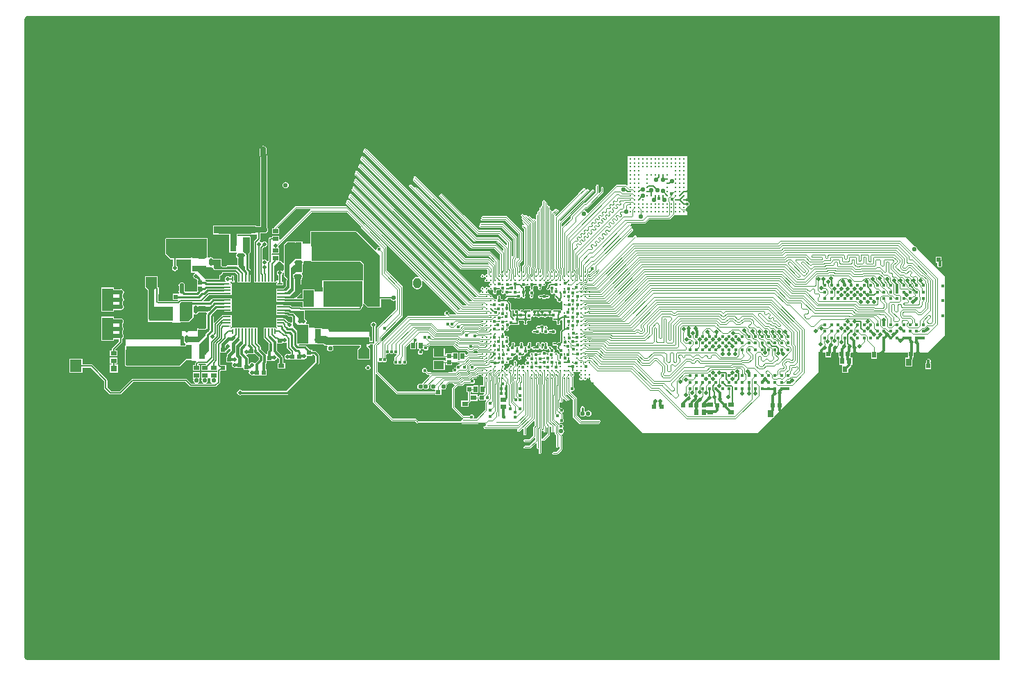
<source format=gtl>
G04*
G04 #@! TF.GenerationSoftware,Altium Limited,Altium Designer,24.0.1 (36)*
G04*
G04 Layer_Physical_Order=1*
G04 Layer_Color=255*
%FSLAX43Y43*%
%MOMM*%
G71*
G04*
G04 #@! TF.SameCoordinates,D2B2AA1F-A82D-4DD2-BA18-01BE398CF795*
G04*
G04*
G04 #@! TF.FilePolarity,Positive*
G04*
G01*
G75*
%ADD11C,0.200*%
%ADD12C,0.100*%
%ADD17C,0.500*%
%ADD42C,0.090*%
%ADD43R,0.510X0.560*%
%ADD44R,0.510X0.700*%
%ADD45R,0.700X0.510*%
%ADD46C,0.400*%
%ADD47R,1.400X1.500*%
%ADD48C,0.230*%
%ADD49R,0.640X0.890*%
%ADD50R,0.800X0.800*%
%ADD51R,0.800X0.800*%
%ADD52R,0.800X2.000*%
%ADD53R,0.800X1.800*%
%ADD54R,0.700X0.210*%
%ADD55R,0.210X0.700*%
%ADD56R,4.700X4.700*%
%ADD57R,0.550X0.210*%
%ADD58R,0.210X0.550*%
%ADD59R,1.250X1.000*%
%ADD60R,0.750X0.600*%
%ADD61R,1.350X2.800*%
%ADD62R,0.890X0.640*%
%ADD63R,0.560X0.510*%
%ADD64R,1.400X0.900*%
%ADD65R,0.350X0.350*%
%ADD66R,1.800X0.800*%
%ADD67R,0.200X0.350*%
%ADD68R,0.350X0.200*%
%ADD69C,0.150*%
%ADD70C,0.300*%
%ADD71C,0.250*%
%ADD72C,0.210*%
%ADD73C,0.500*%
%ADD74C,0.275*%
%ADD75C,0.125*%
%ADD76C,0.160*%
%ADD77C,0.110*%
%ADD78C,0.640*%
%ADD79C,0.800*%
%ADD80C,0.180*%
%ADD81C,0.175*%
%ADD82C,0.097*%
%ADD83C,0.900*%
%ADD84C,0.400*%
%ADD85C,0.096*%
%ADD86C,0.090*%
%ADD87C,0.600*%
%ADD88C,0.095*%
%ADD89C,0.091*%
%ADD90C,0.090*%
%ADD91R,2.970X1.800*%
%ADD92O,1.000X1.300*%
%ADD93C,0.550*%
G36*
X119490Y510D02*
X1000D01*
X1000Y510D01*
X1000Y510D01*
X952Y510D01*
X857Y529D01*
X768Y566D01*
X688Y619D01*
X619Y687D01*
X566Y768D01*
X529Y857D01*
X510Y952D01*
Y1000D01*
X510Y78600D01*
Y78648D01*
X529Y78743D01*
X566Y78832D01*
X619Y78912D01*
X688Y78981D01*
X768Y79034D01*
X857Y79071D01*
X952Y79090D01*
X1000Y79090D01*
X119490D01*
Y510D01*
D02*
G37*
%LPC*%
G36*
X32365Y58812D02*
X32219Y58783D01*
X32095Y58700D01*
X32012Y58576D01*
X31983Y58430D01*
X32012Y58284D01*
X32095Y58160D01*
X32219Y58077D01*
X32365Y58048D01*
X32511Y58077D01*
X32635Y58160D01*
X32718Y58284D01*
X32747Y58430D01*
X32718Y58576D01*
X32635Y58700D01*
X32511Y58783D01*
X32365Y58812D01*
D02*
G37*
G36*
X29660Y63210D02*
X29496Y63178D01*
X29357Y63085D01*
X29264Y62946D01*
X29231Y62782D01*
Y62075D01*
X29246Y62001D01*
Y53378D01*
X28800D01*
Y53500D01*
X28054D01*
X28000Y53511D01*
X26150D01*
X26097Y53500D01*
X26045Y53511D01*
X24300D01*
X24246Y53500D01*
X23500D01*
Y52400D01*
X24246D01*
X24300Y52389D01*
X25485D01*
Y51175D01*
X25495Y51126D01*
Y50175D01*
X26360D01*
X26369Y50164D01*
X26404Y50076D01*
X26385Y50046D01*
X26345Y49987D01*
X26318Y49850D01*
X26345Y49713D01*
X26423Y49598D01*
X26522Y49531D01*
Y49450D01*
X26530Y49430D01*
Y48845D01*
X26522Y48825D01*
Y48674D01*
X26451Y48627D01*
X26422Y48617D01*
X26393Y48629D01*
X26127Y48633D01*
X26126Y48633D01*
X26125Y48633D01*
X25250Y48633D01*
Y48630D01*
X25224D01*
X25190Y48616D01*
X25154Y48601D01*
X25153Y48601D01*
X25153Y48601D01*
X25153Y48601D01*
X25086Y48533D01*
X24780D01*
X24733Y48538D01*
X24642Y48576D01*
X24576Y48642D01*
X24570Y48656D01*
Y49445D01*
X23670D01*
X23650Y49453D01*
X23569D01*
X23502Y49552D01*
X23387Y49630D01*
X23250Y49657D01*
X23113Y49630D01*
X23000Y49554D01*
X22985Y49557D01*
X22900Y49586D01*
Y49605D01*
X22853D01*
Y51845D01*
X22845Y51865D01*
Y51945D01*
X22765D01*
X22745Y51953D01*
X17812D01*
X17736Y51922D01*
X17704Y51845D01*
Y49998D01*
X17704Y49998D01*
X17736Y49921D01*
X17736Y49921D01*
X18259Y49398D01*
X18335Y49367D01*
X18646D01*
Y49350D01*
X18650Y49330D01*
Y48920D01*
X18646Y48900D01*
Y48575D01*
X18598Y48542D01*
X18520Y48427D01*
X18493Y48290D01*
X18520Y48153D01*
X18598Y48038D01*
X18713Y47960D01*
X18850Y47933D01*
X18987Y47960D01*
X19102Y48038D01*
X19180Y48153D01*
X19207Y48290D01*
X19180Y48427D01*
X19102Y48542D01*
X19054Y48575D01*
Y48900D01*
X19050Y48920D01*
Y49330D01*
X19054Y49350D01*
Y49367D01*
X20800D01*
Y48545D01*
X20850D01*
Y47775D01*
X21284D01*
X21311Y47682D01*
X21309Y47675D01*
X21198Y47600D01*
X21120Y47485D01*
X21093Y47348D01*
X21120Y47211D01*
X21198Y47096D01*
X21313Y47018D01*
X21450Y46991D01*
X21465Y46994D01*
X21515Y46945D01*
X21540Y46928D01*
Y46195D01*
X21540D01*
Y46130D01*
X21540D01*
Y45489D01*
X21480Y45429D01*
X20120D01*
X20084Y45473D01*
X20059Y45601D01*
Y46080D01*
X20082Y46198D01*
X20053Y46344D01*
X19970Y46468D01*
X19846Y46551D01*
X19700Y46580D01*
X19554Y46551D01*
X19430Y46468D01*
X19347Y46344D01*
X19318Y46198D01*
X19345Y46060D01*
Y45601D01*
X19320Y45473D01*
X19349Y45327D01*
X19373Y45290D01*
X19368Y45248D01*
X19358Y45215D01*
X19327Y45181D01*
X19323Y45180D01*
X19248Y45180D01*
X18630D01*
Y44420D01*
X19220D01*
X19262Y44320D01*
X19193Y44251D01*
X16891D01*
X16878Y44264D01*
Y45073D01*
X16900D01*
Y45923D01*
X16792D01*
X16716Y45999D01*
X16725Y46008D01*
X16756Y46084D01*
Y47215D01*
X16725Y47292D01*
X16648Y47323D01*
X16295D01*
X15655Y47323D01*
X15298D01*
X15221Y47292D01*
X15190Y47215D01*
Y46019D01*
X15190Y46019D01*
X15221Y45942D01*
X15221Y45942D01*
X15547Y45617D01*
Y45238D01*
X15555Y45218D01*
Y45091D01*
X15547Y45050D01*
Y43600D01*
X15547Y43600D01*
Y41800D01*
X15578Y41723D01*
X15655Y41692D01*
X18495D01*
Y41650D01*
X19555D01*
Y41692D01*
X20502Y41692D01*
X20502Y41692D01*
X20579Y41723D01*
X21102Y42246D01*
X21133Y42323D01*
Y42662D01*
X21233Y42715D01*
X21263Y42695D01*
X21400Y42668D01*
X21537Y42695D01*
X21652Y42773D01*
X21719Y42872D01*
X22695D01*
X22748Y42772D01*
X22738Y42756D01*
X22721Y42669D01*
Y41008D01*
X22716D01*
X22639Y40977D01*
X22618Y40955D01*
X22587Y40932D01*
X22554Y40913D01*
X22519Y40898D01*
X22482Y40888D01*
X22443Y40883D01*
X22423Y40883D01*
X21927D01*
X21907Y40883D01*
X21868Y40888D01*
X21831Y40898D01*
X21796Y40913D01*
X21763Y40932D01*
X21727Y40959D01*
X21694Y40968D01*
X21663Y40982D01*
X21655Y40979D01*
X21647Y40981D01*
X21618Y40964D01*
X21586Y40952D01*
X21583Y40944D01*
X21575Y40940D01*
X21566Y40907D01*
X21552Y40876D01*
X21548Y40680D01*
X21500Y40600D01*
X19700D01*
X19700Y40398D01*
X19550D01*
Y40025D01*
X19890D01*
X19967Y39948D01*
Y39400D01*
X19969Y39394D01*
X19995Y39263D01*
X20073Y39148D01*
X20075Y39146D01*
X20100Y39050D01*
X20100D01*
X20100Y39050D01*
Y38884D01*
X19550D01*
Y39573D01*
X12900D01*
Y38873D01*
X12800D01*
Y38373D01*
X12779Y38323D01*
Y36548D01*
X12811Y36471D01*
X12811Y36471D01*
X12986Y36296D01*
X13062Y36265D01*
X19410D01*
X19487Y36296D01*
X20241Y37050D01*
X20880D01*
Y37000D01*
X21446D01*
X21488Y36900D01*
X21354Y36766D01*
X21315Y36708D01*
X21302Y36640D01*
Y36500D01*
X21030D01*
Y35790D01*
X21930D01*
Y36500D01*
X21819D01*
X21766Y36600D01*
X21788Y36632D01*
X22613D01*
X22667Y36532D01*
X22645Y36500D01*
X22080D01*
Y35790D01*
X22980D01*
Y36253D01*
X23033Y36296D01*
X23130Y36253D01*
Y35790D01*
X24022D01*
Y35600D01*
X23130D01*
Y34890D01*
X23198D01*
X23251Y34790D01*
X23222Y34746D01*
X23193Y34600D01*
X23222Y34454D01*
X23305Y34330D01*
X23383Y34278D01*
X23352Y34178D01*
X22723D01*
X22692Y34278D01*
X22770Y34330D01*
X22853Y34454D01*
X22882Y34600D01*
X22853Y34746D01*
X22824Y34790D01*
X22878Y34890D01*
X22980D01*
Y35600D01*
X22080D01*
Y34890D01*
X22122D01*
X22176Y34790D01*
X22147Y34746D01*
X22118Y34600D01*
X22147Y34454D01*
X22230Y34330D01*
X22308Y34278D01*
X22277Y34178D01*
X21713D01*
X21682Y34278D01*
X21760Y34330D01*
X21843Y34454D01*
X21872Y34600D01*
X21843Y34746D01*
X21814Y34790D01*
X21867Y34890D01*
X21930D01*
Y35600D01*
X21030D01*
Y34890D01*
X21112D01*
X21166Y34790D01*
X21137Y34746D01*
X21108Y34600D01*
X21137Y34454D01*
X21220Y34330D01*
X21298Y34278D01*
X21267Y34178D01*
X20919D01*
X20345Y34751D01*
X20288Y34790D01*
X20219Y34803D01*
X13712D01*
X13644Y34790D01*
X13586Y34751D01*
X12088Y33253D01*
X11110D01*
X10616Y33747D01*
Y34638D01*
X10602Y34706D01*
X10564Y34764D01*
X8847Y36480D01*
X8790Y36519D01*
X8721Y36532D01*
X7595D01*
Y37204D01*
X5995D01*
Y35504D01*
X7595D01*
Y36175D01*
X8647D01*
X10259Y34564D01*
Y33673D01*
X10273Y33605D01*
X10311Y33547D01*
X10910Y32948D01*
X10968Y32910D01*
X11036Y32896D01*
X12162D01*
X12230Y32910D01*
X12288Y32948D01*
X13786Y34447D01*
X20145D01*
X20719Y33873D01*
X20777Y33834D01*
X20845Y33821D01*
X23799D01*
X23867Y33834D01*
X23925Y33873D01*
X24326Y34274D01*
X24365Y34332D01*
X24378Y34400D01*
Y35751D01*
X24417Y35790D01*
X25107D01*
Y36500D01*
X24400D01*
X24366Y36534D01*
Y37965D01*
X25105D01*
Y38179D01*
X25157Y38189D01*
X25240Y38245D01*
X25385Y38390D01*
X25472Y38407D01*
X25554Y38462D01*
X25654Y38418D01*
Y38258D01*
X25297Y37901D01*
X25231Y37802D01*
X25208Y37685D01*
X25208Y37685D01*
Y37530D01*
X25120D01*
Y36820D01*
X25833D01*
X25886Y36723D01*
X25835Y36647D01*
X25808Y36510D01*
X25835Y36373D01*
X25913Y36258D01*
X26028Y36180D01*
X26165Y36153D01*
X26295Y36179D01*
X26302Y36179D01*
X26395Y36155D01*
X26395Y36155D01*
X26395Y36155D01*
X27155D01*
X27220Y36082D01*
Y35845D01*
X27876D01*
X27929Y35745D01*
X27910Y35717D01*
X27883Y35580D01*
X27910Y35443D01*
X27988Y35328D01*
X28103Y35250D01*
X28240Y35223D01*
X28370Y35249D01*
X28377Y35249D01*
X28470Y35225D01*
X28470Y35225D01*
X28470Y35225D01*
X29230D01*
Y35225D01*
X29295D01*
Y35225D01*
X30055D01*
Y35935D01*
X29930D01*
Y36612D01*
X29980Y36662D01*
X30035Y36745D01*
X30055Y36842D01*
Y36965D01*
X30730D01*
Y37007D01*
X30808Y37048D01*
X30830Y37049D01*
X30960Y37023D01*
X31097Y37050D01*
X31212Y37128D01*
X31290Y37243D01*
X31317Y37380D01*
X31317Y37381D01*
X31409Y37430D01*
X31595Y37244D01*
Y36755D01*
X31400D01*
Y36045D01*
X32300D01*
Y36755D01*
X32105D01*
Y37349D01*
X32085Y37447D01*
X32030Y37530D01*
X31280Y38280D01*
Y39115D01*
X32005D01*
Y39157D01*
X32083Y39198D01*
X32105Y39199D01*
X32235Y39173D01*
X32372Y39200D01*
X32436Y39243D01*
X32536Y39190D01*
Y38602D01*
X32552Y38522D01*
X32597Y38454D01*
X32991Y38060D01*
Y37845D01*
X32820D01*
Y37845D01*
X32730Y37821D01*
X32720Y37821D01*
X32590Y37847D01*
X32453Y37820D01*
X32338Y37742D01*
X32260Y37627D01*
X32233Y37490D01*
X32260Y37353D01*
X32338Y37238D01*
X32453Y37160D01*
X32590Y37133D01*
X32720Y37159D01*
X32727Y37159D01*
X32820Y37135D01*
X32820Y37135D01*
X32820Y37135D01*
X33580D01*
Y37135D01*
X33645D01*
Y37135D01*
X34405D01*
Y37177D01*
X34483Y37218D01*
X34505Y37219D01*
X34635Y37193D01*
X34772Y37220D01*
X34887Y37298D01*
X34965Y37413D01*
X34992Y37550D01*
X35041Y37610D01*
X35630D01*
Y37751D01*
X35817D01*
X35996Y37573D01*
Y36863D01*
X32454Y33322D01*
X27090D01*
X27052Y33377D01*
X26937Y33455D01*
X26800Y33482D01*
X26663Y33455D01*
X26548Y33377D01*
X26470Y33262D01*
X26443Y33125D01*
X26470Y32988D01*
X26548Y32873D01*
X26663Y32795D01*
X26800Y32768D01*
X26937Y32795D01*
X27038Y32863D01*
X32549D01*
X32637Y32880D01*
X32711Y32930D01*
X36387Y36606D01*
X36437Y36680D01*
X36454Y36768D01*
Y37668D01*
X36437Y37756D01*
X36387Y37830D01*
X36074Y38143D01*
X36000Y38193D01*
X35912Y38210D01*
X35630D01*
Y38320D01*
X35349D01*
X34857Y38812D01*
X34783Y38862D01*
X34695Y38879D01*
X33989D01*
X33982Y38890D01*
X34035Y38990D01*
X35098D01*
X35100Y38988D01*
Y38975D01*
X35900D01*
Y39000D01*
X36800D01*
Y39039D01*
X36918D01*
X36953Y39003D01*
X37135Y38882D01*
X37350Y38839D01*
X37439D01*
X37492Y38739D01*
X37447Y38671D01*
X37418Y38525D01*
X37447Y38379D01*
X37530Y38255D01*
X37654Y38172D01*
X37800Y38143D01*
X37946Y38172D01*
X38070Y38255D01*
X38153Y38379D01*
X38182Y38525D01*
X38153Y38671D01*
X38108Y38739D01*
X38161Y38839D01*
X41379D01*
X41413Y38838D01*
X41447Y38739D01*
X41150Y38442D01*
X41119Y38366D01*
Y37235D01*
X41150Y37158D01*
X41227Y37127D01*
X41580D01*
X42220Y37127D01*
X42577D01*
X42654Y37158D01*
X42685Y37235D01*
Y38431D01*
X42685Y38431D01*
X42654Y38508D01*
X42654Y38508D01*
X42411Y38750D01*
X42453Y38850D01*
X42700D01*
Y39011D01*
X42987D01*
X43042Y38928D01*
X43038Y38916D01*
Y31993D01*
X43038Y31993D01*
X43085Y31878D01*
X45281Y29683D01*
X45395Y29635D01*
X48145D01*
X48410Y29370D01*
X48525Y29323D01*
X53828D01*
X53889Y29297D01*
X55786D01*
X55847Y29323D01*
X56751D01*
X56800Y29223D01*
X56792Y29210D01*
X56780Y29150D01*
X56786Y29119D01*
X56744Y29073D01*
X56719Y29053D01*
X56706Y29046D01*
X56657Y29056D01*
X56597Y29044D01*
X56545Y29010D01*
X56511Y28958D01*
X56499Y28898D01*
X56511Y28837D01*
X56545Y28786D01*
X56618Y28713D01*
X56670Y28679D01*
X56730Y28667D01*
X60588D01*
X60638Y28567D01*
X60630Y28555D01*
X60618Y28495D01*
X60630Y28434D01*
X60664Y28383D01*
X60715Y28349D01*
X60776Y28336D01*
X60836Y28349D01*
X60887Y28383D01*
X61287Y28782D01*
X61387Y28741D01*
Y28065D01*
X61399Y28005D01*
X61433Y27953D01*
X61485Y27919D01*
X61545Y27907D01*
X61605Y27919D01*
X61657Y27953D01*
X61691Y28005D01*
X61703Y28065D01*
Y28779D01*
X62625Y29701D01*
X62717Y29663D01*
Y29106D01*
X62635Y29024D01*
X62601Y28973D01*
X62589Y28913D01*
Y27937D01*
X62050Y27398D01*
X61560D01*
X61500Y27386D01*
X61448Y27352D01*
X61414Y27300D01*
X61402Y27240D01*
X61414Y27180D01*
X61448Y27128D01*
X61500Y27094D01*
X61560Y27082D01*
X62115D01*
X62176Y27094D01*
X62227Y27128D01*
X62707Y27608D01*
X62799Y27570D01*
Y27343D01*
X62080Y26623D01*
X61560D01*
X61500Y26611D01*
X61448Y26577D01*
X61414Y26525D01*
X61402Y26465D01*
X61414Y26405D01*
X61448Y26353D01*
X61500Y26319D01*
X61560Y26307D01*
X62145D01*
X62205Y26319D01*
X62257Y26353D01*
X62917Y27013D01*
X63009Y26975D01*
Y26426D01*
X63021Y26365D01*
X63055Y26314D01*
X63107Y26280D01*
X63167Y26268D01*
X63219Y26225D01*
Y25821D01*
X63231Y25760D01*
X63265Y25709D01*
X63317Y25675D01*
X63377Y25663D01*
X63438Y25675D01*
X63489Y25709D01*
X63523Y25760D01*
X63535Y25821D01*
Y28364D01*
X63587Y28407D01*
X63648Y28419D01*
X63699Y28453D01*
X63755Y28509D01*
X63855Y28467D01*
Y28387D01*
X63902Y28272D01*
X64017Y28224D01*
X64132Y28272D01*
X64179Y28387D01*
Y28879D01*
X64279Y28933D01*
X64299Y28920D01*
Y28114D01*
X63685Y27500D01*
X63651Y27449D01*
X63639Y27389D01*
X63651Y27328D01*
X63685Y27277D01*
X63737Y27243D01*
X63797Y27230D01*
X63858Y27243D01*
X63909Y27277D01*
X64569Y27937D01*
X64603Y27988D01*
X64615Y28048D01*
Y28924D01*
X64715Y28977D01*
X64742Y28959D01*
Y28387D01*
X64790Y28272D01*
X64904Y28224D01*
X65019Y28272D01*
X65067Y28387D01*
Y28781D01*
X65167Y28835D01*
X65169Y28833D01*
Y28141D01*
X65217Y28027D01*
X65338Y27905D01*
Y26550D01*
X65385Y26435D01*
X65500Y26388D01*
X65615Y26435D01*
X65662Y26550D01*
Y27653D01*
X65762Y27703D01*
X65794Y27680D01*
Y26274D01*
X65395Y25875D01*
X65010D01*
X64895Y25827D01*
X64848Y25712D01*
X64895Y25597D01*
X65010Y25550D01*
X65462D01*
X65577Y25597D01*
X66071Y26092D01*
X66119Y26206D01*
Y27799D01*
X66071Y27914D01*
X66040Y27945D01*
X66069Y28040D01*
X66103Y28047D01*
X66227Y28130D01*
X66310Y28254D01*
X66339Y28400D01*
X66310Y28547D01*
X66227Y28671D01*
X66173Y28707D01*
Y28770D01*
X66239Y28869D01*
X66262Y28986D01*
X66239Y29103D01*
X66173Y29202D01*
X66073Y29269D01*
X65956Y29292D01*
X65893Y29279D01*
X65790Y29382D01*
X65854Y29459D01*
X65886Y29438D01*
X66003Y29414D01*
X66120Y29438D01*
X66220Y29504D01*
X66286Y29603D01*
X66309Y29720D01*
X66286Y29837D01*
X66220Y29937D01*
X66166Y29973D01*
Y30439D01*
X66118Y30553D01*
X66106Y30566D01*
X66137Y30676D01*
X66215Y30728D01*
X66282Y30827D01*
X66305Y30944D01*
X66282Y31061D01*
X66215Y31161D01*
X66116Y31227D01*
X65999Y31250D01*
X65935Y31237D01*
X65811Y31362D01*
Y31900D01*
X65911Y31947D01*
X65999Y31911D01*
X66114Y31958D01*
X66161Y32073D01*
Y32345D01*
X66261Y32387D01*
X66519Y32130D01*
X66634Y32082D01*
X66748Y32130D01*
X66779Y32204D01*
X66854Y32173D01*
X66968Y32221D01*
X67016Y32335D01*
X66968Y32450D01*
X66576Y32843D01*
X66581Y32881D01*
X66688Y32916D01*
X67357Y32246D01*
Y30227D01*
X67405Y30112D01*
X68206Y29310D01*
X68321Y29263D01*
X70516D01*
X70631Y29310D01*
X70678Y29425D01*
X70648Y29499D01*
X70722Y29530D01*
X70770Y29645D01*
X70722Y29760D01*
X70607Y29807D01*
X68480D01*
X67902Y30385D01*
Y32404D01*
X67854Y32519D01*
X67167Y33207D01*
X67216Y33299D01*
X67300Y33282D01*
X67417Y33305D01*
X67516Y33372D01*
X67583Y33471D01*
X67606Y33588D01*
X67583Y33705D01*
X67516Y33804D01*
X67452Y33848D01*
Y35052D01*
X67438Y35084D01*
X67459Y35122D01*
X67530Y35170D01*
X67578Y35241D01*
X67594Y35325D01*
X67578Y35409D01*
X67530Y35480D01*
X67467Y35522D01*
X67462Y35575D01*
X67467Y35628D01*
X67530Y35670D01*
X67572Y35733D01*
X67625Y35738D01*
X67678Y35733D01*
X67720Y35670D01*
X67791Y35622D01*
X67875Y35606D01*
X67959Y35622D01*
X68030Y35670D01*
X68072Y35733D01*
X68125Y35738D01*
X68178Y35733D01*
X68220Y35670D01*
X68283Y35628D01*
X68288Y35575D01*
X68283Y35522D01*
X68220Y35480D01*
X68172Y35409D01*
X68156Y35325D01*
X68172Y35241D01*
X68220Y35170D01*
X68283Y35128D01*
X68288Y35075D01*
X68283Y35022D01*
X68220Y34980D01*
X68172Y34909D01*
X68156Y34825D01*
X68172Y34741D01*
X68220Y34670D01*
X68291Y34622D01*
X68375Y34606D01*
X68459Y34622D01*
X68530Y34670D01*
X68572Y34733D01*
X68625Y34738D01*
X68678Y34733D01*
X68720Y34670D01*
X68791Y34622D01*
X68875Y34606D01*
X68959Y34622D01*
X69030Y34670D01*
X69078Y34741D01*
X69094Y34825D01*
X69081Y34891D01*
X69128Y34933D01*
X69163Y34950D01*
X75913Y28201D01*
X89952D01*
X91756Y30005D01*
X91919D01*
Y30168D01*
X97342Y35591D01*
Y37980D01*
X98189D01*
Y37437D01*
X98899D01*
Y37873D01*
X98923Y37909D01*
X98937Y37980D01*
X99803D01*
Y37445D01*
X99803D01*
X99869Y37396D01*
Y36496D01*
X100172D01*
X100253Y36450D01*
Y35550D01*
X100963D01*
Y35995D01*
X101304Y36336D01*
X101359Y36419D01*
X101375Y36496D01*
X101479D01*
Y37396D01*
X101342D01*
X101263Y37445D01*
Y37921D01*
X101298Y37957D01*
X101313Y37980D01*
X103795D01*
Y37275D01*
X104505D01*
Y37980D01*
X108245D01*
Y37445D01*
X108185Y37370D01*
X107930D01*
Y36280D01*
X108770D01*
Y37081D01*
X108818Y37152D01*
X108837Y37250D01*
Y37445D01*
X108955D01*
Y37959D01*
X108968Y37978D01*
X108968Y37980D01*
X110686D01*
X112745Y40051D01*
Y47312D01*
X109420Y50636D01*
X109403Y50721D01*
X109320Y50845D01*
X109196Y50928D01*
X109111Y50945D01*
X107965Y52092D01*
X75254D01*
X75166Y52160D01*
X75154Y52220D01*
X75120Y52272D01*
X75068Y52306D01*
X75008Y52318D01*
X74947Y52306D01*
X74896Y52272D01*
X74716Y52092D01*
X74104D01*
X74066Y52184D01*
X74729Y52847D01*
X74763Y52899D01*
X74775Y52959D01*
X74763Y53019D01*
X74729Y53071D01*
X74678Y53105D01*
X74669Y53107D01*
X74620Y53212D01*
X74622Y53215D01*
X74634Y53275D01*
X74622Y53335D01*
X74588Y53387D01*
X74537Y53421D01*
X74488Y53431D01*
X74452Y53481D01*
X74430Y53524D01*
X74442Y53584D01*
X74436Y53617D01*
X74481Y53695D01*
X74502Y53717D01*
X76150D01*
X76210Y53729D01*
X76262Y53763D01*
X76739Y54241D01*
X79162D01*
X79223Y54253D01*
X79274Y54287D01*
X79785Y54798D01*
X81350D01*
Y55854D01*
X81442Y55872D01*
X81541Y55939D01*
X81608Y56038D01*
X81631Y56155D01*
X81608Y56272D01*
X81541Y56371D01*
X81442Y56438D01*
X81350Y56456D01*
Y62000D01*
X74075D01*
Y58425D01*
X73983Y58387D01*
X73948Y58422D01*
X73897Y58456D01*
X73836Y58468D01*
X72738D01*
X72677Y58456D01*
X72626Y58422D01*
X69245Y55041D01*
X69137Y55074D01*
X69131Y55104D01*
X69048Y55228D01*
X68924Y55311D01*
X68894Y55317D01*
X68861Y55425D01*
X68974Y55539D01*
X69051D01*
X69111Y55551D01*
X69163Y55586D01*
X71087Y57510D01*
X71122Y57562D01*
X71134Y57622D01*
Y58076D01*
X71122Y58136D01*
X71087Y58187D01*
X71036Y58222D01*
X70976Y58234D01*
X70915Y58222D01*
X70864Y58187D01*
X70830Y58136D01*
X70818Y58076D01*
Y57688D01*
X70633Y57503D01*
X70533Y57544D01*
Y58349D01*
X70521Y58409D01*
X70487Y58460D01*
X70435Y58495D01*
X70375Y58507D01*
X70315Y58495D01*
X70263Y58460D01*
X70229Y58409D01*
X70217Y58349D01*
Y57540D01*
X68953Y56276D01*
X68803D01*
X68743Y56264D01*
X68691Y56230D01*
X67163Y54702D01*
X67129Y54650D01*
X67117Y54590D01*
Y54426D01*
X66125Y53434D01*
X66033Y53473D01*
Y53725D01*
X69953Y57644D01*
X69987Y57696D01*
X69999Y57756D01*
X69987Y57816D01*
X69953Y57868D01*
X69901Y57902D01*
X69841Y57914D01*
X69781Y57902D01*
X69729Y57868D01*
X65916Y54055D01*
X65812Y54092D01*
X65805Y54149D01*
X69337Y57681D01*
X69371Y57733D01*
X69383Y57793D01*
X69371Y57853D01*
X69337Y57905D01*
X69285Y57939D01*
X69225Y57951D01*
X69165Y57939D01*
X69113Y57905D01*
X69038Y57830D01*
X68951Y57884D01*
X68958Y57918D01*
X68946Y57979D01*
X68912Y58030D01*
X68860Y58064D01*
X68800Y58077D01*
X68740Y58064D01*
X68688Y58030D01*
X68068Y57410D01*
X68068Y57410D01*
X66964Y56306D01*
X66964Y56306D01*
X65366Y54708D01*
X65259Y54742D01*
X65252Y54789D01*
X65640Y55176D01*
X65687Y55291D01*
X65640Y55406D01*
X65525Y55453D01*
X65465Y55429D01*
X65440Y55489D01*
X65325Y55536D01*
X65210Y55489D01*
X64905Y55184D01*
X64813Y55222D01*
Y55281D01*
X64765Y55396D01*
X64651Y55444D01*
X64613Y55469D01*
Y55733D01*
X64565Y55848D01*
X64451Y55895D01*
X64380Y55974D01*
X64365Y56008D01*
X64251Y56056D01*
X64212Y56081D01*
Y56294D01*
X64165Y56408D01*
X64050Y56456D01*
X64006Y56438D01*
X63965Y56538D01*
X63850Y56585D01*
X63735Y56538D01*
X63688Y56423D01*
Y56043D01*
X63650Y56018D01*
X63535Y55970D01*
X63488Y55856D01*
Y55760D01*
X63450Y55734D01*
X63335Y55687D01*
X63288Y55572D01*
Y55342D01*
X63250Y55317D01*
X63135Y55269D01*
X63088Y55155D01*
Y54941D01*
X63050Y54916D01*
X62935Y54868D01*
X62888Y54753D01*
Y54305D01*
X62795Y54267D01*
X62764Y54298D01*
X62649Y54346D01*
X62534Y54298D01*
X62490Y54290D01*
X62190Y54590D01*
X62075Y54637D01*
X61960Y54590D01*
X61916Y54581D01*
X61765Y54732D01*
X61650Y54780D01*
X61535Y54732D01*
X61491Y54723D01*
X61340Y54874D01*
X61225Y54922D01*
X61110Y54874D01*
X61063Y54759D01*
X61110Y54645D01*
X61195Y54559D01*
X61187Y54515D01*
X61139Y54400D01*
X61187Y54285D01*
X61296Y54176D01*
X61277Y54078D01*
X61274Y54077D01*
X61227Y53962D01*
X61274Y53847D01*
X61619Y53502D01*
X61619Y53502D01*
X61510Y53469D01*
X61440Y53540D01*
X61325Y53587D01*
X61210Y53540D01*
X61163Y53425D01*
X61210Y53310D01*
X61475Y53046D01*
Y48859D01*
X61260Y48645D01*
X61213Y48530D01*
Y47969D01*
X61178Y47917D01*
X61125Y47912D01*
X61072Y47917D01*
X61032Y47977D01*
Y48537D01*
X60986Y48648D01*
X60937Y48697D01*
Y48911D01*
X61261Y49235D01*
X61307Y49346D01*
Y52633D01*
X61261Y52744D01*
X59389Y54616D01*
X59278Y54662D01*
X56382D01*
X56271Y54616D01*
X56225Y54505D01*
X56266Y54407D01*
X56168Y54366D01*
X56122Y54255D01*
X56168Y54144D01*
X56279Y54098D01*
X59109D01*
X60743Y52464D01*
Y49561D01*
X60724Y49549D01*
X60719Y49551D01*
X60632Y49611D01*
Y52040D01*
X60586Y52150D01*
X58979Y53758D01*
X58868Y53804D01*
X56185D01*
X56074Y53758D01*
X56028Y53647D01*
X56069Y53548D01*
X55971Y53508D01*
X55925Y53397D01*
X55971Y53286D01*
X56082Y53240D01*
X58699D01*
X60068Y51871D01*
Y49795D01*
X60038Y49773D01*
X59938Y49823D01*
Y51536D01*
X59892Y51647D01*
X58630Y52909D01*
X58519Y52955D01*
X55956D01*
X54134Y54777D01*
X54134Y54777D01*
X51497Y57414D01*
X51386Y57460D01*
X51275Y57414D01*
X51230Y57303D01*
X51210Y57283D01*
X51099Y57237D01*
X51053Y57126D01*
X51099Y57015D01*
X53735Y54378D01*
X53735Y54378D01*
X55677Y52437D01*
X55788Y52391D01*
X58350D01*
X59374Y51367D01*
Y51111D01*
X59282Y51073D01*
X58327Y52027D01*
X58216Y52073D01*
X55662D01*
X48252Y59483D01*
X48141Y59529D01*
X48030Y59483D01*
X47984Y59372D01*
X48025Y59274D01*
X47926Y59233D01*
X47881Y59122D01*
X47926Y59011D01*
X55382Y51555D01*
X55493Y51509D01*
X58048D01*
X58934Y50623D01*
Y50484D01*
X58842Y50445D01*
X58069Y51218D01*
X57958Y51264D01*
X55261D01*
X48352Y58173D01*
X48241Y58219D01*
X48130Y58173D01*
X48126Y58163D01*
X48028Y58143D01*
X47712Y58459D01*
X47601Y58505D01*
X47490Y58459D01*
X47444Y58348D01*
X47490Y58237D01*
X54981Y50746D01*
X55092Y50700D01*
X57789D01*
X58493Y49996D01*
Y48235D01*
X58482Y48226D01*
X58382Y48272D01*
Y49259D01*
X58336Y49370D01*
X57402Y50304D01*
X57291Y50350D01*
X54754D01*
X42176Y62928D01*
X42065Y62974D01*
X41954Y62928D01*
X41908Y62817D01*
X41949Y62719D01*
X41851Y62678D01*
X41805Y62567D01*
X41851Y62456D01*
X54475Y49832D01*
X54586Y49786D01*
X57123D01*
X57808Y49101D01*
X57802Y49065D01*
X57696Y49031D01*
X57264Y49462D01*
X57153Y49508D01*
X54316D01*
X41836Y61988D01*
X41725Y62034D01*
X41614Y61988D01*
X41568Y61877D01*
X41609Y61779D01*
X41511Y61738D01*
X41465Y61627D01*
X41511Y61516D01*
X54036Y48990D01*
X54147Y48944D01*
X56985D01*
X57120Y48809D01*
X57063Y48724D01*
X57045Y48732D01*
X53913D01*
X41587Y61058D01*
X41476Y61104D01*
X41365Y61058D01*
X41319Y60947D01*
X41359Y60849D01*
X41261Y60808D01*
X41215Y60697D01*
X41261Y60586D01*
X53633Y48214D01*
X53744Y48168D01*
X56876D01*
X56948Y48096D01*
Y47949D01*
X56968Y47900D01*
Y47628D01*
X56886Y47548D01*
X56876Y47544D01*
X56875Y47544D01*
X56791Y47528D01*
X56720Y47480D01*
X56678Y47417D01*
X56625Y47412D01*
X56572Y47417D01*
X56530Y47480D01*
X56459Y47528D01*
X56375Y47544D01*
X56291Y47528D01*
X56220Y47480D01*
X56172Y47409D01*
X56156Y47325D01*
X56172Y47241D01*
X56220Y47170D01*
X56291Y47122D01*
X56375Y47106D01*
X56459Y47122D01*
X56530Y47170D01*
X56572Y47233D01*
X56625Y47238D01*
X56678Y47233D01*
X56720Y47170D01*
X56783Y47128D01*
X56788Y47075D01*
X56783Y47022D01*
X56720Y46980D01*
X56672Y46909D01*
X56656Y46825D01*
X56672Y46741D01*
X56720Y46670D01*
X56791Y46622D01*
X56875Y46606D01*
X56959Y46622D01*
X57030Y46670D01*
X57072Y46733D01*
X57125Y46738D01*
X57178Y46733D01*
X57220Y46670D01*
X57283Y46628D01*
X57288Y46575D01*
X57283Y46522D01*
X57220Y46480D01*
X57172Y46409D01*
X57156Y46325D01*
X57172Y46241D01*
X57220Y46170D01*
X57283Y46128D01*
X57288Y46075D01*
X57283Y46022D01*
X57220Y45980D01*
X57178Y45917D01*
X57125Y45912D01*
X57072Y45917D01*
X57030Y45980D01*
X56959Y46028D01*
X56875Y46044D01*
X56791Y46028D01*
X56720Y45980D01*
X56678Y45917D01*
X56625Y45912D01*
X56572Y45917D01*
X56530Y45980D01*
X56459Y46028D01*
X56375Y46044D01*
X56291Y46028D01*
X56220Y45980D01*
X56172Y45909D01*
X56156Y45825D01*
X56172Y45741D01*
X56220Y45670D01*
X56283Y45628D01*
X56288Y45575D01*
X56283Y45522D01*
X56220Y45480D01*
X56172Y45409D01*
X56156Y45325D01*
X56137Y45304D01*
X55999Y45300D01*
X41139Y60160D01*
X41028Y60206D01*
X40917Y60160D01*
X40871Y60049D01*
X40912Y59951D01*
X40814Y59911D01*
X40768Y59800D01*
X40814Y59689D01*
X55673Y44830D01*
X55635Y44738D01*
X55463D01*
X41015Y59186D01*
X40904Y59232D01*
X40793Y59186D01*
X40747Y59075D01*
X40787Y58977D01*
X40689Y58936D01*
X40643Y58825D01*
X40689Y58714D01*
X55079Y44324D01*
X55040Y44232D01*
X54794D01*
X40790Y58236D01*
X40679Y58282D01*
X40568Y58236D01*
X40522Y58125D01*
X40562Y58027D01*
X40464Y57986D01*
X40418Y57875D01*
X40464Y57764D01*
X54404Y43824D01*
X54365Y43732D01*
X54019D01*
X40390Y57361D01*
X40279Y57407D01*
X40168Y57361D01*
X40122Y57250D01*
X40162Y57152D01*
X40064Y57111D01*
X40018Y57000D01*
X40064Y56889D01*
X53629Y43324D01*
X53590Y43232D01*
X53443D01*
X40087Y56588D01*
X39977Y56634D01*
X39866Y56588D01*
X39820Y56477D01*
X39860Y56378D01*
X39762Y56338D01*
X39716Y56227D01*
X39762Y56116D01*
X48567Y47310D01*
X48518Y47218D01*
X48425Y47237D01*
X48191Y47190D01*
X47992Y47058D01*
X47860Y46859D01*
X47813Y46625D01*
Y46325D01*
X47860Y46091D01*
X47992Y45892D01*
X48191Y45760D01*
X48425Y45713D01*
X48659Y45760D01*
X48858Y45892D01*
X48990Y46091D01*
X49037Y46325D01*
Y46625D01*
X49018Y46718D01*
X49110Y46767D01*
X53122Y42756D01*
X53080Y42656D01*
X52405D01*
X52324Y42736D01*
X52337Y42800D01*
X52314Y42917D01*
X52247Y43016D01*
X52148Y43083D01*
X52031Y43106D01*
X51914Y43083D01*
X51815Y43016D01*
X51748Y42917D01*
X51725Y42800D01*
X51748Y42683D01*
X51815Y42584D01*
X51856Y42556D01*
X51826Y42456D01*
X47239D01*
X47124Y42408D01*
X44104Y39388D01*
X44084Y39340D01*
X43984Y39360D01*
Y39812D01*
X46612Y42441D01*
X46660Y42556D01*
Y45992D01*
X46612Y46107D01*
X44703Y48016D01*
Y50883D01*
X44656Y50998D01*
X42014Y53640D01*
X41988Y53703D01*
X39901Y55790D01*
X39786Y55837D01*
X33565D01*
X33450Y55790D01*
X31048Y53387D01*
X31000Y53272D01*
Y53153D01*
X30712D01*
Y52443D01*
X31612D01*
Y53153D01*
X31414D01*
X31373Y53253D01*
X33632Y55513D01*
X35378D01*
X35398Y55413D01*
X35386Y55408D01*
X31705Y51727D01*
X31612Y51765D01*
Y52253D01*
X30712D01*
Y52076D01*
X30538D01*
X30470Y52063D01*
X30412Y52024D01*
X30324Y51936D01*
X30285Y51878D01*
X30272Y51810D01*
Y49221D01*
X30204Y49161D01*
X30103Y49180D01*
X30036Y49280D01*
X29920Y49357D01*
X29784Y49384D01*
X29647Y49357D01*
X29628Y49344D01*
X29528Y49398D01*
Y50739D01*
X29675Y50885D01*
X29763Y50868D01*
X29899Y50895D01*
X30015Y50973D01*
X30092Y51088D01*
X30119Y51225D01*
X30092Y51362D01*
X30015Y51477D01*
X29899Y51555D01*
X29763Y51582D01*
X29626Y51555D01*
X29510Y51477D01*
X29491Y51449D01*
X29371D01*
X29352Y51477D01*
X29244Y51549D01*
X29235Y51560D01*
X29204Y51663D01*
X29230Y51698D01*
X29300D01*
Y52328D01*
X29304Y52348D01*
Y52522D01*
X29780D01*
X29944Y52554D01*
X30083Y52647D01*
X30176Y52786D01*
X30208Y52950D01*
X30176Y53114D01*
X30103Y53223D01*
Y62004D01*
X30088Y62078D01*
Y62782D01*
X30055Y62946D01*
X29962Y63085D01*
X29824Y63178D01*
X29660Y63210D01*
D02*
G37*
G36*
X112380Y49685D02*
X111670D01*
Y48925D01*
X111858D01*
X111886Y48825D01*
X111867Y48797D01*
X111844Y48680D01*
X111867Y48563D01*
X111934Y48464D01*
X112033Y48397D01*
X112150Y48374D01*
X112267Y48397D01*
X112366Y48464D01*
X112433Y48563D01*
X112456Y48680D01*
X112433Y48797D01*
X112405Y48839D01*
Y49180D01*
X112385Y49278D01*
X112380Y49286D01*
Y49685D01*
D02*
G37*
G36*
X11461Y45968D02*
X9911D01*
Y42968D01*
X11461D01*
Y43200D01*
X12188D01*
X12276Y43182D01*
X12422Y43211D01*
X12546Y43294D01*
X12629Y43418D01*
X12658Y43565D01*
X12629Y43711D01*
X12546Y43835D01*
X12530Y43846D01*
Y44183D01*
X12546Y44194D01*
X12629Y44318D01*
X12658Y44465D01*
X12629Y44611D01*
X12546Y44735D01*
X12530Y44746D01*
Y45083D01*
X12546Y45094D01*
X12629Y45218D01*
X12658Y45365D01*
X12629Y45511D01*
X12546Y45635D01*
X12422Y45718D01*
X12276Y45747D01*
X12167Y45725D01*
X11461D01*
Y45968D01*
D02*
G37*
G36*
Y42406D02*
X9911D01*
Y39406D01*
X11461D01*
Y39637D01*
X12040D01*
Y39391D01*
X11242Y38593D01*
X11198Y38527D01*
X11182Y38449D01*
Y38270D01*
X10936D01*
Y37560D01*
X11836D01*
Y38270D01*
X11604D01*
X11596Y38370D01*
X12388Y39162D01*
X12388Y39162D01*
X12432Y39229D01*
X12448Y39307D01*
X12448Y39307D01*
Y39683D01*
X12521Y39732D01*
X12604Y39856D01*
X12633Y40002D01*
X12604Y40148D01*
X12521Y40272D01*
X12505Y40283D01*
Y40621D01*
X12521Y40632D01*
X12604Y40756D01*
X12633Y40902D01*
X12604Y41048D01*
X12521Y41172D01*
X12505Y41183D01*
Y41521D01*
X12521Y41532D01*
X12604Y41656D01*
X12633Y41802D01*
X12604Y41948D01*
X12521Y42072D01*
X12397Y42155D01*
X12251Y42184D01*
X12142Y42163D01*
X11461D01*
Y42406D01*
D02*
G37*
G36*
X110750Y37263D02*
X110633Y37239D01*
X110534Y37173D01*
X110468Y37074D01*
X110444Y36957D01*
X110468Y36840D01*
X110474Y36830D01*
X110431Y36730D01*
X110378D01*
Y35970D01*
X111088D01*
Y36730D01*
X111069D01*
X111026Y36830D01*
X111033Y36840D01*
X111056Y36957D01*
X111033Y37074D01*
X110967Y37173D01*
X110867Y37239D01*
X110750Y37263D01*
D02*
G37*
G36*
X42415Y36460D02*
X42298Y36436D01*
X42199Y36370D01*
X42133Y36271D01*
X42109Y36154D01*
X42133Y36037D01*
X42199Y35937D01*
X42298Y35871D01*
X42415Y35848D01*
X42532Y35871D01*
X42632Y35937D01*
X42698Y36037D01*
X42721Y36154D01*
X42698Y36271D01*
X42632Y36370D01*
X42532Y36436D01*
X42415Y36460D01*
D02*
G37*
G36*
X11836Y37370D02*
X10936D01*
Y36660D01*
X11182D01*
Y36522D01*
X10886D01*
Y35522D01*
X11886D01*
Y36522D01*
X11590D01*
Y36660D01*
X11836D01*
Y37370D01*
D02*
G37*
G36*
X68584Y31462D02*
X68496Y31445D01*
X68422Y31395D01*
X68372Y31321D01*
X68355Y31233D01*
Y30867D01*
X68314Y30840D01*
X68231Y30716D01*
X68202Y30569D01*
X68231Y30423D01*
X68314Y30299D01*
X68438Y30216D01*
X68584Y30187D01*
X68730Y30216D01*
X68854Y30299D01*
X68884Y30343D01*
X68984D01*
X69014Y30299D01*
X69138Y30216D01*
X69284Y30187D01*
X69430Y30216D01*
X69554Y30299D01*
X69637Y30423D01*
X69666Y30569D01*
X69637Y30716D01*
X69554Y30840D01*
X69430Y30923D01*
X69284Y30952D01*
X69138Y30923D01*
X69014Y30840D01*
X68984Y30795D01*
X68884D01*
X68854Y30840D01*
X68813Y30867D01*
Y31233D01*
X68796Y31321D01*
X68746Y31395D01*
X68672Y31445D01*
X68584Y31462D01*
D02*
G37*
%LPD*%
G36*
X41521Y53421D02*
Y53370D01*
X41569Y53255D01*
X43857Y50967D01*
X43808Y50875D01*
X43751Y50886D01*
X43634Y50863D01*
X43535Y50797D01*
X43469Y50697D01*
X43445Y50580D01*
X43453Y50544D01*
X43360Y50495D01*
X41084Y52772D01*
X41007Y52803D01*
X35505D01*
X35505Y52803D01*
X35505Y52803D01*
X35485Y52795D01*
X35405D01*
Y52715D01*
X35397Y52695D01*
X35397Y52695D01*
X35397Y52695D01*
X35401Y51321D01*
X35330Y51250D01*
X34415D01*
Y51550D01*
X33535D01*
X33515Y51558D01*
X32598D01*
X32598Y51558D01*
X32521Y51527D01*
X32173Y51179D01*
X32142Y51102D01*
Y48956D01*
X32049Y48918D01*
X31788Y49179D01*
X31712Y49211D01*
X31600D01*
Y49903D01*
X30700D01*
X30663Y49939D01*
X30663Y50008D01*
X30748Y50093D01*
X31600D01*
Y50803D01*
X31523D01*
X31482Y50881D01*
X31481Y50903D01*
X31507Y51033D01*
X31501Y51063D01*
X35568Y55130D01*
X39812D01*
X41521Y53421D01*
D02*
G37*
G36*
X27995Y52075D02*
X27995Y50275D01*
X27650Y49930D01*
X27617Y49963D01*
X27572Y49875D01*
X27571Y49907D01*
X27559Y49969D01*
X27535Y50027D01*
X27499Y50079D01*
X27478Y50102D01*
X27478Y50102D01*
X27455Y50125D01*
Y50125D01*
X27195Y50385D01*
X27195Y52075D01*
X27995Y52075D01*
D02*
G37*
G36*
X22745Y49605D02*
X20800D01*
Y49475D01*
X18335D01*
X17812Y49998D01*
Y51845D01*
X22745D01*
Y49605D01*
D02*
G37*
G36*
X27175Y49850D02*
X27270Y49755D01*
Y49450D01*
X26630D01*
Y49805D01*
X26675Y49850D01*
Y50100D01*
X27175D01*
Y49850D01*
D02*
G37*
G36*
X23397Y48391D02*
X23433Y48367D01*
X23458Y48347D01*
X23481Y48316D01*
X23488Y48294D01*
X23514Y48229D01*
X23528Y48203D01*
X23547Y48180D01*
X23603Y48122D01*
X23625Y48103D01*
X23651Y48089D01*
X23683Y48075D01*
X26180D01*
X26420Y47835D01*
X24790D01*
X24767Y47833D01*
X24748Y47829D01*
X24720Y47820D01*
X24701Y47813D01*
X24675Y47799D01*
X24658Y47788D01*
X24635Y47769D01*
X24341Y47474D01*
X24322Y47452D01*
X24311Y47435D01*
X24302Y47419D01*
X24290Y47390D01*
X24286Y47378D01*
X24281Y47362D01*
X24277Y47342D01*
X24276Y47327D01*
X24274Y47313D01*
X24274Y46975D01*
X22575D01*
X21388Y48162D01*
X22488Y48162D01*
X22575Y48075D01*
Y48400D01*
X23351Y48400D01*
X23397Y48391D01*
D02*
G37*
G36*
X32142Y48672D02*
Y48115D01*
X31945Y47918D01*
X31922Y47952D01*
X31807Y48030D01*
X31670Y48057D01*
X31533Y48030D01*
X31418Y47952D01*
X31340Y47837D01*
X31313Y47700D01*
X31340Y47563D01*
X31418Y47448D01*
X31452Y47425D01*
X31450Y47423D01*
Y46770D01*
X31205D01*
X31055Y46620D01*
X30995D01*
Y46770D01*
Y48568D01*
X31530Y49103D01*
X31712D01*
X32142Y48672D01*
D02*
G37*
G36*
X23650Y48806D02*
X23658Y48814D01*
X23685Y48825D01*
X23700Y48825D01*
X24425Y48825D01*
Y48775D01*
X24432Y48707D01*
X24484Y48581D01*
X24581Y48484D01*
X24707Y48432D01*
X24775Y48425D01*
X25131D01*
X25230Y48524D01*
X26125Y48525D01*
X26391Y48521D01*
X27112Y47800D01*
X26850D01*
X26450Y48195D01*
X23825D01*
X23825Y48195D01*
X23785Y48195D01*
X23711Y48227D01*
X23654Y48285D01*
X23625Y48360D01*
X23625Y48400D01*
Y48650D01*
X23400D01*
X23250Y48800D01*
X23000D01*
Y49300D01*
X23250D01*
X23295Y49345D01*
X23650D01*
Y48806D01*
D02*
G37*
G36*
X27270Y48605D02*
X27400Y48475D01*
Y47925D01*
X27425Y47725D01*
X27400D01*
X26630Y48495D01*
Y48825D01*
X27270D01*
Y48605D01*
D02*
G37*
G36*
X34175Y49000D02*
X34325Y48850D01*
Y48600D01*
Y47780D01*
X33605D01*
X33430Y47672D01*
X33425Y47668D01*
X33416Y47661D01*
X33407Y47654D01*
X33398Y47646D01*
X33394Y47642D01*
Y47642D01*
X33353Y47601D01*
X33341Y47588D01*
X33318Y47560D01*
X33298Y47530D01*
X33281Y47499D01*
X33267Y47465D01*
X33257Y47431D01*
X33250Y47396D01*
X33246Y47360D01*
X33246Y47342D01*
Y47326D01*
X33246Y47309D01*
X33250Y47274D01*
X33257Y47240D01*
X33267Y47207D01*
X33280Y47174D01*
X33296Y47144D01*
X33316Y47115D01*
X33338Y47088D01*
X33350Y47075D01*
X33350Y47075D01*
Y45539D01*
X33349Y45538D01*
X33347Y45551D01*
X32876Y45080D01*
X32270D01*
Y45345D01*
X32506D01*
X32980Y45819D01*
Y48347D01*
X33308Y48670D01*
X33525D01*
Y48850D01*
X33675Y49000D01*
Y49250D01*
X34175D01*
Y49000D01*
D02*
G37*
G36*
X34125Y47350D02*
X34275Y47200D01*
Y46950D01*
X33475D01*
Y47200D01*
X33625Y47350D01*
Y47600D01*
X34125D01*
Y47350D01*
D02*
G37*
G36*
X26005Y46620D02*
X25945D01*
X25795Y46770D01*
X26005D01*
Y46620D01*
D02*
G37*
G36*
X64678Y46733D02*
X64720Y46670D01*
X64733Y46661D01*
X64753Y46540D01*
X64723Y46501D01*
X64683D01*
X64615Y46487D01*
X64557Y46449D01*
X64374Y46265D01*
X64335Y46207D01*
X64322Y46139D01*
Y46034D01*
X64291Y46028D01*
X64220Y45980D01*
X64172Y45909D01*
X64156Y45825D01*
X64172Y45741D01*
X64220Y45670D01*
X64291Y45622D01*
X64375Y45606D01*
X64459Y45622D01*
X64530Y45670D01*
X64632Y45668D01*
X64697Y45609D01*
Y45445D01*
X64672Y45409D01*
X64656Y45325D01*
X64672Y45241D01*
X64720Y45170D01*
X64791Y45122D01*
X64875Y45106D01*
X64959Y45122D01*
X65030Y45170D01*
X65050Y45199D01*
X65164Y45207D01*
X65165Y45206D01*
X65174Y45194D01*
X65273Y45127D01*
X65277Y45127D01*
X65288Y45051D01*
X65285Y45023D01*
X65220Y44980D01*
X65172Y44909D01*
X65156Y44825D01*
X65172Y44741D01*
X65220Y44670D01*
X65291Y44622D01*
X65334Y44614D01*
X65444Y44504D01*
X65429Y44426D01*
X65452Y44309D01*
X65518Y44210D01*
X65618Y44143D01*
X65735Y44120D01*
X65852Y44143D01*
X65951Y44210D01*
X66017Y44309D01*
X66117Y44296D01*
Y43168D01*
X66017Y43141D01*
X65966Y43216D01*
X65867Y43283D01*
X65750Y43306D01*
X65633Y43283D01*
X65589Y43253D01*
X65245D01*
X65209Y43277D01*
X65125Y43294D01*
X65041Y43277D01*
X64970Y43230D01*
X64956Y43208D01*
X64842Y43200D01*
X64840Y43201D01*
X64742Y43266D01*
X64625Y43289D01*
X64508Y43266D01*
X64484Y43250D01*
X64466Y43253D01*
X64245D01*
X64209Y43277D01*
X64125Y43294D01*
X64041Y43277D01*
X64005Y43253D01*
X63784D01*
X63766Y43250D01*
X63742Y43266D01*
X63625Y43289D01*
X63508Y43266D01*
X63414Y43203D01*
X63282Y43228D01*
X63280Y43230D01*
X63209Y43277D01*
X63125Y43294D01*
X63041Y43277D01*
X63005Y43253D01*
X62883D01*
X62858Y43248D01*
X62837Y43263D01*
X62720Y43286D01*
X62603Y43263D01*
X62504Y43196D01*
X62441Y43102D01*
X62419Y43099D01*
X62338Y43108D01*
X62328Y43159D01*
X62280Y43230D01*
X62209Y43277D01*
X62125Y43294D01*
X62041Y43277D01*
X62005Y43253D01*
X61771D01*
X61763Y43252D01*
X61742Y43266D01*
X61625Y43289D01*
X61508Y43266D01*
X61414Y43203D01*
X61282Y43228D01*
X61280Y43230D01*
X61209Y43277D01*
X61125Y43294D01*
X61041Y43277D01*
X60970Y43230D01*
X60923Y43159D01*
X60914Y43115D01*
X60828Y43108D01*
X60811Y43111D01*
X60747Y43206D01*
X60648Y43273D01*
X60531Y43296D01*
X60414Y43273D01*
X60315Y43206D01*
X60280Y43229D01*
X60280Y43230D01*
X60209Y43277D01*
X60125Y43294D01*
X60041Y43277D01*
X59978Y43235D01*
X59938Y43247D01*
X59881Y43276D01*
Y43926D01*
X59867Y43995D01*
X59829Y44052D01*
X59430Y44451D01*
X59409Y44465D01*
X59396Y44524D01*
X59459Y44622D01*
X59495Y44647D01*
X60255D01*
X60291Y44622D01*
X60375Y44606D01*
X60459Y44622D01*
X60495Y44647D01*
X60607D01*
X60673Y44602D01*
X60790Y44579D01*
X60907Y44602D01*
X61006Y44669D01*
X61067Y44759D01*
X61101Y44763D01*
X61171Y44749D01*
X61172Y44741D01*
X61220Y44670D01*
X61291Y44622D01*
X61375Y44606D01*
X61459Y44622D01*
X61530Y44670D01*
X61578Y44741D01*
X61594Y44825D01*
X61578Y44909D01*
X61553Y44945D01*
Y45125D01*
X61566Y45134D01*
X61633Y45233D01*
X61656Y45350D01*
X61633Y45467D01*
X61566Y45566D01*
X61553Y45575D01*
Y45705D01*
X61578Y45741D01*
X61594Y45825D01*
X61578Y45909D01*
X61544Y45959D01*
X61544Y46039D01*
X61554Y46084D01*
X61591Y46109D01*
X61627Y46163D01*
X61731D01*
X61791Y46122D01*
X61875Y46106D01*
X61959Y46122D01*
X62030Y46170D01*
X62031Y46171D01*
X62147Y46164D01*
X62184Y46109D01*
X62210Y46091D01*
X62203Y45954D01*
X62172Y45909D01*
X62156Y45825D01*
X62172Y45741D01*
X62220Y45670D01*
X62221Y45669D01*
X62214Y45553D01*
X62159Y45516D01*
X62092Y45417D01*
X62069Y45300D01*
X62092Y45183D01*
X62159Y45084D01*
X62188Y45064D01*
X62203Y44955D01*
X62172Y44909D01*
X62156Y44825D01*
X62172Y44741D01*
X62220Y44670D01*
X62291Y44622D01*
X62375Y44606D01*
X62459Y44622D01*
X62530Y44670D01*
X62578Y44741D01*
X62594Y44825D01*
X62578Y44909D01*
X62547Y44955D01*
X62562Y45064D01*
X62591Y45084D01*
X62658Y45183D01*
X62681Y45300D01*
X62658Y45417D01*
X62591Y45516D01*
X62536Y45553D01*
X62529Y45669D01*
X62530Y45670D01*
X62578Y45741D01*
X62594Y45825D01*
X62578Y45909D01*
X62559Y45936D01*
X62566Y46075D01*
X62616Y46109D01*
X62642Y46147D01*
X62755D01*
X62791Y46122D01*
X62875Y46106D01*
X62959Y46122D01*
X62989Y46142D01*
X63021Y46139D01*
X63100Y46116D01*
X63107Y46111D01*
X63159Y46034D01*
X63174Y45911D01*
X63172Y45909D01*
X63156Y45825D01*
X63172Y45741D01*
X63220Y45670D01*
X63291Y45622D01*
X63375Y45606D01*
X63459Y45622D01*
X63530Y45670D01*
X63578Y45741D01*
X63594Y45825D01*
X63578Y45909D01*
X63576Y45911D01*
X63591Y46034D01*
X63643Y46111D01*
X63650Y46116D01*
X63729Y46139D01*
X63761Y46142D01*
X63791Y46122D01*
X63875Y46106D01*
X63959Y46122D01*
X64030Y46170D01*
X64078Y46241D01*
X64094Y46325D01*
X64078Y46409D01*
X64030Y46480D01*
X63967Y46522D01*
X63962Y46575D01*
X63967Y46628D01*
X64030Y46670D01*
X64072Y46733D01*
X64125Y46738D01*
X64178Y46733D01*
X64220Y46670D01*
X64291Y46622D01*
X64375Y46606D01*
X64459Y46622D01*
X64530Y46670D01*
X64572Y46733D01*
X64625Y46738D01*
X64678Y46733D01*
D02*
G37*
G36*
X28800Y52400D02*
X28896Y52391D01*
Y52348D01*
X28900Y52328D01*
Y51950D01*
X28549Y51599D01*
X28510Y51541D01*
X28497Y51473D01*
Y49336D01*
X28510Y49267D01*
X28522Y49250D01*
Y47420D01*
X28495D01*
Y46520D01*
X30905D01*
X30905Y46520D01*
X30995Y46512D01*
X31002Y46512D01*
X31055D01*
X31055Y46512D01*
X31132Y46543D01*
X31226Y46638D01*
X31326Y46605D01*
X31331Y46519D01*
X31243Y46432D01*
X31212Y46355D01*
Y46295D01*
X31243Y46218D01*
X31320Y46187D01*
X31470D01*
X31490Y46195D01*
X32120D01*
Y46605D01*
X31874D01*
Y47415D01*
X31922Y47448D01*
X32000Y47563D01*
X32027Y47700D01*
X32012Y47777D01*
X32042Y47802D01*
X32142Y47755D01*
Y47325D01*
X32154Y47295D01*
X32162Y47263D01*
X32170Y47257D01*
X32173Y47248D01*
X32204Y47236D01*
X32232Y47218D01*
X32240Y47217D01*
X32335Y47177D01*
X32417Y47095D01*
X32462Y46988D01*
Y46872D01*
X32425Y46783D01*
Y46761D01*
X32417Y46742D01*
Y46202D01*
X32404Y46136D01*
X32366Y46080D01*
X32091Y45805D01*
X31220D01*
Y45395D01*
Y44195D01*
X31650D01*
X31670Y44191D01*
X32133D01*
X32137Y44188D01*
X32225Y44171D01*
X32225Y44171D01*
X34417D01*
Y43600D01*
X34380Y43545D01*
X34277Y43538D01*
X34266Y43549D01*
X34208Y43588D01*
X34140Y43601D01*
X33134D01*
X33009Y43726D01*
X32952Y43765D01*
X32883Y43778D01*
X32120D01*
Y43805D01*
X31220D01*
Y42595D01*
X31650D01*
X31670Y42591D01*
X32133D01*
X32137Y42588D01*
X32225Y42571D01*
X32528D01*
X32635Y42463D01*
X32635Y42463D01*
X32710Y42413D01*
X32798Y42396D01*
X33055D01*
X33146Y42305D01*
Y41708D01*
X33123Y41691D01*
X33046Y41664D01*
X32952Y41726D01*
X32815Y41754D01*
X32718Y41734D01*
X32326Y42126D01*
X32268Y42165D01*
X32200Y42178D01*
X32120D01*
Y42205D01*
X31220D01*
Y41395D01*
X31220Y41395D01*
X31212Y41305D01*
X31212Y41298D01*
Y41245D01*
X31212Y41245D01*
X31243Y41168D01*
X31353Y41058D01*
X31331Y40969D01*
X31242Y40947D01*
X31132Y41057D01*
X31055Y41088D01*
X31002D01*
X30995Y41088D01*
X30905Y41080D01*
X30905Y41080D01*
X29695D01*
Y40650D01*
X29691Y40630D01*
Y39843D01*
X29707Y39763D01*
X29752Y39695D01*
X30331Y39117D01*
Y39112D01*
X30305Y39073D01*
X30285Y38975D01*
Y38375D01*
X30195Y38284D01*
X30140Y38202D01*
X30120Y38104D01*
Y37816D01*
X30020Y37791D01*
X29980Y37850D01*
X29478Y38353D01*
X29395Y38408D01*
X29348Y38417D01*
X29334Y38432D01*
Y38709D01*
X29318Y38789D01*
X29273Y38857D01*
X28909Y39221D01*
Y40630D01*
X28905Y40650D01*
Y41080D01*
X26095D01*
X26095Y41080D01*
X26005Y41088D01*
X25998Y41088D01*
X25945D01*
X25945Y41088D01*
X25868Y41057D01*
X25758Y40947D01*
X25669Y40969D01*
X25647Y41058D01*
X25757Y41168D01*
X25788Y41245D01*
Y41298D01*
X25788Y41305D01*
X25780Y41395D01*
X25780Y41395D01*
Y42605D01*
X24880D01*
Y42578D01*
X24697D01*
X24628Y42565D01*
X24571Y42526D01*
X23679Y41635D01*
X23579Y41676D01*
Y42408D01*
X24142Y42971D01*
X24775D01*
X24863Y42988D01*
X24867Y42991D01*
X25330D01*
X25350Y42995D01*
X25780D01*
Y43395D01*
Y44605D01*
X25350D01*
X25330Y44609D01*
X24867D01*
X24863Y44612D01*
X24775Y44629D01*
X23550D01*
X23462Y44612D01*
X23388Y44562D01*
X23105Y44279D01*
X22414D01*
X22376Y44372D01*
X23026Y45022D01*
X24880D01*
Y44995D01*
X25780D01*
Y46205D01*
X25780Y46205D01*
X25788Y46295D01*
X25788Y46302D01*
Y46355D01*
X25788Y46355D01*
X25757Y46432D01*
X25647Y46542D01*
X25669Y46631D01*
X25758Y46653D01*
X25868Y46543D01*
X25945Y46512D01*
X26005D01*
X26082Y46543D01*
X26113Y46620D01*
Y46770D01*
X26105Y46790D01*
Y47420D01*
X25695D01*
Y47224D01*
X25595Y47201D01*
X25577Y47227D01*
X25462Y47305D01*
X25325Y47332D01*
X25188Y47305D01*
X25073Y47227D01*
X24995Y47112D01*
X24968Y46975D01*
X24995Y46838D01*
X25073Y46723D01*
X25093Y46709D01*
X25063Y46609D01*
X24867D01*
X24863Y46612D01*
X24775Y46629D01*
X22745D01*
X22637Y46737D01*
X22593Y46767D01*
X22623Y46867D01*
X24274D01*
X24274Y46867D01*
X24351Y46898D01*
X24351Y46898D01*
X24383Y46975D01*
X24383Y46975D01*
X24383Y47308D01*
X24383Y47316D01*
X24384Y47327D01*
X24386Y47336D01*
X24389Y47346D01*
X24389Y47346D01*
X24391Y47352D01*
X24400Y47371D01*
X24404Y47379D01*
X24409Y47387D01*
X24421Y47402D01*
X24708Y47689D01*
X24723Y47701D01*
X24731Y47706D01*
X24747Y47715D01*
X24756Y47718D01*
X24774Y47724D01*
X24783Y47726D01*
X24795Y47727D01*
X26233D01*
X26491Y47469D01*
Y46970D01*
X26495Y46950D01*
Y46520D01*
X28105D01*
Y46950D01*
X28109Y46970D01*
Y47433D01*
X28112Y47437D01*
X28129Y47525D01*
Y47973D01*
X28129Y47973D01*
X28112Y48061D01*
X28062Y48136D01*
X28062Y48136D01*
X27929Y48268D01*
Y50057D01*
X28048Y50175D01*
X28095D01*
Y50256D01*
X28103Y50275D01*
X28103Y52075D01*
X28095Y52095D01*
Y52175D01*
X28015D01*
X27995Y52183D01*
X27195Y52183D01*
X27155Y52225D01*
Y52225D01*
X26505D01*
Y52389D01*
X28000D01*
X28054Y52400D01*
X28800D01*
Y52400D01*
D02*
G37*
G36*
X31470Y46295D02*
X31320D01*
Y46355D01*
X31470Y46505D01*
Y46295D01*
D02*
G37*
G36*
X25680Y46355D02*
Y46295D01*
X25530D01*
Y46505D01*
X25680Y46355D01*
D02*
G37*
G36*
X33650Y51315D02*
Y51200D01*
X33650Y50225D01*
Y49450D01*
X33515D01*
X32825Y48760D01*
Y46000D01*
X32350Y45525D01*
X32025D01*
Y45675D01*
X32114D01*
X32270Y45831D01*
X32450Y46011D01*
X32506Y46094D01*
X32525Y46191D01*
Y46742D01*
X32570Y46850D01*
Y47010D01*
X32509Y47157D01*
X32397Y47269D01*
X32270Y47322D01*
X32250Y47325D01*
Y51102D01*
X32598Y51450D01*
X33515D01*
X33650Y51315D01*
D02*
G37*
G36*
X35438Y49123D02*
X35439Y49123D01*
X35439Y49123D01*
X35479Y49107D01*
X35515Y49092D01*
X35515D01*
X35515Y49092D01*
X35515Y49092D01*
X39875Y49092D01*
X41477D01*
X41787Y48782D01*
Y48635D01*
X41791Y48624D01*
X41789Y48613D01*
X41797Y48575D01*
X41789Y48537D01*
X41791Y48526D01*
X41787Y48515D01*
Y46919D01*
X41745Y46828D01*
X37025D01*
X37005Y46820D01*
X36855D01*
Y45980D01*
X36915D01*
Y45450D01*
X35925D01*
Y45700D01*
X35454D01*
X35434Y45708D01*
X34525D01*
X34448Y45677D01*
X34417Y45600D01*
Y44629D01*
X33788D01*
X33750Y44722D01*
X34272Y45243D01*
X34303Y45320D01*
Y45427D01*
X34308Y45450D01*
X34308Y45450D01*
Y46175D01*
X34295Y46240D01*
Y46850D01*
X34352Y46873D01*
X34383Y46950D01*
Y47106D01*
X34455Y47213D01*
X34482Y47350D01*
X34455Y47487D01*
X34386Y47589D01*
X34389Y47653D01*
X34402Y47703D01*
X34433Y47780D01*
Y48757D01*
X34505Y48863D01*
X34532Y49000D01*
X34522Y49050D01*
X34604Y49150D01*
X35427D01*
X35438Y49123D01*
D02*
G37*
G36*
X34195Y45320D02*
X34125Y45250D01*
X34000Y45375D01*
X33400D01*
X33555Y45530D01*
Y46175D01*
X34195D01*
Y45320D01*
D02*
G37*
G36*
X16295Y47215D02*
X16648D01*
Y46084D01*
X16295Y45731D01*
Y45615D01*
X16295Y45238D01*
X15655D01*
Y45662D01*
X15298Y46019D01*
Y47215D01*
X15655D01*
X16295Y47215D01*
D02*
G37*
G36*
X34125Y45250D02*
X33550Y44675D01*
X32875D01*
Y44850D01*
X33400Y45375D01*
X34125Y45250D01*
D02*
G37*
G36*
X57178Y45733D02*
X57220Y45670D01*
X57291Y45622D01*
X57375Y45606D01*
X57459Y45622D01*
X57520Y45663D01*
X57543Y45668D01*
X57638Y45652D01*
X57684Y45584D01*
X57709Y45567D01*
X57703Y45455D01*
X57672Y45409D01*
X57656Y45325D01*
X57672Y45241D01*
X57720Y45170D01*
X57791Y45122D01*
X57875Y45106D01*
X57959Y45122D01*
X58030Y45170D01*
X58078Y45241D01*
X58094Y45325D01*
X58078Y45409D01*
X58060Y45436D01*
X58065Y45550D01*
X58116Y45584D01*
X58150Y45634D01*
X58264Y45640D01*
X58291Y45622D01*
X58375Y45606D01*
X58459Y45622D01*
X58530Y45670D01*
X58531Y45672D01*
X58632Y45679D01*
X58713Y45606D01*
Y45469D01*
X58672Y45409D01*
X58656Y45325D01*
X58672Y45241D01*
X58720Y45170D01*
X58791Y45122D01*
X58875Y45106D01*
X58959Y45122D01*
X59011Y45157D01*
X59125Y45168D01*
X59125Y45167D01*
X59225Y45100D01*
X59242Y44995D01*
X59220Y44980D01*
X59172Y44909D01*
X59164Y44866D01*
X58834Y44536D01*
X58791Y44528D01*
X58755Y44503D01*
X58617D01*
X58591Y44541D01*
X58553Y44567D01*
Y44705D01*
X58578Y44741D01*
X58594Y44825D01*
X58578Y44909D01*
X58530Y44980D01*
X58459Y45028D01*
X58375Y45044D01*
X58291Y45028D01*
X58220Y44980D01*
X58172Y44909D01*
X58156Y44825D01*
X58172Y44741D01*
X58197Y44705D01*
Y44567D01*
X58159Y44541D01*
X58134Y44504D01*
X58089Y44494D01*
X58009Y44494D01*
X57959Y44528D01*
X57878Y44544D01*
X57730Y44692D01*
X57619Y44738D01*
X57594Y44825D01*
X57578Y44909D01*
X57530Y44980D01*
X57459Y45028D01*
X57375Y45044D01*
X57359Y45041D01*
X57215Y45186D01*
X57104Y45232D01*
X57094Y45325D01*
X57078Y45409D01*
X57030Y45480D01*
X56967Y45522D01*
X56962Y45575D01*
X56967Y45628D01*
X57030Y45670D01*
X57072Y45733D01*
X57125Y45738D01*
X57178Y45733D01*
D02*
G37*
G36*
X41745Y43742D02*
X41603Y43600D01*
X37025D01*
Y46720D01*
X41745D01*
Y43742D01*
D02*
G37*
G36*
X35434Y43600D02*
X34525D01*
Y45600D01*
X35434D01*
Y43600D01*
D02*
G37*
G36*
X43889Y49813D02*
Y43586D01*
X43894Y43581D01*
X42440D01*
X41895Y44126D01*
Y48515D01*
X41907Y48575D01*
X41895Y48635D01*
Y48827D01*
X41522Y49200D01*
X39875D01*
X35515Y49200D01*
X35505Y52695D01*
X41007D01*
X43889Y49813D01*
D02*
G37*
G36*
X44766Y44496D02*
X45207D01*
X45262Y44413D01*
X45386Y44330D01*
X45533Y44301D01*
X45679Y44330D01*
X45733Y44366D01*
X45833Y44312D01*
Y43352D01*
X43517Y41036D01*
X43469Y40921D01*
Y39415D01*
X43400Y39346D01*
X43300Y39387D01*
Y39645D01*
X43304Y39665D01*
Y41115D01*
X43352Y41148D01*
X43430Y41263D01*
X43457Y41400D01*
X43430Y41537D01*
X43352Y41652D01*
X43237Y41730D01*
X43100Y41757D01*
X42963Y41730D01*
X42848Y41652D01*
X42770Y41537D01*
X42743Y41400D01*
X42770Y41263D01*
X42848Y41148D01*
X42896Y41115D01*
Y39665D01*
X42900Y39645D01*
Y39419D01*
X42700D01*
Y39950D01*
X42600D01*
Y40575D01*
X37630D01*
Y40875D01*
X36800D01*
Y41000D01*
X35900D01*
Y41075D01*
X35208D01*
Y41400D01*
X35177Y41477D01*
X35100Y41508D01*
X34874D01*
X34847Y41560D01*
X34834Y41608D01*
X34905Y41713D01*
X34932Y41850D01*
X34905Y41987D01*
X34827Y42102D01*
X34728Y42169D01*
Y42625D01*
X34717Y42651D01*
Y43170D01*
X34817Y43172D01*
X40525D01*
Y43150D01*
X41375D01*
Y43179D01*
X41385D01*
X41453Y43193D01*
X41511Y43231D01*
X41599Y43319D01*
X41638Y43377D01*
X41651Y43445D01*
Y43512D01*
X41680Y43523D01*
X41680Y43523D01*
X41822Y43665D01*
X41853Y43742D01*
Y43884D01*
X41946Y43922D01*
X42363Y43504D01*
X42440Y43473D01*
X43894D01*
X43971Y43504D01*
X44002Y43581D01*
X43997Y43593D01*
Y44496D01*
X44316D01*
X44336Y44500D01*
X44746D01*
X44766Y44496D01*
D02*
G37*
G36*
X23350Y43463D02*
X22867Y42980D01*
X21150D01*
Y43525D01*
X21400D01*
X21495Y43620D01*
X23167D01*
X23350Y43803D01*
Y43463D01*
D02*
G37*
G36*
X62470Y42420D02*
X62541Y42372D01*
X62625Y42356D01*
X62709Y42372D01*
X62745Y42396D01*
X62968D01*
X62994Y42359D01*
X63093Y42292D01*
X63210Y42269D01*
X63327Y42292D01*
X63426Y42359D01*
X63541Y42373D01*
X63541Y42372D01*
X63625Y42356D01*
X63709Y42372D01*
X63801Y42356D01*
X63900Y42289D01*
X64017Y42266D01*
X64134Y42289D01*
X64233Y42356D01*
X64259Y42394D01*
X64509D01*
X64541Y42372D01*
X64625Y42356D01*
X64709Y42372D01*
X64824Y42356D01*
X64906Y42301D01*
X64908Y42298D01*
X64932Y42233D01*
X64940Y42184D01*
X64923Y42159D01*
X64906Y42075D01*
X64923Y41991D01*
X64970Y41920D01*
X65041Y41872D01*
X65125Y41856D01*
X65209Y41872D01*
X65245Y41897D01*
X65376Y41897D01*
X65447Y41826D01*
Y41695D01*
X65423Y41659D01*
X65406Y41575D01*
X65423Y41491D01*
X65470Y41420D01*
X65541Y41372D01*
X65625Y41356D01*
X65709Y41372D01*
X65780Y41420D01*
X65828Y41491D01*
X65844Y41575D01*
X65828Y41659D01*
X65803Y41695D01*
Y41790D01*
X65817Y41792D01*
X65916Y41859D01*
X65983Y41958D01*
X66020Y41963D01*
X66117Y41887D01*
Y40846D01*
X65912Y40642D01*
X65873Y40583D01*
X65859Y40512D01*
Y39368D01*
X65789Y39298D01*
X65750Y39306D01*
X65633Y39283D01*
X65534Y39216D01*
X65527Y39206D01*
X65269Y39237D01*
X65209Y39277D01*
X65125Y39294D01*
X65041Y39277D01*
X64970Y39230D01*
X64923Y39159D01*
X64906Y39075D01*
X64923Y38991D01*
X64970Y38920D01*
X65041Y38872D01*
X65125Y38856D01*
X65209Y38872D01*
X65225Y38883D01*
X65425Y38859D01*
X65493Y38757D01*
X65488Y38742D01*
X65470Y38730D01*
X65423Y38659D01*
X65406Y38575D01*
X65423Y38491D01*
X65470Y38420D01*
X65541Y38372D01*
X65571Y38366D01*
X65666Y38271D01*
X65664Y38260D01*
X65687Y38143D01*
X65741Y38063D01*
X65753Y37951D01*
X65699Y37872D01*
X65681Y37866D01*
X65578Y37909D01*
X65530Y37980D01*
X65459Y38028D01*
X65375Y38044D01*
X65291Y38028D01*
X65220Y37980D01*
X65113Y37977D01*
X65092Y38029D01*
X65159Y38128D01*
X65182Y38245D01*
X65159Y38362D01*
X65092Y38461D01*
X64993Y38528D01*
X64876Y38551D01*
X64832Y38636D01*
X64828Y38659D01*
X64780Y38730D01*
X64709Y38777D01*
X64625Y38794D01*
X64541Y38777D01*
X64508Y38755D01*
X64488Y38753D01*
X64399Y38772D01*
X64384Y38781D01*
X64341Y38846D01*
X64324Y38857D01*
X64310Y38964D01*
X64328Y38991D01*
X64344Y39075D01*
X64328Y39159D01*
X64280Y39230D01*
X64209Y39277D01*
X64125Y39294D01*
X64041Y39277D01*
X63970Y39230D01*
X63948Y39197D01*
X63864Y39254D01*
X63747Y39277D01*
X63630Y39254D01*
X63531Y39187D01*
X63464Y39088D01*
X63441Y38971D01*
X63464Y38854D01*
X63484Y38825D01*
X63456Y38782D01*
X63423Y38777D01*
X63343Y38789D01*
X63291Y38866D01*
X63308Y38962D01*
X63328Y38991D01*
X63344Y39075D01*
X63328Y39159D01*
X63280Y39230D01*
X63209Y39277D01*
X63125Y39294D01*
X63041Y39277D01*
X62970Y39230D01*
X62923Y39159D01*
X62906Y39075D01*
X62923Y38991D01*
X62894Y38890D01*
X62859Y38866D01*
X62812Y38797D01*
X62709Y38777D01*
X62625Y38794D01*
X62541Y38777D01*
X62470Y38730D01*
X62431Y38671D01*
X62406Y38672D01*
X62361Y38681D01*
X62333Y38691D01*
X62313Y38792D01*
X62302Y38808D01*
X62304Y38818D01*
Y38955D01*
X62328Y38991D01*
X62344Y39075D01*
X62328Y39159D01*
X62280Y39230D01*
X62209Y39277D01*
X62125Y39294D01*
X62041Y39277D01*
X61970Y39230D01*
X61923Y39159D01*
X61906Y39075D01*
X61923Y38991D01*
X61852Y38917D01*
X61814Y38891D01*
X61784Y38847D01*
X61709Y38777D01*
X61625Y38794D01*
X61541Y38777D01*
X61516Y38760D01*
X61413Y38790D01*
X61404Y38797D01*
X61341Y38891D01*
X61328Y38991D01*
X61344Y39075D01*
X61328Y39159D01*
X61280Y39230D01*
X61209Y39277D01*
X61125Y39294D01*
X61041Y39277D01*
X60970Y39230D01*
X60923Y39159D01*
X60906Y39075D01*
X60923Y38991D01*
X60909Y38891D01*
X60846Y38798D01*
X60836Y38790D01*
X60734Y38761D01*
X60709Y38777D01*
X60625Y38794D01*
X60541Y38777D01*
X60470Y38730D01*
X60456Y38709D01*
X60337Y38704D01*
X60304Y38748D01*
Y38955D01*
X60328Y38991D01*
X60344Y39075D01*
X60328Y39159D01*
X60280Y39230D01*
X60209Y39277D01*
X60125Y39294D01*
X60041Y39277D01*
X59970Y39230D01*
X59923Y39159D01*
X59906Y39075D01*
X59923Y38991D01*
X59925Y38988D01*
X59915Y38929D01*
X59898Y38876D01*
X59809Y38816D01*
X59742Y38717D01*
X59732Y38664D01*
X59632Y38674D01*
Y38702D01*
X59590Y38804D01*
X59594Y38825D01*
X59578Y38909D01*
X59530Y38980D01*
X59516Y38989D01*
X59517Y39109D01*
X59561Y39139D01*
X59628Y39238D01*
X59651Y39355D01*
X59628Y39472D01*
X59561Y39571D01*
X59559Y39573D01*
X59554Y39588D01*
X59547Y39695D01*
X59578Y39741D01*
X59594Y39825D01*
X59578Y39909D01*
X59530Y39980D01*
X59459Y40028D01*
X59375Y40044D01*
X59291Y40028D01*
X59263Y40009D01*
X59203Y40019D01*
X59151Y40039D01*
X59147Y40043D01*
X59091Y40126D01*
X59077Y40241D01*
X59077Y40241D01*
X59094Y40325D01*
X59077Y40409D01*
X59030Y40480D01*
X58965Y40523D01*
X58962Y40549D01*
X58972Y40627D01*
X58975Y40627D01*
X59074Y40694D01*
X59084Y40708D01*
X59087Y40709D01*
X59199Y40701D01*
X59220Y40670D01*
X59291Y40622D01*
X59375Y40606D01*
X59459Y40622D01*
X59530Y40670D01*
X59578Y40741D01*
X59594Y40825D01*
X59578Y40909D01*
X59537Y40969D01*
Y41134D01*
X59626Y41194D01*
X59693Y41293D01*
X59806Y41353D01*
X59850Y41344D01*
X59967Y41367D01*
X60008Y41395D01*
X60507D01*
X60541Y41372D01*
X60625Y41356D01*
X60709Y41372D01*
X60780Y41420D01*
X60828Y41491D01*
X60844Y41575D01*
X60828Y41659D01*
X60803Y41695D01*
Y41858D01*
X60841Y41884D01*
X60850Y41896D01*
X61005D01*
X61041Y41872D01*
X61125Y41856D01*
X61209Y41872D01*
X61254Y41903D01*
X61367Y41908D01*
X61447Y41834D01*
Y41695D01*
X61423Y41659D01*
X61406Y41575D01*
X61423Y41491D01*
X61470Y41420D01*
X61541Y41372D01*
X61625Y41356D01*
X61709Y41372D01*
X61780Y41420D01*
X61828Y41491D01*
X61844Y41575D01*
X61828Y41659D01*
X61803Y41695D01*
Y41834D01*
X61883Y41908D01*
X61996Y41903D01*
X62041Y41872D01*
X62125Y41856D01*
X62209Y41872D01*
X62280Y41920D01*
X62328Y41991D01*
X62344Y42075D01*
X62328Y42159D01*
X62315Y42178D01*
X62288Y42281D01*
X62354Y42380D01*
X62360Y42405D01*
X62466Y42427D01*
X62470Y42420D01*
D02*
G37*
G36*
X21025Y44173D02*
X21025Y42323D01*
X20502Y41800D01*
X20225D01*
X19425Y41800D01*
X19425Y43948D01*
X19650Y44173D01*
X21025Y44173D01*
D02*
G37*
G36*
X34247Y42703D02*
X34231Y42625D01*
X34620D01*
Y41895D01*
X34575Y41850D01*
Y41600D01*
X34075D01*
Y41850D01*
X33977Y41948D01*
Y42223D01*
X33175Y43025D01*
X33175Y43025D01*
X33925D01*
X34247Y42703D01*
D02*
G37*
G36*
X31470Y41095D02*
X31320Y41245D01*
Y41305D01*
X31470D01*
Y41095D01*
D02*
G37*
G36*
X25680Y41245D02*
X25530Y41095D01*
Y41305D01*
X25680D01*
Y41245D01*
D02*
G37*
G36*
X31205Y40830D02*
X30995D01*
Y40980D01*
X31055D01*
X31205Y40830D01*
D02*
G37*
G36*
X26005D02*
X25795D01*
X25945Y40980D01*
X26005D01*
Y40830D01*
D02*
G37*
G36*
X23038Y40737D02*
X22680Y40379D01*
X22652Y40346D01*
X22629Y40310D01*
X22613Y40270D01*
X22603Y40227D01*
X22599Y40184D01*
Y40074D01*
X21830Y39305D01*
X21375D01*
Y39945D01*
X21650Y39945D01*
X21650Y40450D01*
X21661Y40874D01*
X21702Y40842D01*
X21748Y40815D01*
X21796Y40795D01*
X21847Y40782D01*
X21899Y40775D01*
X21925Y40774D01*
X22425D01*
X22451Y40775D01*
X22503Y40782D01*
X22554Y40795D01*
X22602Y40815D01*
X22648Y40842D01*
X22689Y40874D01*
X22716Y40900D01*
X22875D01*
X23038Y40737D01*
D02*
G37*
G36*
X20725Y39305D02*
X20420D01*
X20325Y39400D01*
X20075D01*
Y39948D01*
X20725D01*
Y39305D01*
D02*
G37*
G36*
X33838Y41400D02*
X35100D01*
Y39100D01*
X35100Y39100D01*
X35098Y39098D01*
X33801D01*
Y40722D01*
X33375Y41148D01*
X33375Y41862D01*
X33838Y41400D01*
D02*
G37*
G36*
X48433Y39236D02*
X48450Y39223D01*
Y38422D01*
X48642D01*
Y38313D01*
X48588Y38277D01*
X48522Y38178D01*
X48499Y38061D01*
X48522Y37944D01*
X48588Y37845D01*
X48688Y37778D01*
X48805Y37755D01*
X48922Y37778D01*
X49021Y37845D01*
X49087Y37944D01*
X49111Y38061D01*
X49087Y38178D01*
X49021Y38277D01*
X48967Y38313D01*
Y38422D01*
X49160D01*
X49238Y38369D01*
X49258Y38338D01*
X49358Y38271D01*
X49475Y38248D01*
X49592Y38271D01*
X49691Y38338D01*
X49757Y38437D01*
X49781Y38554D01*
X49768Y38618D01*
X49980Y38830D01*
X50642D01*
X50646Y38831D01*
X52780D01*
X53276Y38335D01*
X53391Y38288D01*
X54381D01*
X54590Y38079D01*
X54704Y38031D01*
X55160D01*
X55275Y38079D01*
X55469Y38273D01*
X55628D01*
X55761Y38140D01*
X55875Y38093D01*
X56105D01*
X56135Y38059D01*
X56156Y37994D01*
X56147Y37982D01*
X56063D01*
X56050Y37987D01*
X55784D01*
X55670Y37940D01*
X55628Y37898D01*
X54597D01*
X54482Y37850D01*
X54390Y37759D01*
X54290Y37789D01*
Y38025D01*
X53580D01*
Y37125D01*
X53580D01*
X53550Y37037D01*
X53420D01*
X53390Y37125D01*
X53390Y37137D01*
Y38025D01*
X52680D01*
Y38024D01*
X52665Y37930D01*
X51905D01*
Y37737D01*
X51784D01*
Y38575D01*
X50334D01*
Y37375D01*
X51784D01*
Y37375D01*
X51880Y37367D01*
X51905Y37342D01*
X51905Y37220D01*
X51905Y37120D01*
Y37012D01*
X51784D01*
Y37075D01*
X50334D01*
Y35875D01*
X51784D01*
Y36688D01*
X51905D01*
Y36495D01*
X52665D01*
Y36688D01*
X53271D01*
X53332Y36713D01*
X53577D01*
X53616Y36620D01*
X53514Y36518D01*
X53450Y36531D01*
X53333Y36508D01*
X53234Y36441D01*
X53167Y36342D01*
X53144Y36225D01*
X53052Y36176D01*
X53025Y36181D01*
X52908Y36158D01*
X52809Y36091D01*
X52742Y35992D01*
X52719Y35875D01*
X52742Y35758D01*
X52768Y35720D01*
X52714Y35620D01*
X49759D01*
X49618Y35761D01*
X49631Y35825D01*
X49608Y35942D01*
X49541Y36041D01*
X49442Y36108D01*
X49325Y36131D01*
X49208Y36108D01*
X49109Y36041D01*
X49042Y35942D01*
X49019Y35825D01*
X49042Y35708D01*
X49109Y35609D01*
X49208Y35542D01*
X49325Y35519D01*
X49389Y35532D01*
X49577Y35343D01*
X49692Y35295D01*
X49887D01*
X49925Y35203D01*
X48934Y34212D01*
X48806Y34237D01*
X48660Y34208D01*
X48536Y34125D01*
X48453Y34001D01*
X48424Y33855D01*
X48453Y33709D01*
X48536Y33585D01*
X48660Y33502D01*
X48806Y33473D01*
X48953Y33502D01*
X49077Y33585D01*
X49091Y33605D01*
X49191D01*
X49204Y33585D01*
X49328Y33502D01*
X49475Y33473D01*
X49621Y33502D01*
X49745Y33585D01*
X49828Y33709D01*
X49857Y33855D01*
X49832Y33982D01*
X50017Y34167D01*
X50095Y34104D01*
X50035Y34015D01*
X50006Y33869D01*
X50035Y33723D01*
X50118Y33599D01*
X50242Y33516D01*
X50389Y33487D01*
X50520Y33513D01*
X50565Y33494D01*
X50620Y33452D01*
Y33260D01*
X46045D01*
X43605Y35700D01*
Y36845D01*
X43630Y36864D01*
X43705Y36890D01*
X43783Y36837D01*
X43900Y36814D01*
X44017Y36837D01*
X44080Y36879D01*
X44150Y36896D01*
X44220Y36879D01*
X44283Y36837D01*
X44400Y36814D01*
X44517Y36837D01*
X44616Y36904D01*
X44683Y37003D01*
X44706Y37120D01*
X44683Y37237D01*
X44616Y37336D01*
X44609Y37341D01*
Y37780D01*
X44709Y37837D01*
X44800Y37819D01*
X44917Y37842D01*
X44980Y37884D01*
X45050Y37901D01*
X45120Y37884D01*
X45183Y37842D01*
X45300Y37819D01*
X45417Y37842D01*
X45480Y37884D01*
X45550Y37901D01*
X45620Y37884D01*
X45683Y37842D01*
X45800Y37819D01*
X45840Y37827D01*
X45890Y37735D01*
X45710Y37556D01*
X45663Y37441D01*
Y37077D01*
X45609Y37041D01*
X45542Y36942D01*
X45519Y36825D01*
X45542Y36708D01*
X45609Y36609D01*
X45708Y36542D01*
X45825Y36519D01*
X45942Y36542D01*
X46005Y36584D01*
X46075Y36601D01*
X46145Y36584D01*
X46208Y36542D01*
X46325Y36519D01*
X46442Y36542D01*
X46541Y36609D01*
X46550Y36622D01*
X46650D01*
X46659Y36609D01*
X46758Y36542D01*
X46875Y36519D01*
X46992Y36542D01*
X47091Y36609D01*
X47158Y36708D01*
X47181Y36825D01*
X47158Y36942D01*
X47091Y37041D01*
X47037Y37077D01*
Y38713D01*
X47457Y39132D01*
X47550Y39094D01*
Y38422D01*
X48260D01*
Y39007D01*
X48264Y39027D01*
X48264Y39027D01*
Y39215D01*
X48275Y39217D01*
X48350Y39267D01*
X48433Y39236D01*
D02*
G37*
G36*
X62412Y38545D02*
X62423Y38491D01*
X62470Y38420D01*
X62541Y38372D01*
X62625Y38356D01*
X62709Y38372D01*
X62780Y38420D01*
X62859Y38433D01*
X62958Y38367D01*
X63075Y38344D01*
X63192Y38367D01*
X63291Y38434D01*
X63323Y38481D01*
X63358Y38484D01*
X63436Y38471D01*
X63470Y38420D01*
X63541Y38372D01*
X63625Y38356D01*
X63709Y38372D01*
X63780Y38420D01*
X63782Y38423D01*
X63902Y38423D01*
X63909Y38413D01*
X64008Y38347D01*
X64125Y38324D01*
X64242Y38347D01*
X64341Y38413D01*
X64348Y38423D01*
X64468Y38423D01*
X64470Y38420D01*
X64541Y38372D01*
X64577Y38279D01*
X64570Y38245D01*
X64593Y38128D01*
X64545Y38036D01*
X64491Y38006D01*
X64490Y38007D01*
X64459Y38028D01*
X64375Y38044D01*
X64291Y38028D01*
X64279Y38019D01*
X64267Y38022D01*
X64179Y38047D01*
X64116Y38141D01*
X64017Y38208D01*
X63900Y38231D01*
X63783Y38208D01*
X63684Y38141D01*
X63617Y38042D01*
X63615Y38032D01*
X63588Y38016D01*
X63506Y37996D01*
X63459Y38028D01*
X63375Y38044D01*
X63291Y38028D01*
X63223Y37982D01*
X63083D01*
X62992Y38043D01*
X62875Y38066D01*
X62758Y38043D01*
X62659Y37976D01*
X62656Y37972D01*
X62535Y37972D01*
X62530Y37980D01*
X62459Y38028D01*
X62375Y38044D01*
X62291Y38028D01*
X62220Y37980D01*
X62172Y37909D01*
X62156Y37825D01*
X62172Y37741D01*
X62217Y37675D01*
Y37531D01*
X62137Y37461D01*
X62036Y37471D01*
X62030Y37480D01*
X61959Y37528D01*
X61875Y37544D01*
X61791Y37528D01*
X61720Y37480D01*
X61672Y37409D01*
X61656Y37325D01*
X61672Y37241D01*
X61720Y37170D01*
X61781Y37129D01*
X61784Y37090D01*
X61771Y37025D01*
X61758Y37023D01*
X61659Y36956D01*
X61592Y36857D01*
X61569Y36740D01*
X61592Y36623D01*
X61659Y36524D01*
X61662Y36492D01*
X61636Y36457D01*
X61516Y36456D01*
X61417Y36523D01*
X61300Y36546D01*
X61183Y36523D01*
X61084Y36456D01*
X60995Y36503D01*
X60959Y36528D01*
X60875Y36544D01*
X60791Y36528D01*
X60720Y36480D01*
X60672Y36409D01*
X60659Y36340D01*
X60614Y36311D01*
X60532Y36375D01*
Y36673D01*
X60578Y36741D01*
X60594Y36825D01*
X60578Y36909D01*
X60530Y36980D01*
X60459Y37028D01*
X60375Y37044D01*
X60291Y37028D01*
X60220Y36980D01*
X60172Y36909D01*
X60156Y36825D01*
X60172Y36741D01*
X60218Y36673D01*
Y36487D01*
X60171Y36434D01*
X60131Y36409D01*
X60065Y36428D01*
X60030Y36480D01*
X59959Y36528D01*
X59875Y36544D01*
X59791Y36528D01*
X59720Y36480D01*
X59672Y36409D01*
X59656Y36328D01*
X59514Y36186D01*
X59468Y36075D01*
X59375Y36044D01*
X59291Y36028D01*
X59220Y35980D01*
X59178Y35917D01*
X59125Y35912D01*
X59072Y35917D01*
X59030Y35980D01*
X58967Y36022D01*
X58962Y36075D01*
X58967Y36128D01*
X59030Y36170D01*
X59078Y36241D01*
X59094Y36325D01*
X59078Y36409D01*
X59044Y36459D01*
X59044Y36539D01*
X59054Y36584D01*
X59091Y36609D01*
X59116Y36646D01*
X59161Y36656D01*
X59241Y36656D01*
X59291Y36622D01*
X59375Y36606D01*
X59459Y36622D01*
X59530Y36670D01*
X59578Y36741D01*
X59594Y36825D01*
X59578Y36909D01*
X59634Y37005D01*
X59685Y37040D01*
X59703Y37065D01*
X59791Y37122D01*
X59875Y37106D01*
X59959Y37122D01*
X60030Y37170D01*
X60078Y37241D01*
X60094Y37325D01*
X60078Y37409D01*
X60150Y37481D01*
X60205Y37518D01*
X60231Y37557D01*
X60264D01*
X60332Y37571D01*
X60389Y37609D01*
X60459Y37622D01*
X60530Y37670D01*
X60559Y37714D01*
X60664Y37701D01*
X60667Y37683D01*
X60734Y37584D01*
X60720Y37483D01*
X60717Y37475D01*
X60672Y37409D01*
X60656Y37325D01*
X60672Y37241D01*
X60720Y37170D01*
X60791Y37122D01*
X60875Y37106D01*
X60959Y37122D01*
X61030Y37170D01*
X61078Y37241D01*
X61094Y37325D01*
X61078Y37409D01*
X61072Y37417D01*
X61071Y37435D01*
X61104Y37542D01*
X61166Y37584D01*
X61177Y37600D01*
X61307D01*
X61355Y37610D01*
X61375Y37606D01*
X61459Y37622D01*
X61530Y37670D01*
X61578Y37741D01*
X61581Y37761D01*
X61625Y37854D01*
X61742Y37877D01*
X61841Y37944D01*
X61908Y38043D01*
X61931Y38160D01*
X61908Y38277D01*
X61896Y38294D01*
X61957Y38384D01*
X62030Y38369D01*
X62147Y38392D01*
X62246Y38459D01*
X62308Y38552D01*
X62334Y38555D01*
X62412Y38545D01*
D02*
G37*
G36*
X22875Y38350D02*
X22575Y38050D01*
X21800Y38050D01*
X21800Y38950D01*
X22875Y40020D01*
X22875Y38350D01*
D02*
G37*
G36*
X29080Y37392D02*
Y37141D01*
X28670Y36730D01*
X28665Y36724D01*
X28552Y36713D01*
X28437Y36790D01*
X28300Y36817D01*
X28163Y36790D01*
X28048Y36713D01*
X27970Y36597D01*
X27962Y36555D01*
X27855D01*
Y37275D01*
X27836Y37373D01*
X27780Y37455D01*
X27579Y37656D01*
X27614Y37763D01*
X27702Y37780D01*
X27772Y37827D01*
X27795Y37815D01*
Y37815D01*
X28555D01*
Y37815D01*
X28627Y37845D01*
X29080Y37392D01*
D02*
G37*
G36*
X42220Y38788D02*
X42577Y38431D01*
Y37235D01*
X42220D01*
X41580Y37235D01*
X41227D01*
Y38366D01*
X41580Y38719D01*
Y38835D01*
X41580Y39212D01*
X42220D01*
Y38788D01*
D02*
G37*
G36*
X20712Y37675D02*
X19410Y36373D01*
X13062D01*
X12887Y36548D01*
Y38323D01*
X13088Y38523D01*
X20712D01*
Y37675D01*
D02*
G37*
G36*
X56291Y35122D02*
X56375Y35106D01*
X56376Y35106D01*
X56386Y35102D01*
X56468Y35022D01*
Y34771D01*
X56433Y34686D01*
Y34088D01*
X56428Y34075D01*
Y33996D01*
X56054D01*
Y33096D01*
X56534D01*
X56575Y32996D01*
X56444Y32864D01*
X55913D01*
Y32672D01*
X55759D01*
Y32910D01*
X54921D01*
Y33166D01*
X55114D01*
X55154Y33096D01*
X55864D01*
Y33996D01*
X55154D01*
X55114Y33926D01*
X54404D01*
Y33166D01*
X54597D01*
Y32160D01*
X53759D01*
Y31360D01*
X54709D01*
Y31831D01*
X54808Y31872D01*
X54874Y31938D01*
X54921Y32052D01*
Y32110D01*
X55759D01*
Y32347D01*
X55913D01*
Y32155D01*
X56673D01*
Y32163D01*
X56773Y32222D01*
X56794Y32211D01*
X56815Y32102D01*
X56722Y32010D01*
X56675Y31895D01*
Y31003D01*
X55594Y29922D01*
X55368D01*
X55315Y30022D01*
X55332Y30048D01*
X55355Y30165D01*
X55332Y30282D01*
X55265Y30381D01*
X55166Y30448D01*
X55049Y30471D01*
X54932Y30448D01*
X54833Y30381D01*
X54797Y30327D01*
X54080D01*
X53016Y31391D01*
Y33621D01*
X53311Y33915D01*
X53813D01*
X53928Y33963D01*
X54171Y34205D01*
X54860D01*
X54970Y34251D01*
X55029Y34211D01*
X55146Y34188D01*
X55263Y34211D01*
X55363Y34277D01*
X55429Y34377D01*
X55452Y34494D01*
X55429Y34611D01*
X55363Y34710D01*
X55307Y34747D01*
X55275Y34859D01*
X55278Y34875D01*
X55302Y34908D01*
X55620D01*
X55735Y34955D01*
X55740Y34968D01*
X55940Y35168D01*
X56223D01*
X56291Y35122D01*
D02*
G37*
G36*
X45863Y32983D02*
X45978Y32935D01*
X50620D01*
Y32845D01*
X51380D01*
Y33472D01*
X51480Y33525D01*
X51485Y33522D01*
X51631Y33493D01*
X51777Y33522D01*
X51901Y33605D01*
X51984Y33729D01*
X52013Y33875D01*
X51988Y34002D01*
X52281Y34295D01*
X52690D01*
X52708Y34268D01*
X52756Y34153D01*
X52871Y34105D01*
X52911D01*
X52950Y34013D01*
X52739Y33803D01*
X52692Y33688D01*
Y31323D01*
X52739Y31209D01*
X53898Y30050D01*
X53984Y30015D01*
X53985Y29910D01*
X53899Y29875D01*
X53851Y29760D01*
X53856Y29747D01*
X53789Y29647D01*
X48592D01*
X48327Y29912D01*
X48212Y29960D01*
X45463D01*
X43362Y32060D01*
Y35353D01*
X43455Y35391D01*
X45863Y32983D01*
D02*
G37*
%LPC*%
G36*
X63900Y45131D02*
X63783Y45108D01*
X63684Y45041D01*
X63658Y45003D01*
X63495Y45003D01*
X63459Y45028D01*
X63375Y45044D01*
X63291Y45028D01*
X63220Y44980D01*
X63172Y44909D01*
X63156Y44825D01*
X63172Y44741D01*
X63220Y44670D01*
X63291Y44622D01*
X63375Y44606D01*
X63459Y44622D01*
X63495Y44647D01*
X63658Y44647D01*
X63684Y44609D01*
X63783Y44542D01*
X63900Y44519D01*
X64017Y44542D01*
X64116Y44609D01*
X64142Y44647D01*
X64255D01*
X64291Y44622D01*
X64375Y44606D01*
X64459Y44622D01*
X64530Y44670D01*
X64578Y44741D01*
X64594Y44825D01*
X64578Y44909D01*
X64530Y44980D01*
X64459Y45028D01*
X64375Y45044D01*
X64291Y45028D01*
X64255Y45003D01*
X64142D01*
X64116Y45041D01*
X64017Y45108D01*
X63900Y45131D01*
D02*
G37*
G36*
X63625Y41406D02*
X63508Y41383D01*
X63409Y41316D01*
X63375Y41266D01*
X63236Y41259D01*
X63209Y41277D01*
X63125Y41294D01*
X63041Y41277D01*
X62970Y41230D01*
X62923Y41159D01*
X62906Y41075D01*
X62923Y40991D01*
X62952Y40948D01*
X62953Y40944D01*
X62942Y40847D01*
X62933Y40824D01*
X62884Y40791D01*
X62858Y40753D01*
X62745Y40753D01*
X62709Y40777D01*
X62625Y40794D01*
X62541Y40777D01*
X62470Y40730D01*
X62423Y40659D01*
X62406Y40575D01*
X62423Y40491D01*
X62470Y40420D01*
X62541Y40372D01*
X62625Y40356D01*
X62709Y40372D01*
X62745Y40397D01*
X62858Y40397D01*
X62884Y40359D01*
X62983Y40292D01*
X63100Y40269D01*
X63217Y40292D01*
X63316Y40359D01*
X63353Y40414D01*
X63469Y40421D01*
X63470Y40420D01*
X63541Y40372D01*
X63625Y40356D01*
X63709Y40372D01*
X63759Y40406D01*
X63840Y40406D01*
X63884Y40396D01*
X63909Y40359D01*
X64008Y40292D01*
X64125Y40269D01*
X64242Y40292D01*
X64341Y40359D01*
X64366Y40396D01*
X64411Y40406D01*
X64491Y40406D01*
X64541Y40372D01*
X64625Y40356D01*
X64709Y40372D01*
X64710Y40373D01*
X64819Y40355D01*
X64834Y40334D01*
X64933Y40267D01*
X65050Y40244D01*
X65167Y40267D01*
X65266Y40334D01*
X65333Y40433D01*
X65356Y40550D01*
X65333Y40667D01*
X65266Y40766D01*
X65167Y40833D01*
X65050Y40856D01*
X64933Y40833D01*
X64834Y40766D01*
X64730Y40763D01*
X64709Y40777D01*
X64625Y40794D01*
X64541Y40777D01*
X64491Y40744D01*
X64411Y40744D01*
X64366Y40754D01*
X64341Y40791D01*
X64291Y40825D01*
X64291Y40936D01*
X64328Y40991D01*
X64344Y41075D01*
X64328Y41159D01*
X64280Y41230D01*
X64209Y41277D01*
X64125Y41294D01*
X64041Y41277D01*
X63998Y41248D01*
X63994Y41247D01*
X63897Y41258D01*
X63874Y41267D01*
X63841Y41316D01*
X63742Y41383D01*
X63625Y41406D01*
D02*
G37*
%LPD*%
D11*
X103182Y46700D02*
X103332Y46550D01*
Y46006D02*
Y46550D01*
X78417Y59138D02*
X78425Y59130D01*
X78433Y59122D01*
X103310Y45050D02*
X103332D01*
X86835Y38825D02*
X86857D01*
X47905Y38872D02*
X48060Y39027D01*
Y39347D02*
X48158Y39446D01*
X48060Y39027D02*
Y39347D01*
X48158Y39446D02*
Y39500D01*
X88858Y33575D02*
Y34389D01*
X89658Y33102D02*
Y33577D01*
X88857Y33574D02*
X88858Y33575D01*
X11386Y33646D02*
Y34522D01*
X67375Y35825D02*
X67375Y35825D01*
X83849Y40468D02*
Y40500D01*
X97982Y46350D02*
Y46962D01*
Y46350D02*
X98132Y46200D01*
X98120Y46262D02*
X98134Y46203D01*
X98932Y46200D02*
X98950Y46217D01*
X98882Y47094D02*
X98950Y46818D01*
X98932Y46200D02*
X98932Y46200D01*
X98950Y46217D02*
Y46818D01*
X101130Y46642D02*
X101303Y46469D01*
X101130Y46642D02*
Y46724D01*
X102958Y45402D02*
X103310Y45050D01*
X88020Y33538D02*
X88024D01*
X88057Y33505D01*
Y33050D02*
Y33505D01*
Y33050D02*
X88057Y33050D01*
X84020Y40015D02*
Y40297D01*
Y40015D02*
X84058Y39977D01*
X83849Y40468D02*
X84020Y40297D01*
X86483Y39177D02*
X86835Y38825D01*
X83358Y30750D02*
X83379Y30771D01*
X84752Y31855D02*
X85007Y31600D01*
X84752Y31855D02*
Y32480D01*
X84657Y32575D02*
X84752Y32480D01*
X84883Y40524D02*
X84958Y40449D01*
X84883Y40524D02*
Y40525D01*
X88857Y33050D02*
Y33574D01*
Y33050D02*
X88857Y33050D01*
X84457Y33975D02*
X84857Y34375D01*
X84457Y33409D02*
Y33975D01*
Y33409D02*
X84657Y33209D01*
Y32575D02*
Y33209D01*
Y32575D02*
X84657Y32575D01*
X101303Y46231D02*
Y46469D01*
Y46231D02*
X101333Y46202D01*
X84896Y40015D02*
Y40322D01*
X84858Y39977D02*
X84896Y40015D01*
Y40322D02*
X84958Y40384D01*
Y40449D01*
X103693Y45438D02*
Y45645D01*
Y45438D02*
X103732Y45400D01*
X103332Y46006D02*
X103693Y45645D01*
X11386Y37915D02*
Y38449D01*
X12244Y39307D02*
Y39994D01*
X11386Y38449D02*
X12244Y39307D01*
X43100Y39665D02*
Y41400D01*
X41900Y39400D02*
X42085Y39215D01*
X43100D01*
X11386Y36022D02*
Y37015D01*
X76575Y58305D02*
X77170D01*
X77675Y57800D01*
X81305Y57655D02*
X81600Y57950D01*
X80925Y57655D02*
X81305D01*
X81600Y57950D02*
X81600D01*
X58683Y33002D02*
Y33572D01*
Y34080D02*
X58816Y34213D01*
X58683Y33572D02*
Y34080D01*
X43700Y44700D02*
X44316D01*
X31670Y46400D02*
Y47700D01*
X41550Y46393D02*
X41598Y46345D01*
X29100Y52348D02*
Y52950D01*
X18850Y49350D02*
Y50173D01*
X44766Y44700D02*
X45376D01*
X18850Y48290D02*
Y48900D01*
X39775Y52375D02*
X39823Y52423D01*
X32725Y45925D02*
Y48560D01*
X32400Y45600D02*
X32725Y45925D01*
X31917Y45600D02*
X32400D01*
X31100Y47045D02*
Y48298D01*
X31575Y48773D01*
X31670Y46000D02*
X32079D01*
X32270Y46191D01*
X32170Y46930D02*
X32227Y46873D01*
X32270Y46191D02*
Y46910D01*
X32316Y46956D01*
X25325Y46975D02*
X25895D01*
X80925Y57155D02*
X80925D01*
X80425Y56655D02*
X80925Y57155D01*
X80425Y56655D02*
X80925Y56155D01*
X79925Y56655D02*
X80425D01*
X78425Y56850D02*
Y57155D01*
X78550Y56630D02*
Y56725D01*
X78425Y56850D02*
X78550Y56725D01*
X77250Y56718D02*
X77425Y56893D01*
Y57155D01*
X77250Y56630D02*
Y56718D01*
X76425Y57655D02*
X76730D01*
X76880Y57805D02*
X76975D01*
Y57213D02*
Y57805D01*
X76925Y57163D02*
X76975Y57213D01*
X76730Y57655D02*
X76880Y57805D01*
X76925Y57155D02*
Y57163D01*
X76425Y58155D02*
X76575Y58305D01*
X75875Y57105D02*
X75885D01*
X75425Y56655D02*
X75875Y57105D01*
X75885D02*
X75925Y57145D01*
X75602Y57832D02*
X75877D01*
X75425Y57655D02*
X75602Y57832D01*
X75877D02*
X75925Y57880D01*
X78545Y59155D02*
X78925D01*
X78512Y59122D02*
X78545Y59155D01*
X78433Y59122D02*
X78512D01*
X78417Y59217D02*
X78425Y59225D01*
Y59655D01*
X78350Y59055D02*
X78425Y59130D01*
X78417Y59138D02*
Y59217D01*
X77575Y59080D02*
X77925Y59430D01*
X80425Y57155D02*
X80925Y57655D01*
X77925Y59430D02*
Y59655D01*
X79175Y58655D02*
X79450Y58930D01*
X78925Y58655D02*
X79175D01*
X78375Y57705D02*
X78925Y57155D01*
X78375Y57705D02*
Y57705D01*
D12*
X43631Y39348D02*
Y40921D01*
X45995Y43285D02*
Y45672D01*
X43631Y40921D02*
X45995Y43285D01*
X39786Y55675D02*
X41873Y53588D01*
Y53551D02*
Y53588D01*
X33565Y55675D02*
X39786D01*
X41873Y53551D02*
X44541Y50883D01*
X44316Y47708D02*
Y50738D01*
X41683Y53370D02*
Y53488D01*
Y53370D02*
X44316Y50738D01*
X39879Y55293D02*
X41683Y53488D01*
X35501Y55293D02*
X39879D01*
X53864Y29485D02*
X53889Y29460D01*
X55786D01*
X55811Y29485D01*
X48525D02*
X53864D01*
X56828D02*
X57032Y29690D01*
X55811Y29485D02*
X56828D01*
X43200Y31993D02*
X45395Y29797D01*
X48212D01*
X48525Y29485D01*
X58875Y45325D02*
Y45900D01*
X98908Y38900D02*
Y39777D01*
X82407Y33525D02*
X82457Y33575D01*
X82407Y32675D02*
Y33525D01*
X47514Y42094D02*
X55625D01*
X55016Y35457D02*
X55444D01*
X54632Y35073D02*
X55016Y35457D01*
X52854Y31323D02*
Y33688D01*
X53244Y34078D01*
X52854Y31323D02*
X54012Y30165D01*
X54103Y34368D02*
X54860D01*
X53813Y34078D02*
X54103Y34368D01*
X53244Y34078D02*
X53813D01*
X54012Y30165D02*
X55049D01*
X53859Y33546D02*
Y33648D01*
X54264Y34053D01*
X52871Y34268D02*
X53617D01*
X54052Y34703D01*
X54372D01*
X52214Y34458D02*
X53528D01*
X53863Y35073D02*
X54632D01*
X53449Y34658D02*
X53863Y35073D01*
X51758Y34658D02*
X53449D01*
X53765Y35263D02*
X54553D01*
X53360Y34858D02*
X53765Y35263D01*
X51471Y34858D02*
X53360D01*
X50678Y35058D02*
X53276D01*
X53671Y35453D02*
X54474D01*
X53276Y35058D02*
X53671Y35453D01*
X53573Y35643D02*
X54396D01*
X53188Y35258D02*
X53573Y35643D01*
X50209Y35258D02*
X53188D01*
X53500Y35854D02*
X54306D01*
X53105Y35458D02*
X53500Y35854D01*
X49692Y35458D02*
X53105D01*
X54264Y34053D02*
X55189D01*
X55279Y34144D01*
X53243Y33041D02*
X53329Y32955D01*
X55661Y29760D02*
X56837Y30936D01*
X54014Y29760D02*
X55661D01*
X57602Y29690D02*
X58106Y30195D01*
X57032Y29690D02*
X57602D01*
X54967Y34474D02*
X55127D01*
X55146Y34494D01*
X54860Y34368D02*
X54967Y34474D01*
X55291Y34144D02*
X55496Y34349D01*
Y34361D01*
X55770Y34635D02*
Y34639D01*
X55875Y34744D01*
X55279Y34144D02*
X55291D01*
X55496Y34361D02*
X55770Y34635D01*
X55875Y34744D02*
Y34825D01*
X54372Y34703D02*
X54785D01*
X55152Y35070D01*
X55620D01*
X55241Y35844D02*
X55659Y36262D01*
X56082D01*
X55777Y36070D02*
X55920D01*
X54553Y35263D02*
X54939Y35648D01*
X55355D01*
X55777Y36070D01*
X54474Y35453D02*
X54865Y35844D01*
X55241D01*
X54396Y35643D02*
X54727Y35974D01*
Y36370D01*
X54306Y35854D02*
X54527Y36074D01*
Y36453D01*
X55875Y34825D02*
X56375D01*
X58325Y30282D02*
Y33533D01*
X44316Y47708D02*
X46240Y45785D01*
X44461Y41000D02*
X46240Y42779D01*
Y45785D01*
X43821Y39879D02*
X46498Y42556D01*
X44541Y47949D02*
X46498Y45992D01*
Y42556D02*
Y45992D01*
X44063Y47604D02*
Y50269D01*
X43751Y50580D02*
X44063Y50269D01*
Y47604D02*
X45995Y45672D01*
X44541Y47949D02*
Y50883D01*
X43443Y35633D02*
X45978Y33097D01*
X43443Y35633D02*
Y38890D01*
X23575Y34600D02*
X23580Y34605D01*
Y35245D01*
X21475Y34625D02*
X21490Y34610D01*
X21475Y34625D02*
Y35240D01*
X22514Y34614D02*
Y35229D01*
X22500Y34600D02*
X22514Y34614D01*
Y35229D02*
X22530Y35245D01*
X21475Y35240D02*
X21480Y35245D01*
X31150Y50942D02*
X35501Y55293D01*
X50389Y33869D02*
X50482D01*
X51471Y34858D01*
X48805Y38904D02*
X49542D01*
X48805Y38872D02*
Y38904D01*
Y38061D02*
Y38872D01*
X44218Y39273D02*
X47239Y42294D01*
X44218Y37438D02*
Y39273D01*
X43900Y37120D02*
X44218Y37438D01*
X44447Y39026D02*
X47514Y42094D01*
X44447Y37167D02*
Y39026D01*
X44400Y37120D02*
X44447Y37167D01*
X43821Y39269D02*
Y39879D01*
X43443Y38890D02*
X43821Y39269D01*
X44430Y41000D02*
X44461D01*
X43200Y38916D02*
X43631Y39348D01*
X50897Y33097D02*
X51000Y33200D01*
X45978Y33097D02*
X50897D01*
X50975Y33225D02*
Y33875D01*
Y33225D02*
X51000Y33200D01*
X81529Y32422D02*
X81582Y32474D01*
X31150Y50448D02*
Y50942D01*
X46591Y37557D02*
Y38953D01*
X46382Y37348D02*
X46591Y37557D01*
X46382Y36882D02*
Y37348D01*
X46591Y38953D02*
X48411Y40773D01*
X46875Y38780D02*
X48669Y40573D01*
X46875Y36833D02*
Y38780D01*
X46325Y36825D02*
X46382Y36882D01*
X45825Y37441D02*
X46187Y37803D01*
X45825Y36825D02*
Y37441D01*
X43200Y31993D02*
Y38916D01*
X31163Y53272D02*
X33565Y55675D01*
X47434Y41573D02*
X50112D01*
X44800Y38125D02*
Y38939D01*
X47434Y41573D01*
X45300Y38125D02*
Y38979D01*
X47694Y41373D02*
X50030D01*
X45300Y38979D02*
X47694Y41373D01*
X45800Y38125D02*
Y39096D01*
X47877Y41173D02*
X49947D01*
X45800Y39096D02*
X47877Y41173D01*
X48141Y40973D02*
X49864D01*
X46187Y39020D02*
X48141Y40973D01*
X46187Y37803D02*
Y39020D01*
X48411Y40773D02*
X49781D01*
X48669Y40573D02*
X49698D01*
X58375Y39405D02*
Y39825D01*
X58325Y39355D02*
X58375Y39405D01*
X58875Y41750D02*
X58932Y41807D01*
X59039D02*
X59056Y41825D01*
X58932Y41807D02*
X59039D01*
X59056Y41825D02*
X59375D01*
X57899Y41325D02*
X57999Y41425D01*
X57875Y41325D02*
X57899D01*
X57999Y41425D02*
X58350D01*
X57790Y40851D02*
X57816Y40825D01*
X58375D01*
X59375D02*
Y41410D01*
X63375Y37275D02*
X63425Y37325D01*
X63875D01*
X64219Y36271D02*
X64354D01*
X64375Y36250D01*
X63381Y36831D02*
X63819D01*
X63875Y36775D01*
X65740Y36760D02*
Y36985D01*
X65550Y37174D02*
Y37650D01*
X65740Y36760D02*
X65775Y36725D01*
X65550Y37174D02*
X65740Y36985D01*
X65375Y37825D02*
X65550Y37650D01*
X65375Y36275D02*
Y36825D01*
X66875Y43290D02*
Y43325D01*
X66794Y42934D02*
Y43208D01*
X66875Y43290D01*
X66780Y42920D02*
X66794Y42934D01*
X59272Y42372D02*
Y42453D01*
X59375Y42556D01*
Y42825D01*
X87957Y40025D02*
X88058D01*
X86907Y40375D02*
X87607D01*
X81529Y32422D02*
X81566Y32386D01*
X81582Y32474D02*
Y32909D01*
X81529Y32422D02*
X81529D01*
X98082Y39540D02*
Y39750D01*
X98132Y39800D01*
X98011Y39469D02*
X98082Y39540D01*
X98011Y39180D02*
Y39469D01*
Y39180D02*
X98082Y39109D01*
Y38600D02*
Y39109D01*
X97658Y37902D02*
X97731Y37975D01*
X87607Y40375D02*
X87957Y40025D01*
X83257Y33574D02*
X83257Y33575D01*
X81609Y33317D02*
Y33527D01*
X81657Y33575D01*
X81540Y32950D02*
Y33248D01*
X81609Y33317D01*
X81540Y32950D02*
X81582Y32909D01*
X61650Y54617D02*
X62450Y53817D01*
X62649Y54184D02*
X62850Y53983D01*
Y48575D02*
Y53983D01*
X65051Y54817D02*
X65525Y55291D01*
X64851Y48575D02*
Y54900D01*
X65051Y48575D02*
Y54817D01*
X64851Y54900D02*
X65325Y55374D01*
X64651Y48074D02*
Y55281D01*
X64451Y48575D02*
Y55733D01*
X64251Y47763D02*
Y55893D01*
X64050Y48575D02*
Y56294D01*
X63850Y48575D02*
Y56423D01*
Y47300D02*
Y48575D01*
X64651Y48074D02*
X64875Y47850D01*
X64251Y47763D02*
X64375Y47638D01*
X63450Y48598D02*
X63451Y48597D01*
X62233Y48577D02*
X62250Y48594D01*
Y53734D01*
X62045Y48648D02*
Y48672D01*
X62050Y48677D01*
X63375Y48159D02*
X63451Y48235D01*
X62050Y48677D02*
Y53651D01*
X61850Y48875D02*
Y53501D01*
X61637Y48792D02*
Y53113D01*
X61325Y53425D02*
X61637Y53113D01*
X63450Y48598D02*
Y55572D01*
X63050Y48575D02*
Y54753D01*
X61972Y48575D02*
X62045Y48648D01*
X63250Y48576D02*
X63251Y48575D01*
X63451Y48235D02*
Y48575D01*
X62233D02*
Y48577D01*
X62450Y48575D02*
Y53817D01*
X61375Y48530D02*
X61637Y48792D01*
X63650Y48681D02*
Y55856D01*
X63250Y48576D02*
Y55155D01*
X62650Y48575D02*
Y53900D01*
X63451Y48575D02*
Y48597D01*
X61225Y54759D02*
X62250Y53734D01*
X61301Y54400D02*
X62050Y53651D01*
X62075Y54475D02*
X62650Y53900D01*
X64375Y47325D02*
Y47638D01*
X64875Y47825D02*
Y47850D01*
X63825Y47275D02*
X63850Y47300D01*
X63375Y47825D02*
Y48159D01*
X61389Y53962D02*
X61850Y53501D01*
X58125Y30765D02*
Y34075D01*
X57925Y30848D02*
Y34075D01*
X57271Y30195D02*
X57925Y30848D01*
X58106Y30195D02*
Y30747D01*
X58125Y30765D01*
X57525Y32050D02*
Y34075D01*
X57325Y32383D02*
Y34075D01*
X56837Y31895D02*
X57325Y32383D01*
X57275Y31800D02*
X57525Y32050D01*
X57271Y30982D02*
X57725Y31436D01*
X56814Y33005D02*
Y34464D01*
X56875Y34525D01*
X56318Y32510D02*
X56814Y33005D01*
X56590Y33727D02*
Y34075D01*
X56409Y33546D02*
X56590Y33727D01*
X56875Y34525D02*
Y34825D01*
X57725Y31436D02*
Y34309D01*
X58125Y34075D02*
X58125Y34075D01*
X57125Y33033D02*
Y34075D01*
X57725Y34309D02*
X57760Y34344D01*
X58325Y33533D02*
X58325Y33533D01*
X56956Y32865D02*
X57125Y33033D01*
X56956Y32510D02*
Y32865D01*
X50975Y33875D02*
X51758Y34658D01*
X65331Y28141D02*
Y28995D01*
X65500Y26550D02*
Y27973D01*
X65531Y28224D02*
X65956Y27799D01*
X65531Y28224D02*
Y29128D01*
X65331Y28141D02*
X65500Y27973D01*
X64625Y29701D02*
X65331Y28995D01*
X65956Y26206D02*
Y27799D01*
X65462Y25712D02*
X65956Y26206D01*
X65010Y25712D02*
X65462D01*
X62375Y44825D02*
Y45300D01*
X59802Y37312D02*
X59875Y37325D01*
X59469Y37256D02*
X59802Y37312D01*
X66625Y34714D02*
X66625Y34714D01*
Y33208D02*
Y34714D01*
Y34936D02*
Y35075D01*
X66875Y35325D01*
X66625Y33208D02*
X67520Y32313D01*
X66875Y34075D02*
Y34825D01*
Y33269D02*
Y34075D01*
Y33269D02*
X67740Y32404D01*
X66375Y32814D02*
Y34825D01*
X66120Y34719D02*
X66155Y34684D01*
Y33970D02*
Y34684D01*
X66120Y34719D02*
Y35070D01*
X66375Y35325D01*
X69762Y48213D02*
Y48237D01*
X69375Y47825D02*
X69762Y48213D01*
X31163Y52798D02*
Y53272D01*
X51631Y33875D02*
X52214Y34458D01*
X49475Y33855D02*
X50678Y35058D01*
X48806Y33855D02*
X50209Y35258D01*
X49889Y39866D02*
X50162Y39594D01*
X53164D01*
X50561Y39994D02*
X53329D01*
X50112Y41573D02*
X50866Y40820D01*
X50800Y40603D02*
X53632D01*
X49947Y41173D02*
X50718Y40403D01*
X50635Y40203D02*
X53798D01*
X50866Y40820D02*
X53566D01*
X50030Y41373D02*
X50800Y40603D01*
X50718Y40403D02*
X53715D01*
X49781Y40773D02*
X50561Y39994D01*
X49864Y40973D02*
X50635Y40203D01*
X50478Y39794D02*
X53247D01*
X49698Y40573D02*
X50478Y39794D01*
X49358Y39866D02*
X49830Y39394D01*
X49938Y39192D02*
X50559D01*
X49830Y39394D02*
X50019D01*
X49542Y38904D02*
X49831Y39194D01*
X50019Y39394D02*
X50021Y39392D01*
X49831Y39194D02*
X49936D01*
X49938Y39192D01*
X50021Y39392D02*
X50476D01*
X64379Y36829D02*
Y37346D01*
X64375Y37350D02*
X64379Y37346D01*
X63940Y37885D02*
X64055D01*
X63900Y37925D02*
X63940Y37885D01*
X64055D02*
X64375Y37825D01*
X64875Y36325D02*
Y36829D01*
X64375Y36825D02*
X64379Y36829D01*
X47239Y42294D02*
X55625D01*
X52175Y41475D02*
X52525Y41125D01*
X52849D01*
X53094Y41894D02*
X55625D01*
X52675Y41475D02*
X53094Y41894D01*
X52849Y41125D02*
X53417Y41694D01*
X55625D01*
X53712Y41494D02*
X55625D01*
X53389Y41170D02*
X53712Y41494D01*
X53566Y40820D02*
X54040Y41294D01*
X53798Y40203D02*
X54215Y40620D01*
X53715Y40403D02*
X54187Y40875D01*
X53632Y40603D02*
X54104Y41075D01*
X50642Y38992D02*
X50644Y38994D01*
X52930Y39194D02*
X53474Y38650D01*
X52847Y38994D02*
X53391Y38450D01*
X53247Y39794D02*
X53546Y39494D01*
X50559Y39192D02*
X50561Y39194D01*
X52930D01*
X49475Y38554D02*
X49913Y38992D01*
X53164Y39594D02*
X53464Y39294D01*
X50478Y39394D02*
X53081D01*
X50644Y38994D02*
X52847D01*
X53081Y39394D02*
X53381Y39094D01*
X50476Y39392D02*
X50478Y39394D01*
X49913Y38992D02*
X50642D01*
X53329Y39994D02*
X53629Y39694D01*
X52031Y42800D02*
X52337Y42494D01*
X55625D01*
X54779Y40420D02*
X55625D01*
X54436Y40077D02*
X54779Y40420D01*
X55463Y40075D02*
X55625D01*
X55458Y40070D02*
X55463Y40075D01*
X55746Y40620D02*
X55861Y40505D01*
X54215Y40620D02*
X55746D01*
X55861Y40505D02*
X56655D01*
X55957Y40700D02*
X56166D01*
X55782Y40875D02*
X55957Y40700D01*
X55977Y41294D02*
X56195Y41075D01*
X54040Y41294D02*
X55977D01*
X54187Y40875D02*
X55782D01*
X54104Y41075D02*
X55625D01*
X49325Y35825D02*
X49692Y35458D01*
X65275Y32410D02*
Y34040D01*
X65249Y32384D02*
X65275Y32410D01*
X65249Y30526D02*
X65500Y30275D01*
X65249Y30526D02*
Y32384D01*
X64625Y29701D02*
Y34635D01*
X65075Y32872D02*
Y34075D01*
X65049Y29893D02*
Y32846D01*
X65075Y32872D01*
X65049Y29893D02*
X65956Y28986D01*
X64875Y32955D02*
Y34825D01*
X64849Y29810D02*
X65531Y29128D01*
X64849Y32929D02*
X64875Y32955D01*
X64849Y29810D02*
Y32929D01*
X65449Y30993D02*
X66003Y30439D01*
Y29720D02*
Y30439D01*
X59823Y32010D02*
Y34176D01*
X60451Y31666D02*
X60469D01*
X60960Y31175D01*
X60408Y32204D02*
Y32228D01*
X60023Y32093D02*
Y34344D01*
X59778Y31178D02*
Y31525D01*
X59623Y31680D02*
Y34064D01*
X60223Y32412D02*
Y34492D01*
X60395Y30770D02*
Y31439D01*
X60023Y32093D02*
X60451Y31666D01*
X59623Y31680D02*
X59778Y31525D01*
Y31178D02*
X59781Y31175D01*
X60223Y32412D02*
X60408Y32228D01*
X59823Y32010D02*
X60395Y31439D01*
X54175Y36225D02*
Y36384D01*
X54139Y36675D02*
X54789Y37325D01*
X54052Y36875D02*
X54702Y37525D01*
X53296Y36875D02*
X54052D01*
X53900Y36675D02*
X54139D01*
X51433Y36850D02*
X53271D01*
X54175Y36384D02*
X54866Y37075D01*
X54943Y36869D02*
X55625D01*
X55012Y36655D02*
X55625D01*
X54727Y36370D02*
X55012Y36655D01*
X54527Y36453D02*
X54943Y36869D01*
X54866Y37075D02*
X55625D01*
X54789Y37325D02*
X56375D01*
X53450Y36225D02*
X53900Y36675D01*
X53271Y36850D02*
X53296Y36875D01*
X60375Y30750D02*
X60395Y30770D01*
X56837Y30936D02*
Y31895D01*
X59233Y34020D02*
Y34467D01*
X60973Y33601D02*
Y34333D01*
X60623Y33097D02*
X60956Y32765D01*
X59454Y34234D02*
X59623Y34064D01*
X60423Y34520D02*
X60473Y34569D01*
X59729Y34270D02*
X59823Y34176D01*
X59925Y34442D02*
X60023Y34344D01*
X60623Y34316D02*
X60679Y34372D01*
X60623Y33097D02*
Y34316D01*
X60125Y34590D02*
X60223Y34492D01*
X60423Y32746D02*
X60960Y32210D01*
X60423Y32746D02*
Y34520D01*
X59454Y34234D02*
Y34775D01*
X60973Y34333D02*
X61125Y34485D01*
X59130Y34570D02*
X59233Y34467D01*
X59125Y35104D02*
X59454Y34775D01*
X58325Y33533D02*
Y34354D01*
X58375Y34404D01*
Y34825D01*
X59625Y35629D02*
X59729Y35525D01*
Y34270D02*
Y35525D01*
X63945Y29105D02*
X64017Y29033D01*
Y28387D02*
Y29033D01*
X63945Y29105D02*
Y30382D01*
X64375Y29626D02*
X64904Y29097D01*
X64375Y29626D02*
Y34075D01*
X64904Y28387D02*
Y29097D01*
X65449Y30993D02*
Y32301D01*
X65649Y31294D02*
Y32218D01*
Y31294D02*
X65999Y30944D01*
X65449Y32301D02*
X65475Y32327D01*
X65649Y32218D02*
X65675Y32244D01*
X66375Y32814D02*
X66854Y32335D01*
X66155Y32723D02*
X66634Y32244D01*
X66155Y32723D02*
Y33970D01*
X65475Y32327D02*
Y33994D01*
X65675Y32244D02*
Y33925D01*
X68412Y29645D02*
X70607D01*
X68321Y29425D02*
X70516D01*
X67520Y30227D02*
X68321Y29425D01*
X67520Y30227D02*
Y32313D01*
X67740Y30318D02*
X68412Y29645D01*
X67740Y30318D02*
Y32404D01*
X58445Y48418D02*
Y49660D01*
X58240Y49865D02*
X58445Y49660D01*
X55875Y47825D02*
X56375D01*
X53546Y39494D02*
X55625D01*
X63875Y36325D02*
X64219Y36271D01*
X53381Y39094D02*
X55843D01*
X53464Y39294D02*
X55625D01*
X53629Y39694D02*
X56021D01*
X53391Y38450D02*
X54448D01*
X53474Y38650D02*
X54531D01*
X55077Y38394D02*
X55319Y38636D01*
X54531Y38650D02*
X54787Y38394D01*
X55160Y38194D02*
X55402Y38436D01*
X54448Y38450D02*
X54704Y38194D01*
X55458Y37994D02*
X55550Y38085D01*
X54621Y37994D02*
X55458D01*
X54371Y38244D02*
X54621Y37994D01*
X54704Y38194D02*
X55160D01*
X54787Y38394D02*
X55077D01*
X54436Y37575D02*
X54597Y37736D01*
X53935Y37575D02*
X54436D01*
X54702Y37525D02*
X55625D01*
X56021Y39694D02*
X56139Y39575D01*
X55843Y39094D02*
X56047Y38890D01*
X52882Y38475D02*
X53114Y38244D01*
X52850Y38475D02*
X52882D01*
X53114Y38244D02*
X54371D01*
X51059Y37975D02*
X51459Y37575D01*
X52285D01*
X53035D01*
X51059Y36475D02*
X51433Y36850D01*
X54597Y37736D02*
X55695D01*
X55784Y37825D01*
X56050D01*
X55307Y36455D02*
X55570D01*
X55077Y36225D02*
X55307Y36455D01*
X56139Y39575D02*
X56264D01*
X55205Y38801D02*
X55267Y38863D01*
X55805D02*
X55975Y38692D01*
X55267Y38863D02*
X55805D01*
X55695Y38436D02*
X55875Y38255D01*
X55319Y38636D02*
X55764D01*
X55402Y38436D02*
X55695D01*
X55764Y38636D02*
X55939Y38460D01*
X55875Y38255D02*
X56114D01*
X56047Y38890D02*
X56183D01*
X55975Y38692D02*
X56026D01*
X54990Y38801D02*
X55205D01*
X54932Y38744D02*
X54990Y38801D01*
X55939Y38460D02*
X56110D01*
X65875Y32555D02*
Y34075D01*
X65999Y32073D02*
Y32431D01*
X65875Y32555D02*
X65999Y32431D01*
X58396Y46369D02*
X58875Y46325D01*
X57875Y43325D02*
X58348Y43300D01*
X64800Y37750D02*
X64875Y37325D01*
X59316Y39465D02*
X59375Y39825D01*
X59300Y39367D02*
X59316Y39465D01*
X57770Y43825D02*
X57782Y43812D01*
X57375Y43825D02*
X57770D01*
X61375Y47825D02*
Y48530D01*
X55284Y32510D02*
X56318D01*
X54759Y33546D02*
X55509D01*
X54234Y31760D02*
X54461Y31987D01*
X54694D02*
X54759Y32052D01*
X54461Y31987D02*
X54694D01*
X54759Y32052D02*
Y33546D01*
X63945Y30382D02*
X63949Y30385D01*
Y34075D01*
X66875Y35825D02*
X66902Y35798D01*
X63375Y36825D02*
X63381Y36831D01*
X62625Y40575D02*
Y40610D01*
X63375Y46250D02*
X63375Y46250D01*
Y45825D02*
Y46250D01*
X61375Y46325D02*
X61875D01*
X60375Y45325D02*
X60875D01*
X60875Y45325D01*
D17*
X103182Y46700D02*
D03*
X28240Y35580D02*
D03*
X84459Y38795D02*
D03*
X93332Y40550D02*
D03*
X81213Y34700D02*
D03*
X102534Y45820D02*
D03*
X100932D02*
D03*
X15926Y40798D02*
D03*
X15425D02*
D03*
X17726D02*
D03*
X17225D02*
D03*
X16724D02*
D03*
X14924D02*
D03*
X29568Y38952D02*
D03*
X20325Y40750D02*
D03*
X19526Y40798D02*
D03*
X19025D02*
D03*
X18524D02*
D03*
X20325Y39400D02*
D03*
Y39900D02*
D03*
X24725Y36760D02*
D03*
X26110Y37175D02*
D03*
X23410Y39977D02*
D03*
X25335Y38737D02*
D03*
X28300Y36460D02*
D03*
X29870Y38377D02*
D03*
X27565Y38110D02*
D03*
X34025Y35990D02*
D03*
X33200Y35930D02*
D03*
X32235Y38570D02*
D03*
X30985Y36420D02*
D03*
X28785Y37270D02*
D03*
X41904Y41900D02*
D03*
X36420Y42875D02*
D03*
X41904Y42401D02*
D03*
X43100Y41400D02*
D03*
X38304Y41900D02*
D03*
X26850Y42150D02*
D03*
X34125Y47350D02*
D03*
X33625D02*
D03*
X32170Y46930D02*
D03*
X33675Y49000D02*
D03*
X34175D02*
D03*
X38450Y48575D02*
D03*
X38950D02*
D03*
X37150D02*
D03*
X37650D02*
D03*
X36050Y46825D02*
D03*
X36075Y47975D02*
D03*
Y48475D02*
D03*
X36050Y46325D02*
D03*
X13850Y45300D02*
D03*
Y44800D02*
D03*
Y44000D02*
D03*
X20385Y45750D02*
D03*
Y46575D02*
D03*
X21400Y43525D02*
D03*
X17395Y44790D02*
D03*
X13850Y43500D02*
D03*
X19951Y53623D02*
D03*
X19450D02*
D03*
X18850Y48290D02*
D03*
X27524Y55425D02*
D03*
X28025D02*
D03*
X28526D02*
D03*
X25674D02*
D03*
X26175D02*
D03*
X26676D02*
D03*
X24826D02*
D03*
X24325D02*
D03*
X21251Y53623D02*
D03*
X20750D02*
D03*
X22551D02*
D03*
X22050D02*
D03*
X24276Y51123D02*
D03*
X23775D02*
D03*
X23824Y55425D02*
D03*
X24675Y46975D02*
D03*
X25325D02*
D03*
X30150Y45450D02*
D03*
Y43800D02*
D03*
X28500D02*
D03*
X23008Y44625D02*
D03*
X21450Y47348D02*
D03*
X26850Y43800D02*
D03*
Y45450D02*
D03*
X39525Y54575D02*
D03*
X40025D02*
D03*
X41050Y48575D02*
D03*
X41550D02*
D03*
X39750D02*
D03*
X40250D02*
D03*
X23250Y48800D02*
D03*
Y49300D02*
D03*
X31670Y47700D02*
D03*
X29800Y48400D02*
D03*
X28225Y48775D02*
D03*
X31575Y48773D02*
D03*
X24850Y49323D02*
D03*
X26675Y49850D02*
D03*
X27175D02*
D03*
X24850Y48823D02*
D03*
X29100Y51225D02*
D03*
X29763D02*
D03*
X29784Y49027D02*
D03*
X31150Y51033D02*
D03*
X38250Y54575D02*
D03*
X38750D02*
D03*
X36975D02*
D03*
X37475D02*
D03*
X35700D02*
D03*
X36200D02*
D03*
X33280Y43875D02*
D03*
X30960Y37380D02*
D03*
X32235Y39530D02*
D03*
X26165Y36510D02*
D03*
X31850Y34840D02*
D03*
X28240Y34680D02*
D03*
X30285D02*
D03*
X26165Y35550D02*
D03*
X27600Y34640D02*
D03*
X25500Y35610D02*
D03*
X24722Y34610D02*
D03*
X28500Y42150D02*
D03*
X13850Y42200D02*
D03*
X21924Y41202D02*
D03*
X22425D02*
D03*
X21400Y43025D02*
D03*
X13850Y42700D02*
D03*
X20325Y41250D02*
D03*
X14126Y40798D02*
D03*
X13625D02*
D03*
X30150Y42150D02*
D03*
X24188Y42562D02*
D03*
X36420Y42375D02*
D03*
X40104Y42401D02*
D03*
Y41900D02*
D03*
X38304Y42401D02*
D03*
X34635Y37550D02*
D03*
X32590Y37490D02*
D03*
X34575Y41850D02*
D03*
X34075D02*
D03*
X32815Y41397D02*
D03*
X32772Y42100D02*
D03*
X35245Y36460D02*
D03*
X13124Y40798D02*
D03*
X26800Y33125D02*
D03*
X29325Y44625D02*
D03*
X27675D02*
D03*
X28500Y45450D02*
D03*
X29325Y42975D02*
D03*
X27675D02*
D03*
X83657Y38795D02*
D03*
X83849Y40500D02*
D03*
X91982Y32975D02*
D03*
X92532Y40550D02*
D03*
X91729D02*
D03*
X103992Y46992D02*
D03*
X97707Y45850D02*
D03*
X98882Y47094D02*
D03*
X100333Y46689D02*
D03*
X99332Y45800D02*
D03*
X98500Y46631D02*
D03*
X97982Y46962D02*
D03*
X101130Y46724D02*
D03*
X97382Y46962D02*
D03*
X94157Y34625D02*
D03*
X80907Y40894D02*
D03*
X84457Y35577D02*
D03*
X86857Y35575D02*
D03*
X85257Y35575D02*
D03*
X86457Y37827D02*
D03*
X85682D02*
D03*
X87182D02*
D03*
X81507Y40925D02*
D03*
X82332D02*
D03*
X88307Y40715D02*
D03*
X103332Y45020D02*
D03*
X108132Y45000D02*
D03*
X80508Y34420D02*
D03*
X104792Y47037D02*
D03*
X108910Y44200D02*
D03*
X106582Y46800D02*
D03*
X93032Y37850D02*
D03*
X81232Y39625D02*
D03*
X89333Y40650D02*
D03*
X105333Y41950D02*
D03*
X109807Y46775D02*
D03*
X107332Y39425D02*
D03*
X108732Y39275D02*
D03*
X92432Y37950D02*
D03*
X105704Y47005D02*
D03*
X84032Y32500D02*
D03*
X88732Y35725D02*
D03*
X82407Y32675D02*
D03*
X88057Y33025D02*
D03*
X108182Y46800D02*
D03*
X100507Y38725D02*
D03*
X101732Y41795D02*
D03*
X110677Y40875D02*
D03*
X104933Y40202D02*
D03*
X98882Y38900D02*
D03*
X87657Y39595D02*
D03*
X86857Y38795D02*
D03*
X77432Y32048D02*
D03*
X82858Y32275D02*
D03*
X85257Y38795D02*
D03*
X101733Y45000D02*
D03*
X84883Y40525D02*
D03*
X81566Y32386D02*
D03*
X85357Y32325D02*
D03*
X99382Y38550D02*
D03*
X100132Y45020D02*
D03*
X98082Y38600D02*
D03*
X83657Y34775D02*
D03*
X103332Y44220D02*
D03*
X90857Y37995D02*
D03*
X86857Y39595D02*
D03*
X85237Y33975D02*
D03*
X105732Y40200D02*
D03*
X106532D02*
D03*
X101732Y45800D02*
D03*
X88857Y33025D02*
D03*
X85257Y39595D02*
D03*
X101732Y38550D02*
D03*
X100132Y41000D02*
D03*
X86057Y39595D02*
D03*
X84657Y32575D02*
D03*
X82057Y40375D02*
D03*
X104132Y44220D02*
D03*
X101732Y40200D02*
D03*
X98432Y39324D02*
D03*
X90932Y40550D02*
D03*
X86057Y38795D02*
D03*
X84457Y39595D02*
D03*
X82857Y39575D02*
D03*
X108982Y46800D02*
D03*
X100132Y39275D02*
D03*
X89657Y33025D02*
D03*
X100932Y41000D02*
D03*
X86907Y40400D02*
D03*
X107332Y41000D02*
D03*
X100132Y45820D02*
D03*
X97682Y40925D02*
D03*
X86357Y32550D02*
D03*
X81957Y33099D02*
D03*
X81157Y32825D02*
D03*
X90857Y34775D02*
D03*
X101132Y38800D02*
D03*
X109332Y39275D02*
D03*
X103332Y41005D02*
D03*
X102532Y44220D02*
D03*
X100932Y45020D02*
D03*
X99332Y39400D02*
D03*
X83657Y39595D02*
D03*
X104132Y40200D02*
D03*
X102332Y38775D02*
D03*
X92582Y33075D02*
D03*
X84457Y34790D02*
D03*
X102532Y45020D02*
D03*
X96982Y40650D02*
D03*
X87457Y35750D02*
D03*
X86857Y34775D02*
D03*
X83657Y33050D02*
D03*
X82857Y33195D02*
D03*
X103332Y41795D02*
D03*
X97632Y39050D02*
D03*
X107382Y46800D02*
D03*
X100932Y41795D02*
D03*
X90133Y40575D02*
D03*
X78032Y32048D02*
D03*
D42*
X107777Y46782D02*
G03*
X107777Y46817I-395J17D01*
G01*
X69035Y38811D02*
X69271Y38575D01*
X68912Y38811D02*
X69035D01*
X68899Y38825D02*
X68912Y38811D01*
X69271Y38575D02*
X70793D01*
X71327Y38040D01*
X87261Y36149D02*
X87790D01*
X87092Y35980D02*
X87261Y36149D01*
X87790D02*
X88038Y35900D01*
X104531Y41400D02*
Y41861D01*
X101008Y42500D02*
X101127Y42380D01*
X96479Y42500D02*
X101008D01*
X109978Y44204D02*
X110132Y44359D01*
X75427Y40808D02*
X75625Y40610D01*
X74982Y40360D02*
X75180Y40558D01*
X68645Y40360D02*
X74982D01*
X75521D02*
X75853D01*
X75076Y40808D02*
X75427D01*
X75324Y40558D02*
X75521Y40360D01*
X75180Y40558D02*
X75324D01*
X74879Y40610D02*
X75076Y40808D01*
X69799Y40610D02*
X74879D01*
X75940Y41162D02*
X76125Y40977D01*
X75875Y40736D02*
Y40874D01*
X75853Y40360D02*
X76125Y40632D01*
Y40977D01*
X75690Y41058D02*
Y41407D01*
X75749Y40610D02*
X75875Y40736D01*
X75690Y41058D02*
X75875Y40874D01*
X102932Y41402D02*
X102934D01*
X103332Y41800D01*
X86457Y35177D02*
X86857Y35577D01*
X59450Y46325D02*
X59875D01*
X102932Y39375D02*
Y39802D01*
X86407Y33526D02*
X86457Y33577D01*
X98482Y40951D02*
X98932Y41402D01*
X82456Y35175D02*
X82457Y35177D01*
X100932Y41775D02*
X100944D01*
X101332Y45402D02*
X101345D01*
X100882Y41027D02*
X100932D01*
X100532Y41377D02*
Y41402D01*
X99732Y45402D02*
X99734D01*
X102534Y45820D02*
X102914Y46200D01*
X102932D01*
X100532Y44650D02*
X100932Y45050D01*
X86077Y39595D02*
X86457Y39975D01*
X86057Y39595D02*
X86077D01*
X84857Y39196D02*
X85257Y39595D01*
X84857Y39175D02*
Y39196D01*
X84457Y39568D02*
Y39595D01*
X84064Y39175D02*
X84457Y39568D01*
X83257Y39196D02*
X83657Y39595D01*
X83257Y39175D02*
Y39196D01*
X83576Y36409D02*
X86611D01*
X83357Y36190D02*
X83576Y36409D01*
X79268Y34560D02*
X80897Y36190D01*
X83357D01*
X89657Y34375D02*
X90054Y33977D01*
X69375Y36768D02*
Y36825D01*
X70383Y35760D02*
X74452D01*
X69375Y36768D02*
X70383Y35760D01*
X91257Y38375D02*
X91270Y38361D01*
X90843Y41257D02*
X91239D01*
X88038Y35194D02*
Y35900D01*
Y35194D02*
X88057Y35175D01*
X88328Y35484D02*
Y36035D01*
X33560Y49968D02*
X33915Y50323D01*
X33433Y49968D02*
X33560D01*
X32725Y48560D02*
Y49260D01*
X33915Y50323D02*
Y50450D01*
X32725Y49260D02*
X33433Y49968D01*
X97560Y45402D02*
X98132D01*
X81085Y39177D02*
X81657D01*
X97308Y46888D02*
X97382Y46962D01*
X84057Y38425D02*
X84442Y38810D01*
X67950Y44741D02*
Y44825D01*
X68725Y44175D02*
X71577D01*
X68375Y43825D02*
X68725Y44175D01*
X69179Y43775D02*
X71997D01*
X68979Y43575D02*
X69179Y43775D01*
X71367Y44375D02*
X75751Y48759D01*
X68642Y44375D02*
X71367D01*
X110384Y43481D02*
Y44203D01*
X110726Y44192D02*
Y46446D01*
X110634Y46539D02*
X110726Y46446D01*
X109771Y42868D02*
X110384Y43481D01*
X110384Y46435D02*
X110476Y46343D01*
X110634Y43378D02*
Y44100D01*
X110476Y44296D02*
Y46343D01*
X110384Y46435D02*
Y46757D01*
X110634Y44100D02*
X110726Y44192D01*
X109874Y42618D02*
X110634Y43378D01*
X110384Y44203D02*
X110476Y44296D01*
X66937Y43837D02*
X66950Y43850D01*
X55900Y44825D02*
X56875D01*
X40925Y59800D02*
X55900Y44825D01*
X56002Y45075D02*
X57104D01*
X41028Y60049D02*
X56002Y45075D01*
X40904Y59075D02*
X55398Y44581D01*
X57619D02*
X57875Y44325D01*
X55398Y44581D02*
X57619D01*
X40800Y58825D02*
X55301Y44324D01*
X57374D02*
X57374Y44324D01*
X55301Y44324D02*
X57374D01*
X55812Y35825D02*
X56375D01*
X55444Y35457D02*
X55812Y35825D01*
X55530Y35258D02*
X55847Y35575D01*
X55078Y35258D02*
X55530D01*
X54709Y34888D02*
X55078Y35258D01*
X66375Y43825D02*
X66387Y43837D01*
X66937D01*
X105785Y44956D02*
X106137Y44604D01*
X72631Y42825D02*
X76576Y46769D01*
X68630Y42575D02*
X72792D01*
X69375Y42825D02*
X72631D01*
X69271Y43075D02*
X72528D01*
X69135Y42939D02*
X69271Y43075D01*
X68875Y42825D02*
X68913D01*
X69027Y42939D01*
X69135D01*
X72528Y43075D02*
X76472Y47019D01*
X68380Y42825D02*
X68630Y42575D01*
X72792D02*
X76696Y46479D01*
X73631Y41774D02*
X77176Y45319D01*
X69180Y41774D02*
X73631D01*
X68981Y41575D02*
X69180Y41774D01*
X74125Y41575D02*
X77310Y44760D01*
X69271Y41575D02*
X74125D01*
X69040Y41344D02*
X69271Y41575D01*
X68377Y41325D02*
X68627Y41575D01*
X68981D01*
X68894Y41344D02*
X69040D01*
X69070Y38385D02*
X70573D01*
X71207Y37750D01*
X68880Y38575D02*
X69070Y38385D01*
X69187Y39781D02*
X69595D01*
X68624Y39574D02*
X68771D01*
X68771Y39575D01*
X68981D02*
X69187Y39781D01*
X68771Y39575D02*
X68981D01*
X68890Y39340D02*
X69033D01*
X69282Y39589D02*
X69505D01*
X68875Y39325D02*
X68890Y39340D01*
X69033D02*
X69282Y39589D01*
X68825Y40169D02*
X72069D01*
X68716Y40060D02*
X68825Y40169D01*
X68610Y40060D02*
X68716D01*
X68375Y40325D02*
X68609D01*
X80512Y39340D02*
X81207Y38644D01*
X80512Y39340D02*
Y41058D01*
X88522Y38514D02*
X88790Y38782D01*
X90693Y37587D02*
X91014D01*
X91270Y37843D01*
X90224Y38056D02*
X90693Y37587D01*
X92326Y40945D02*
X92695D01*
X92936Y40704D01*
Y40385D02*
Y40704D01*
X90731Y40959D02*
X91098D01*
X89210Y42480D02*
X90731Y40959D01*
X91098D02*
X91328Y40729D01*
Y40390D02*
Y40729D01*
X91239Y41257D02*
X91491Y41005D01*
X89330Y42770D02*
X90843Y41257D01*
X90999Y41558D02*
X91385D01*
X91648Y41295D01*
X89993Y42563D02*
X90999Y41558D01*
X91537Y41854D02*
X91818Y41574D01*
X91203Y41854D02*
X91537D01*
X90273Y42784D02*
X91203Y41854D01*
X91491Y41005D02*
X91856D01*
X91648Y41295D02*
X91977D01*
X91818Y41574D02*
X92113D01*
X89503Y41053D02*
X89729Y40827D01*
Y40394D02*
Y40827D01*
X88957Y41053D02*
X89503D01*
X89406Y41567D02*
Y41862D01*
Y41567D02*
X89811Y41162D01*
X90106D01*
X88720Y40610D02*
X89242Y40088D01*
X88720Y40610D02*
Y40881D01*
X88461Y41139D02*
X88720Y40881D01*
X53528Y34458D02*
X53958Y34888D01*
X54709D01*
X55875Y35325D02*
X56375D01*
X55620Y35070D02*
X55875Y35325D01*
X56927Y36457D02*
X57125Y36655D01*
X55627Y36457D02*
X56927D01*
X99332Y40202D02*
X99732Y40602D01*
X68625Y36675D02*
X68975Y36325D01*
X82857Y33977D02*
X83257Y34377D01*
X67413Y36825D02*
X67498Y36740D01*
X67770D02*
X67780Y36730D01*
X67498Y36740D02*
X67770D01*
X67375Y36825D02*
X67413D01*
X97632Y40101D02*
X98132Y40602D01*
X81157Y33876D02*
X81657Y34377D01*
X67375Y37825D02*
X67950D01*
X66779Y37813D02*
X66875Y37909D01*
X66779Y37729D02*
Y37813D01*
X67474Y40349D02*
X67498Y40325D01*
X67875D01*
X66875Y45325D02*
Y45775D01*
X67875Y41641D02*
X67950Y41716D01*
X67875Y41325D02*
Y41641D01*
X67950Y41716D02*
Y41800D01*
X103731Y44600D02*
X103757D01*
X87220Y38339D02*
X87257Y38377D01*
X102131Y44600D02*
X102157D01*
X85632Y38352D02*
X85657Y38377D01*
X85632Y38352D02*
X85682Y38302D01*
X67964Y42675D02*
Y42725D01*
X67875Y44325D02*
Y44666D01*
X67950Y44741D01*
X67875Y43686D02*
X67950Y43761D01*
X67875Y43325D02*
Y43686D01*
X67950Y43761D02*
Y43845D01*
X103307Y44250D02*
X103332D01*
X102132Y45402D02*
X102484Y45050D01*
X85657Y39177D02*
X86009Y38825D01*
X100132Y40201D02*
X100532Y40602D01*
X83657Y33976D02*
X84057Y34377D01*
X98932Y40592D02*
Y40602D01*
X82457Y34367D02*
Y34377D01*
X66450Y37325D02*
Y37409D01*
X92613Y41240D02*
X92690Y41317D01*
X92447Y41240D02*
X92613D01*
X92113Y41574D02*
X92447Y41240D01*
X92690Y41317D02*
Y41414D01*
X92219Y41884D02*
X92690Y41414D01*
X91977Y41295D02*
X92326Y40945D01*
X92132Y40388D02*
X92429Y40091D01*
Y39909D02*
Y40091D01*
X92936Y40385D02*
X93312Y40009D01*
X91164Y43350D02*
X94079Y40435D01*
X91268Y43600D02*
X94329Y40539D01*
X91388Y43890D02*
X94732Y40545D01*
X91513Y44180D02*
X95022Y40670D01*
X91633Y44470D02*
X95312Y40790D01*
X91753Y44760D02*
X95602Y40910D01*
X85271Y41139D02*
X88461D01*
X88839Y41171D02*
X88957Y41053D01*
X88839Y41171D02*
Y41310D01*
X78772Y42049D02*
Y42049D01*
Y39324D02*
Y42049D01*
X78869Y39227D02*
X79504D01*
X78119Y39775D02*
X78192Y39848D01*
X77902Y39854D02*
X77982Y39775D01*
X78119D01*
X79642Y39364D02*
Y41418D01*
X79504Y39227D02*
X79642Y39364D01*
X90106Y41162D02*
X90529Y40739D01*
X89078Y42190D02*
X89406Y41862D01*
X75625Y40610D02*
X75749D01*
X75690Y41407D02*
X77883Y43600D01*
X75940Y41162D02*
Y41303D01*
X77883Y43600D02*
X91268D01*
X75940Y41303D02*
X77987Y43350D01*
X93242Y36577D02*
Y36722D01*
X93515Y36995D01*
X92992Y36474D02*
X93160Y36306D01*
X93410Y36083D02*
Y36409D01*
X92992Y36474D02*
Y36826D01*
X93411Y37245D02*
X93777D01*
X93242Y36577D02*
X93410Y36409D01*
X92992Y36826D02*
X93411Y37245D01*
X93160Y36187D02*
Y36306D01*
X93673Y36995D02*
X93883Y36785D01*
X93515Y36995D02*
X93673D01*
X93777Y37245D02*
X93986Y37035D01*
X92420Y36664D02*
X94002Y38246D01*
X88030Y42480D02*
X89210D01*
X69375Y40825D02*
X74680D01*
X77744Y43890D01*
X91388D01*
X77310Y44760D02*
X91753D01*
X74314Y41338D02*
X77445Y44470D01*
X91633D01*
X94732Y36806D02*
Y40545D01*
X77598Y44180D02*
X91513D01*
X74493Y41075D02*
X77598Y44180D01*
X77987Y43350D02*
X91164D01*
X86062Y41448D02*
X86514Y41900D01*
X86845D01*
X87316Y41429D01*
X85942Y41738D02*
X86394Y42190D01*
X86965D01*
X87436Y41719D01*
X85821Y42028D02*
X86274Y42480D01*
X87086D02*
X87472Y42093D01*
X86274Y42480D02*
X87086D01*
X87472Y42093D02*
X87644D01*
X88030Y42480D01*
X88958Y41900D02*
X89116Y41742D01*
X87823Y41429D02*
X88294Y41900D01*
X88958D01*
X87703Y41719D02*
X88174Y42190D01*
X89078D01*
X85783Y42399D02*
X86153Y42770D01*
X89330D01*
X80053Y43060D02*
X85407D01*
X85656Y42811D01*
X79849Y42856D02*
X80053Y43060D01*
X90657D02*
X90756Y42961D01*
X86033Y43060D02*
X90657D01*
X85785Y42811D02*
X86033Y43060D01*
X90756Y42749D02*
Y42961D01*
X90075Y42784D02*
X90273D01*
X89993Y42701D02*
X90075Y42784D01*
X85656Y42811D02*
X85785D01*
X78232Y42770D02*
X79325D01*
X79563Y42531D02*
X79934D01*
X80173Y42770D01*
X79325D02*
X79563Y42531D01*
X76705Y41243D02*
X78232Y42770D01*
X76415Y41368D02*
X78107Y43060D01*
X79445D02*
X79649Y42856D01*
X78107Y43060D02*
X79445D01*
X76415Y40512D02*
Y41368D01*
X85287Y42770D02*
X85658Y42399D01*
X80173Y42770D02*
X85287D01*
X80293Y42480D02*
X85161D01*
X79352Y41538D02*
X80293Y42480D01*
X85161D02*
X85613Y42028D01*
X80413Y42190D02*
X85041D01*
X79642Y41418D02*
X80413Y42190D01*
X85041D02*
X85493Y41738D01*
X80533Y41900D02*
X84920D01*
X79932Y41298D02*
X80533Y41900D01*
X84920D02*
X85373Y41448D01*
X80653Y41610D02*
X84800D01*
X80222Y41178D02*
X80653Y41610D01*
X84800D02*
X85271Y41139D01*
X94121Y34030D02*
X95602Y35511D01*
Y40910D01*
X94018Y35045D02*
X94676D01*
X95312Y35681D01*
Y40790D01*
X95022Y35801D02*
Y40670D01*
X94556Y35335D02*
X95022Y35801D01*
X94422Y36495D02*
X94732Y36806D01*
X94442Y37032D02*
Y38887D01*
X93883Y36785D02*
X94196D01*
X94329Y39001D02*
X94442Y38887D01*
X94196Y36785D02*
X94442Y37032D01*
X93986Y37035D02*
X94092D01*
X94192Y37135D02*
Y38784D01*
X94092Y37035D02*
X94192Y37135D01*
X94079Y38897D02*
X94192Y38784D01*
X75973Y40070D02*
X76415Y40512D01*
X76705Y40392D02*
Y41243D01*
X72048Y39780D02*
X76093D01*
X76705Y40392D01*
X93254Y39091D02*
X93585Y38760D01*
X92182Y36664D02*
X92420D01*
X90967Y36402D02*
X91919D01*
X93585Y38760D02*
X93761D01*
X94002Y38518D01*
X91270Y37843D02*
Y38361D01*
X92132Y40388D02*
Y40730D01*
X68875Y39825D02*
X69024Y39974D01*
X90049Y36038D02*
X90604D01*
X89901Y38056D02*
X90224D01*
X89657Y37812D02*
X89901Y38056D01*
X69024Y39974D02*
X69711D01*
X91856Y41005D02*
X92132Y40730D01*
X93002Y39559D02*
X93254Y39307D01*
X94002Y38246D02*
Y38518D01*
X91919Y36402D02*
X92182Y36664D01*
X71919Y39909D02*
X72048Y39780D01*
X69776Y39909D02*
X71919D01*
X69711Y39974D02*
X69776Y39909D01*
X92429Y39909D02*
X92779Y39559D01*
X93254Y39091D02*
Y39307D01*
X89657Y36431D02*
Y37812D01*
X85658Y42399D02*
X85783D01*
X92779Y39559D02*
X93002D01*
X90604Y36038D02*
X90967Y36402D01*
X89657Y36431D02*
X90049Y36038D01*
X76995Y41064D02*
X77541Y41610D01*
X77713D01*
X76213Y39490D02*
X76995Y40272D01*
Y41064D01*
X77575Y39388D02*
Y40948D01*
X77487Y41035D02*
X77575Y40948D01*
X77376Y41035D02*
X77487D01*
X77285Y40944D02*
X77376Y41035D01*
X77285Y39375D02*
Y40944D01*
X71808Y39200D02*
X77111D01*
X77285Y39375D01*
X77731Y39232D02*
X78405D01*
X77575Y39388D02*
X77731Y39232D01*
X77713Y41610D02*
X77902Y41420D01*
Y39854D02*
Y41420D01*
X78192Y39848D02*
Y42304D01*
X78325Y42437D01*
X79212D01*
X78482Y42062D02*
X78557Y42137D01*
X78482Y39309D02*
Y42062D01*
X78772Y39324D02*
X78869Y39227D01*
X78405Y39232D02*
X78482Y39309D01*
X71688Y38910D02*
X79815D01*
X69375Y39325D02*
X69385Y39335D01*
X78684Y42137D02*
X78772Y42049D01*
X78557Y42137D02*
X78684D01*
X79062Y41708D02*
X79396Y42042D01*
X79062Y39642D02*
Y41708D01*
Y39642D02*
X79152Y39552D01*
X79352Y39636D02*
Y41538D01*
X79152Y39552D02*
X79267D01*
X79352Y39636D01*
X71568Y38620D02*
X80065D01*
X71448Y38330D02*
X81074D01*
X79932Y39027D02*
Y41298D01*
X79815Y38910D02*
X79932Y39027D01*
X80222Y38777D02*
Y41178D01*
X80065Y38620D02*
X80222Y38777D01*
X80512Y41058D02*
X80774Y41320D01*
X84680D01*
X80833Y39429D02*
X81085Y39177D01*
X80833Y39429D02*
Y40464D01*
X80907Y40538D01*
Y40894D01*
X76822Y36499D02*
X77391Y37069D01*
X76718Y36749D02*
X77287Y37319D01*
X76598Y37039D02*
X77309Y37750D01*
X75868Y36749D02*
X76718D01*
X76108Y37329D02*
X76478D01*
X77189Y38040D01*
X75397D02*
X76108Y37329D01*
X75988Y37039D02*
X76598D01*
X75764Y36499D02*
X76822D01*
X77309Y37750D02*
X78130D01*
X77287Y37319D02*
X77625D01*
X77189Y38040D02*
X78597D01*
X77391Y37069D02*
X77522D01*
X78275Y36316D01*
Y35733D02*
Y36316D01*
X77625Y37319D02*
X78525Y36419D01*
Y35629D02*
Y36419D01*
X78479Y36875D02*
Y37402D01*
X78130Y37750D02*
X78479Y37402D01*
X81142Y37710D02*
X81689D01*
X81053Y37621D02*
X81142Y37710D01*
X80721Y37506D02*
Y37615D01*
X80809Y37419D02*
X80947D01*
X80721Y37506D02*
X80809Y37419D01*
X79990Y37890D02*
X80116Y38017D01*
X84848D01*
X79990Y36925D02*
Y37890D01*
X79914Y36849D02*
X79990Y36925D01*
X80280Y37430D02*
X80407Y37303D01*
X80280Y37606D02*
X80378Y37705D01*
X80280Y37430D02*
Y37606D01*
X79740Y36849D02*
X79914D01*
X79642Y36947D02*
X79740Y36849D01*
X80082Y34554D02*
X81039Y35510D01*
X79169Y35225D02*
X81201Y37257D01*
X81039Y35510D02*
X83832D01*
X79272Y34975D02*
X81295Y36998D01*
X79925Y36391D02*
X80407Y36873D01*
X80803Y34852D02*
X81128Y35177D01*
X79388Y34270D02*
X80918Y35801D01*
X80803Y34663D02*
Y34852D01*
X80919Y35800D02*
X83712D01*
X81128Y35177D02*
X81657D01*
X78807Y36966D02*
Y37831D01*
X78597Y38040D02*
X78807Y37831D01*
X79642Y36947D02*
Y37918D01*
X79332Y37994D02*
X79567D01*
X79642Y37918D01*
X79279Y37941D02*
X79332Y37994D01*
X79112Y36800D02*
X79279Y36966D01*
Y37941D01*
X78898Y35799D02*
Y36457D01*
X78479Y36875D02*
X78898Y36457D01*
X78973Y36800D02*
X79112D01*
X78807Y36966D02*
X78973Y36800D01*
X78121Y35272D02*
X78418Y34974D01*
X75053Y37210D02*
X75764Y36499D01*
X75156Y37460D02*
X75868Y36749D01*
X71327Y38040D02*
X75397D01*
X71207Y37750D02*
X75277D01*
X75988Y37039D01*
X68763Y46575D02*
X68979D01*
X68643Y46455D02*
X68763Y46575D01*
X68641Y46455D02*
X68643D01*
X69119Y46715D02*
Y46922D01*
X69273Y47077D01*
X68979Y46575D02*
X69119Y46715D01*
X69273Y47077D02*
X69580D01*
X70016Y47513D01*
X70091D01*
X70554Y47976D01*
X68962Y45825D02*
X69112Y45975D01*
X108531Y40600D02*
X108876Y40255D01*
X69733Y46375D02*
X74687Y51329D01*
X68975Y46375D02*
X69733D01*
X69043Y46175D02*
X69943D01*
X74807Y51039D01*
X70153Y45975D02*
X74927Y50749D01*
X69112Y45975D02*
X70153D01*
X107491Y41626D02*
X107741Y41375D01*
X70677Y45325D02*
X75271Y49919D01*
X69262Y45575D02*
X70573D01*
X69015Y45327D02*
X69262Y45575D01*
X69181Y45775D02*
X70363D01*
X71997Y43775D02*
X76112Y47889D01*
X69025Y43975D02*
X71787D01*
X68875Y43825D02*
X69025Y43975D01*
X71787D02*
X75992Y48179D01*
X71577Y44175D02*
X75872Y48469D01*
X68875Y44825D02*
X69125Y44575D01*
X71157D01*
X68592Y44325D02*
X68642Y44375D01*
X68375Y44325D02*
X68592D01*
X107777Y46817D02*
Y46817D01*
Y46973D01*
Y46642D02*
Y46782D01*
X71157Y44575D02*
X75631Y49049D01*
X69375Y44825D02*
X70997D01*
X75511Y49339D01*
X70837Y45075D02*
X75391Y49629D01*
X68615Y45075D02*
X70837D01*
X68375Y44825D02*
Y44835D01*
X68615Y45075D01*
X69375Y45325D02*
X70677D01*
X70573Y45575D02*
X75167Y50169D01*
X92857Y34375D02*
X93162D01*
X69125Y41075D02*
X74493D01*
X69388Y41338D02*
X74314D01*
X68875Y40825D02*
X69125Y41075D01*
X72069Y40169D02*
X72168Y40070D01*
X75973D01*
X71702Y39716D02*
X71928Y39490D01*
X76213D01*
X71482Y39526D02*
X71808Y39200D01*
X71273Y39325D02*
X71688Y38910D01*
X71113Y39075D02*
X71568Y38620D01*
X89359Y39177D02*
X89657D01*
X70953Y38825D02*
X71448Y38330D01*
X74452Y35760D02*
X76812Y33400D01*
X70503Y36050D02*
X74572D01*
X76932Y33690D01*
X74692Y36340D02*
X77052Y33980D01*
X70623Y36340D02*
X74692D01*
X77052Y33980D02*
X78317D01*
X69639Y37325D02*
X70623Y36340D01*
X70743Y36630D02*
X74813D01*
X69799Y37575D02*
X70743Y36630D01*
X74813D02*
X77173Y34270D01*
X74933Y36920D02*
X77293Y34560D01*
X70864Y36920D02*
X74933D01*
X70984Y37210D02*
X75053D01*
X71087Y37460D02*
X75156D01*
X81074Y38330D02*
X81207Y38464D01*
X70343Y38205D02*
X71087Y37460D01*
X70239Y37955D02*
X70984Y37210D01*
X70019Y37765D02*
X70864Y36920D01*
X69479Y37075D02*
X70503Y36050D01*
X69125Y37075D02*
X69479D01*
X77173Y34270D02*
X78514D01*
X77293Y34560D02*
X79268D01*
X80378Y37705D02*
X80631D01*
X80721Y37615D01*
X89258Y34778D02*
X89657Y35177D01*
X69755Y40567D02*
X69799Y40610D01*
X69660Y39716D02*
X71702D01*
X69581Y39526D02*
X71482D01*
X69581Y39526D02*
X69581Y39526D01*
X69567Y39526D02*
X69581D01*
X69375Y39325D02*
X71273D01*
X68625Y39075D02*
X71113D01*
X68375Y38825D02*
X68625Y39075D01*
X69375Y38825D02*
X70953D01*
X68728Y38040D02*
X68893Y38205D01*
X70343D01*
X69005Y37955D02*
X70239D01*
X68875Y37825D02*
X69005Y37955D01*
X68988Y37575D02*
X69178Y37765D01*
X70019D01*
X68625Y38575D02*
X68880D01*
X68375Y38325D02*
X68625Y38575D01*
X68592Y38040D02*
X68728D01*
X68377Y37825D02*
X68592Y38040D01*
X68375Y37825D02*
X68377D01*
X92686Y35815D02*
X93142D01*
X93410Y36083D01*
X93038Y36065D02*
X93160Y36187D01*
X92332Y35366D02*
Y35815D01*
X92582Y35711D02*
X92686Y35815D01*
X92582Y35366D02*
X92774Y35175D01*
X92583Y36065D02*
X93038D01*
X92332Y35815D02*
X92583Y36065D01*
X92582Y35366D02*
Y35711D01*
X92141Y35175D02*
X92332Y35366D01*
X92774Y35175D02*
X92857D01*
X92057D02*
X92141D01*
X78121Y35579D02*
X78275Y35733D01*
X78371Y35476D02*
X78525Y35629D01*
X83712Y35800D02*
X84100Y36188D01*
X86829D01*
X83832Y35510D02*
X84302Y35980D01*
X87092D01*
X76932Y33690D02*
X77901D01*
X76812Y33400D02*
X77781D01*
X69271Y37575D02*
X69799D01*
X69375Y37325D02*
X69639D01*
X68875D02*
X68889Y37339D01*
X69035D02*
X69271Y37575D01*
X68889Y37339D02*
X69035D01*
X68875Y36825D02*
X69125Y37075D01*
X81722Y37257D02*
X81943Y37036D01*
X78522Y35225D02*
X79169D01*
X81201Y37257D02*
X81722D01*
X89048Y37370D02*
Y37600D01*
X88522Y38126D02*
Y38514D01*
X88704Y37027D02*
X89048Y37370D01*
X88522Y38126D02*
X89048Y37600D01*
X88790Y38782D02*
X89252D01*
X89657Y38377D01*
X78371Y35376D02*
Y35476D01*
Y35376D02*
X78522Y35225D01*
X81943Y37036D02*
X82068D01*
X82323Y37291D01*
X82746D01*
X87977Y37027D02*
X88704D01*
X87936Y36986D02*
X87977Y37027D01*
X83051Y36986D02*
X87936D01*
X82746Y37291D02*
X83051Y36986D01*
X88243Y36531D02*
X88620Y36153D01*
X89472D02*
X90448Y35177D01*
X88620Y36153D02*
X89472D01*
X86829Y36188D02*
X86979Y36339D01*
X86611Y36409D02*
X86733Y36531D01*
X94385Y35335D02*
X94556D01*
X94302Y35417D02*
X94385Y35335D01*
X94302Y35417D02*
Y35535D01*
X94624Y36288D02*
X94737D01*
X94820Y36204D01*
Y36053D02*
Y36204D01*
X94542Y36205D02*
X94624Y36288D01*
X94302Y35535D02*
X94820Y36053D01*
X94180Y36205D02*
X94542D01*
X94079Y36104D02*
X94180Y36205D01*
X93762Y36363D02*
X93895Y36495D01*
X94422D01*
X93762Y36009D02*
Y36363D01*
X99732Y41402D02*
X99732D01*
X100132Y41002D01*
X83257Y35177D02*
X83657Y34777D01*
X83257Y35177D02*
X83257D01*
X67450Y39325D02*
X67875D01*
X67400Y39375D02*
X67450Y39325D01*
X67381Y39831D02*
X67899D01*
X68375Y40825D02*
X68633Y40567D01*
X98500Y46137D02*
Y46631D01*
X98932Y45401D02*
Y45705D01*
X98500Y46137D02*
X98932Y45705D01*
X104531Y43965D02*
Y44599D01*
X104532Y44599D01*
X104391Y43825D02*
X104531Y43965D01*
X102368Y43825D02*
X104391D01*
X97348Y45191D02*
X97441Y45098D01*
X96956Y45191D02*
X97348D01*
X96849Y45298D02*
X96956Y45191D01*
X96738Y45801D02*
X96849Y45690D01*
Y45298D02*
Y45690D01*
X96301Y45515D02*
X96587Y45801D01*
X96139Y45515D02*
X96301D01*
X96587Y45801D02*
X96738D01*
X95853D02*
X96139Y45515D01*
X94254Y45801D02*
X95853D01*
X77056Y45609D02*
X92041D01*
X93550Y44101D01*
X95149D01*
X95256Y43993D01*
X92161Y45899D02*
X93670Y44391D01*
X95269D01*
X96815Y42845D01*
X95256Y43522D02*
Y43993D01*
X95852Y42154D02*
X96134D01*
X96479Y42500D01*
X95549Y42458D02*
X95852Y42154D01*
X95549Y42458D02*
Y42632D01*
X96410Y41186D02*
X96746D01*
X93785Y43811D02*
X96410Y41186D01*
X95549Y42632D02*
X95637Y42720D01*
X95940D01*
X96052Y42832D01*
X104132Y40999D02*
Y41578D01*
X100629Y42190D02*
X103520D01*
X104132Y41578D01*
X107582Y43225D02*
X109231D01*
X107685Y42975D02*
X109128D01*
X109484Y42618D01*
X107569Y42859D02*
X107685Y42975D01*
X109231Y43225D02*
X109588Y42868D01*
X107319Y42962D02*
X107582Y43225D01*
X107569Y42595D02*
X107644Y42520D01*
X107569Y42595D02*
Y42859D01*
X107319Y42491D02*
X107540Y42270D01*
X107319Y42491D02*
Y42962D01*
X108509Y42270D02*
X108797Y41982D01*
X107540Y42270D02*
X108509D01*
X108613Y42520D02*
X109047Y42086D01*
X107644Y42520D02*
X108613D01*
X105292Y48641D02*
Y49280D01*
X105398Y49387D01*
X106331D01*
X106165Y48222D02*
X107181Y47206D01*
X106165Y48222D02*
Y48767D01*
X108523Y47534D02*
X108707Y47718D01*
Y47830D01*
X108530Y48007D02*
X108707Y47830D01*
X108407Y48007D02*
X108530D01*
X108064Y47664D02*
X108407Y48007D01*
X107784Y47786D02*
X107907Y47664D01*
X107421Y47786D02*
X107784D01*
X106777Y48431D02*
X107421Y47786D01*
X106777Y48558D02*
X107268Y49050D01*
X106777Y48431D02*
Y48558D01*
X107732Y44602D02*
X108026D01*
X106455Y48342D02*
X107301Y47496D01*
X106455Y48342D02*
Y48647D01*
X110131Y45400D02*
Y45440D01*
X107301Y47496D02*
X107664D01*
X107181Y47206D02*
X107544D01*
X93430Y43811D02*
X93785D01*
X91921Y45319D02*
X93430Y43811D01*
X96746Y41186D02*
X97651Y42090D01*
X100530D02*
X100629Y42190D01*
X100530Y42090D02*
X100532D01*
X97651D02*
X100530D01*
X101127Y42380D02*
X104013D01*
X106107Y40625D02*
X106132Y40600D01*
X101354Y42845D02*
X101625Y42574D01*
X96815Y42845D02*
X101354D01*
X101474Y43135D02*
X101837Y42772D01*
X95389Y44681D02*
X96935Y43135D01*
X101474D01*
X95510Y44971D02*
X97055Y43425D01*
X101594D02*
X102057Y42962D01*
X97055Y43425D02*
X101594D01*
X104130Y43184D02*
X104952D01*
X104029Y43285D02*
X104130Y43184D01*
X102144Y43285D02*
X104029D01*
X101714Y43715D02*
X102144Y43285D01*
X97176Y43715D02*
X101714D01*
X95630Y45261D02*
X97176Y43715D01*
X104233Y43434D02*
X105209D01*
X104133Y43535D02*
X104233Y43434D01*
X102248Y43535D02*
X104133D01*
X101818Y43965D02*
X102248Y43535D01*
X97279Y43965D02*
X101818D01*
X95733Y45511D02*
X97279Y43965D01*
X76816Y46189D02*
X92282D01*
X92282Y46189D01*
X76936Y45899D02*
X92161D01*
X92161Y45899D01*
X77176Y45319D02*
X91921D01*
X91921Y45319D01*
X104933Y48726D02*
Y49261D01*
X104807Y49387D02*
X104933Y49261D01*
X104420Y49387D02*
X104807D01*
X104933Y48726D02*
X105083Y48576D01*
X104821Y48411D02*
X105391Y47841D01*
X104482Y48411D02*
X104821D01*
X105083Y48576D02*
X105227D01*
X105292Y48641D01*
X104331Y48260D02*
X104482Y48411D01*
X105500Y47841D02*
X105582Y47923D01*
Y49021D01*
X105391Y47841D02*
X105500D01*
X102515Y48260D02*
X104331D01*
X104315Y48654D02*
Y49282D01*
X104420Y49387D01*
X102395Y48550D02*
X104211D01*
X104315Y48654D01*
X104025Y48937D02*
Y49584D01*
X104118Y49677D01*
X106451D01*
X103928Y48840D02*
X104025Y48937D01*
X106451Y49677D02*
X106899Y49229D01*
X103240Y48840D02*
X103928D01*
X103735Y49183D02*
Y49870D01*
X103832Y49967D01*
X103530Y49130D02*
X103682D01*
X103735Y49183D01*
X103832Y49967D02*
X106571D01*
X106351Y47326D02*
X106471Y47206D01*
X106351Y47326D02*
Y47564D01*
X105980Y47697D02*
X106218D01*
X106351Y47564D01*
X105875Y47802D02*
X105980Y47697D01*
X101518Y48534D02*
X101881Y48171D01*
X98106Y48517D02*
X98238Y48649D01*
X105791Y49097D02*
X105875Y49013D01*
X95245Y49026D02*
X95316Y49097D01*
X106471Y47206D02*
X106771D01*
X95637Y47417D02*
X96124Y47904D01*
X95510Y47417D02*
X95637D01*
X107382Y45752D02*
X108182D01*
X105875Y47802D02*
Y49013D01*
X96124Y47904D02*
Y48038D01*
X106984Y46639D02*
X107279Y46344D01*
Y45855D02*
Y46344D01*
X95015Y47251D02*
X95093Y47328D01*
X95245Y48917D02*
X96124Y48038D01*
X106984Y46639D02*
Y46993D01*
X93758Y49070D02*
X93857D01*
X101881Y48171D02*
X102426D01*
X99245Y48962D02*
X99380Y49097D01*
X105658D02*
X105791D01*
X107279Y45855D02*
X107382Y45752D01*
X93655Y48861D02*
Y48967D01*
X95093Y47328D02*
Y47423D01*
X99531Y49097D02*
X99620Y49008D01*
X99380Y49097D02*
X99531D01*
X108501Y45402D02*
X108532D01*
X75751Y48759D02*
X93346D01*
X99620Y48609D02*
X99694Y48534D01*
X95316Y49097D02*
X95476D01*
X108182Y45752D02*
X108501Y45433D01*
X93655Y48861D02*
X95093Y47423D01*
X94855Y47251D02*
X95015D01*
X99245Y48789D02*
Y48962D01*
X99105Y48649D02*
X99245Y48789D01*
X98238Y48649D02*
X99105D01*
X105582Y49021D02*
X105658Y49097D01*
X96311Y48262D02*
X96483D01*
X95476Y49097D02*
X96311Y48262D01*
X93857Y49070D02*
X95510Y47417D01*
X99694Y48534D02*
X101518D01*
X99620Y48609D02*
Y49008D01*
X102426Y48171D02*
X102515Y48260D01*
X96738Y48517D02*
X98106D01*
X96483Y48262D02*
X96738Y48517D01*
X95245Y48917D02*
Y49026D01*
X106771Y47206D02*
X106984Y46993D01*
X93655Y48967D02*
X93758Y49070D01*
X93346Y48759D02*
X94855Y47251D01*
X101038Y47374D02*
X101708Y46704D01*
X102599D02*
X102995Y47100D01*
X101708Y46704D02*
X102599D01*
X94581Y49304D02*
X94664Y49387D01*
X95596D01*
X96303Y48681D01*
X93950Y49387D02*
X95509Y47828D01*
X93327Y49049D02*
X93665Y49387D01*
X93950D01*
X102635Y47970D02*
X104852D01*
X105311Y47511D01*
X105756D01*
X103441Y49220D02*
Y49891D01*
Y49220D02*
X103530Y49130D01*
X103365Y49967D02*
X103441Y49891D01*
X102557Y49967D02*
X103365D01*
X103151Y48929D02*
X103240Y48840D01*
X103151Y48929D02*
Y49573D01*
X102891Y49677D02*
X103047D01*
X103151Y49573D01*
X101675Y48787D02*
X102001Y48461D01*
X102306D01*
X102395Y48550D01*
X106331Y49387D02*
X106494Y49223D01*
Y49096D02*
Y49223D01*
X106165Y48767D02*
X106494Y49096D01*
X106455Y48647D02*
X106899Y49091D01*
Y49229D01*
X102838Y49004D02*
Y49624D01*
X102891Y49677D01*
X102255Y49197D02*
Y49856D01*
X102144Y49967D02*
X102255Y49856D01*
X100919Y49967D02*
X102144D01*
X102382Y49144D02*
X102504Y49266D01*
X102255Y49197D02*
X102308Y49144D01*
X102382D01*
X101965Y48908D02*
Y49578D01*
X101866Y49677D02*
X101965Y49578D01*
X101171Y49677D02*
X101866D01*
X102033Y48840D02*
X102674D01*
X102838Y49004D01*
X101965Y48908D02*
X102033Y48840D01*
X101675Y48787D02*
Y49317D01*
X101385Y48956D02*
Y49320D01*
X101452Y49387D02*
X101605D01*
X101385Y49320D02*
X101452Y49387D01*
X101605D02*
X101675Y49317D01*
X102504Y49266D02*
Y49914D01*
X102557Y49967D01*
X100051Y48824D02*
X101253D01*
X101385Y48956D01*
X100805Y49853D02*
X100919Y49967D01*
X102546Y47881D02*
X102635Y47970D01*
X101761Y47881D02*
X102546D01*
X102666Y47591D02*
X102755Y47680D01*
X101641Y47591D02*
X102666D01*
X102755Y47680D02*
X104732D01*
X102875Y47390D02*
X104172D01*
X101521Y47301D02*
X102787D01*
X102875Y47390D01*
X101095Y49228D02*
Y49602D01*
X101171Y49677D01*
X100981Y49114D02*
X101095Y49228D01*
X100299Y49114D02*
X100981D01*
X100593Y49404D02*
X100735D01*
X100511Y49486D02*
X100593Y49404D01*
X100511Y49486D02*
Y49856D01*
X100735Y49404D02*
X100805Y49474D01*
Y49853D01*
X98615Y49967D02*
X100400D01*
X100511Y49856D01*
X98474Y49826D02*
X98615Y49967D01*
X98474Y49606D02*
Y49826D01*
X106571Y49967D02*
X107268Y49270D01*
X108066Y48076D02*
X108066Y48076D01*
X107561Y48076D02*
X108066D01*
X107963Y48326D02*
X108295Y48658D01*
X107570Y48420D02*
X107664Y48326D01*
X107963D01*
X107320Y48317D02*
Y48691D01*
X108066Y48076D02*
X108398Y48408D01*
X107570Y48420D02*
Y48588D01*
X107320Y48317D02*
X107561Y48076D01*
X107320Y48691D02*
X107558Y48930D01*
X107570Y48588D02*
X107808Y48826D01*
X107268Y49050D02*
Y49270D01*
X107907Y47664D02*
X108064D01*
X108342Y47199D02*
X108587Y46954D01*
X107961Y47199D02*
X108342D01*
X107664Y47496D02*
X107961Y47199D01*
X107808Y48826D02*
Y49493D01*
X107558Y48930D02*
Y49390D01*
X100221Y49192D02*
Y49596D01*
X100141Y49677D02*
X100221Y49596D01*
X98864Y49677D02*
X100141D01*
X100221Y49192D02*
X100299Y49114D01*
X98765Y49302D02*
Y49578D01*
X98864Y49677D01*
X99931Y48944D02*
Y49271D01*
Y48944D02*
X100051Y48824D01*
X99146Y49387D02*
X99816D01*
X99931Y49271D01*
X99055Y49182D02*
Y49296D01*
X99146Y49387D01*
X98118Y48939D02*
X98812D01*
X99055Y49182D01*
X98692Y49229D02*
X98765Y49302D01*
X97997Y49229D02*
X98692D01*
X98387Y49519D02*
X98474Y49606D01*
X98260Y49519D02*
X98387D01*
X98183Y49596D02*
Y49866D01*
Y49596D02*
X98260Y49519D01*
X98081Y49967D02*
X98183Y49866D01*
X94581Y49169D02*
Y49304D01*
Y49169D02*
X95727Y48022D01*
X95717Y49677D02*
X96297Y49097D01*
X93207Y49339D02*
X93545Y49677D01*
X95717D01*
X95837Y49967D02*
X96417Y49387D01*
X93087Y49629D02*
X93425Y49967D01*
X95837D01*
X107275Y51667D02*
X111861Y47081D01*
X92383Y51329D02*
X92720Y51667D01*
X107275D01*
X107155Y51377D02*
X111571Y46960D01*
X92841Y51377D02*
X107155D01*
X92503Y51039D02*
X92841Y51377D01*
X107035Y51087D02*
X108388Y49733D01*
X92961Y51087D02*
X107035D01*
X92623Y50749D02*
X92961Y51087D01*
X106915Y50797D02*
X108098Y49613D01*
X93081Y50797D02*
X106915D01*
X92743Y50459D02*
X93081Y50797D01*
X92863Y50169D02*
X93201Y50507D01*
X106795D01*
X107808Y49493D01*
X106691Y50257D02*
X107558Y49390D01*
X93305Y50257D02*
X106691D01*
X92967Y49919D02*
X93305Y50257D01*
X96612Y49967D02*
X98081D01*
X96488Y49843D02*
X96612Y49967D01*
X96487Y49843D02*
X96488D01*
X96487Y49742D02*
Y49843D01*
Y49742D02*
X96552Y49677D01*
X97721D01*
X97811Y49587D01*
Y49453D02*
Y49587D01*
X97745Y49387D02*
X97811Y49453D01*
X96417Y49387D02*
X97745D01*
X96303Y48681D02*
X96453D01*
X96580Y48807D01*
X96297Y49097D02*
X97865D01*
X97997Y49229D01*
X96580Y48807D02*
X97986D01*
X93226Y48469D02*
X94735Y46961D01*
X95591D01*
X96858Y48227D01*
X93106Y48179D02*
X94614Y46671D01*
X95712D01*
X96978Y47937D01*
X92986Y47889D02*
X94494Y46381D01*
X95832D01*
X97098Y47647D01*
X108295Y48658D02*
X108643D01*
X109881Y47420D01*
X108539Y48408D02*
X109778Y47170D01*
X108398Y48408D02*
X108539D01*
X109778Y47170D02*
X109971D01*
X108098Y49053D02*
Y49613D01*
Y49053D02*
X108204Y48948D01*
X108763D01*
X108388Y49405D02*
X108488Y49305D01*
X108388Y49405D02*
Y49733D01*
X101158Y47664D02*
X101521Y47301D01*
X101278Y47954D02*
X101641Y47591D01*
X101398Y48244D02*
X101761Y47881D01*
X104172Y47390D02*
X104392Y47170D01*
Y46878D02*
Y47170D01*
Y46878D02*
X104869Y46402D01*
Y46188D02*
Y46402D01*
Y46188D02*
X105192Y45865D01*
X105341D01*
X105036Y45400D02*
X105332D01*
X104672Y45764D02*
X105036Y45400D01*
X104399Y45764D02*
X104672D01*
X105729Y45315D02*
Y45478D01*
X105341Y45865D02*
X105729Y45478D01*
X109963Y45608D02*
Y45881D01*
Y45608D02*
X110131Y45440D01*
X109508Y43806D02*
X109673Y43971D01*
Y44382D01*
Y44817D02*
X109727Y44763D01*
X109673Y44382D02*
X109727Y44436D01*
X109417Y45802D02*
X109673Y45546D01*
Y44817D02*
Y45546D01*
X109727Y44436D02*
Y44763D01*
X109195Y47342D02*
X109387Y47150D01*
Y46977D02*
Y47150D01*
X109063Y47342D02*
X109195D01*
X109971Y47170D02*
X109971Y47170D01*
X109881Y47420D02*
X110074D01*
X110001Y47710D02*
X110084D01*
X108763Y48948D02*
X110001Y47710D01*
X95639Y47828D02*
X95727Y47917D01*
X95509Y47828D02*
X95639D01*
X95727Y47917D02*
Y48022D01*
X98226Y48227D02*
X98358Y48359D01*
X96858Y48227D02*
X98226D01*
X96978Y47937D02*
X98346D01*
X98478Y48069D01*
X97098Y47647D02*
X98466D01*
X97218Y47357D02*
X98586D01*
X96982Y46205D02*
Y47121D01*
X97218Y47357D01*
X94374Y46091D02*
X96868D01*
X96982Y46205D01*
X97399Y44255D02*
X101938D01*
X97441Y44842D02*
Y45098D01*
X97279Y44681D02*
X97441Y44842D01*
X97279Y44375D02*
Y44681D01*
Y44375D02*
X97399Y44255D01*
X67125Y38708D02*
Y39075D01*
X66875Y39325D02*
X67125Y39075D01*
Y38708D02*
X67411Y38421D01*
X67471D01*
X85243Y33981D02*
Y34761D01*
X85657Y35175D01*
X99574Y48244D02*
X101398D01*
X99454Y47954D02*
X101278D01*
X99320Y47664D02*
X101158D01*
X99192Y47374D02*
X101038D01*
X97986Y48807D02*
X98118Y48939D01*
X98358Y48359D02*
X99460D01*
X98478Y48069D02*
X99339D01*
X98598Y47779D02*
X99205D01*
X98466Y47647D02*
X98598Y47779D01*
X75872Y48469D02*
X93226D01*
X75992Y48179D02*
X93106D01*
X76112Y47889D02*
X92986D01*
X92866Y47599D02*
X94374Y46091D01*
X76232Y47599D02*
X92866D01*
X92746Y47309D02*
X94254Y45801D01*
X76352Y47309D02*
X92746D01*
X92625Y47019D02*
X94134Y45511D01*
X76472Y47019D02*
X92625D01*
X94134Y45511D02*
X95733D01*
X76576Y46769D02*
X92522D01*
X94030Y45261D01*
X95630D01*
X76696Y46479D02*
X92402D01*
X93910Y44971D01*
X92282Y46189D02*
X93790Y44681D01*
X95389D01*
X99460Y48359D02*
X99574Y48244D01*
X99339Y48069D02*
X99454Y47954D01*
X99205Y47779D02*
X99320Y47664D01*
X99078Y47489D02*
X99192Y47374D01*
X98718Y47489D02*
X99078D01*
X98586Y47357D02*
X98718Y47489D01*
X97600Y41402D02*
X98132D01*
X84057Y35152D02*
Y35177D01*
X84407Y34802D02*
X84457D01*
X103332Y41000D02*
X103732Y41400D01*
X86857Y34777D02*
X87257Y35177D01*
X102931Y44600D02*
X102957D01*
X86457Y37827D02*
Y38376D01*
X100532Y45402D02*
X100932Y45801D01*
Y45818D01*
X99732Y46200D02*
Y46692D01*
X109333Y39802D02*
X109335Y39800D01*
X105332D02*
X105332Y39799D01*
X105032Y37750D02*
X105242Y37960D01*
X92857Y33575D02*
X92861D01*
X83257Y39975D02*
Y40574D01*
X58417Y42325D02*
X58875D01*
X58391Y42300D02*
X58417Y42325D01*
X57721Y42305D02*
X57855D01*
X57875Y42325D01*
X57141Y42075D02*
X57491D01*
X57721Y42305D01*
X57775Y39875D02*
Y40187D01*
X57875Y40287D01*
X59375Y38802D02*
X59475Y38702D01*
X59375Y38802D02*
Y38825D01*
X59475Y38325D02*
Y38702D01*
X57790Y39202D02*
X57875Y39287D01*
Y39325D01*
X57790Y38850D02*
Y39202D01*
X57875Y40287D02*
Y40325D01*
X51210Y57126D02*
X53846Y54489D01*
X51386Y57303D02*
X54023Y54666D01*
X66375Y38825D02*
X66392Y38808D01*
X66617D02*
X66696Y38729D01*
X66392Y38808D02*
X66617D01*
X66696Y38729D02*
X66780D01*
X66350Y45375D02*
X66369Y45394D01*
Y45819D01*
X67357Y43843D02*
Y44290D01*
X67375Y44825D02*
Y45275D01*
X67400Y45300D01*
X66875Y45775D02*
X66900Y45800D01*
X60625Y34721D02*
Y36075D01*
X60875Y35325D02*
X61125Y35075D01*
X60625Y36075D02*
X60875Y36325D01*
X61375Y35825D02*
X61625Y35575D01*
X60473Y34569D02*
X60625Y34721D01*
X63162Y36309D02*
X63316D01*
X63375Y36250D01*
X63146Y36325D02*
X63162Y36309D01*
X62875Y36325D02*
X63146D01*
X62959Y37725D02*
X63059Y37825D01*
X63375D01*
X62875Y37725D02*
X62959D01*
X67606Y45825D02*
X67701Y45920D01*
X67375Y45825D02*
X67606D01*
X67701Y45920D02*
X67784D01*
X67875Y46325D02*
X68125Y46575D01*
X68479D01*
X68625Y46721D01*
X68615Y47439D02*
Y47453D01*
Y47439D02*
X68625Y47429D01*
Y46721D02*
Y47429D01*
X68394Y46344D02*
X68530D01*
X68641Y46455D01*
X68375Y46325D02*
X68394Y46344D01*
X68445Y46003D02*
X68707Y46265D01*
X68865D01*
X68375Y45825D02*
Y45863D01*
X68445Y45933D02*
Y46003D01*
X68375Y45863D02*
X68445Y45933D01*
X67625Y46721D02*
Y47075D01*
X67229Y46325D02*
X67625Y46721D01*
X66875Y46325D02*
X67229D01*
X68480Y37075D02*
X68625Y36930D01*
X68134Y37075D02*
X68480D01*
X68625Y36675D02*
Y36930D01*
X67884Y37325D02*
X68134Y37075D01*
X67875Y37325D02*
X67884D01*
X66375Y37484D02*
Y37825D01*
Y37484D02*
X66450Y37409D01*
X69375Y41325D02*
X69388Y41338D01*
X69022Y41972D02*
X73419D01*
X68738Y42177D02*
X73214D01*
X68655Y42383D02*
X73010D01*
X69386Y43336D02*
X72379D01*
X69375Y43325D02*
X69386Y43336D01*
X69271Y43575D02*
X72208D01*
X79388Y34009D02*
Y34270D01*
X78418Y34974D02*
X79269D01*
X81626Y36998D02*
X81844Y36780D01*
X79269Y34974D02*
X79269Y34975D01*
X81295Y36998D02*
X81626D01*
X79269Y34975D02*
X79272D01*
X81053Y37524D02*
Y37621D01*
X80947Y37419D02*
X81053Y37524D01*
X79738Y36391D02*
X79925D01*
X80407Y36873D02*
Y37303D01*
X80082Y33116D02*
Y34554D01*
X84431Y37711D02*
X84739D01*
X101625Y42574D02*
X104365D01*
X79649Y42856D02*
X79849D01*
X84257Y37537D02*
X84431Y37711D01*
X84739D02*
X85219Y37231D01*
X82345Y37727D02*
X82747D01*
X82075Y37457D02*
X82345Y37727D01*
X81689Y37710D02*
X81942Y37457D01*
X82075D01*
X83899Y37298D02*
X84177D01*
X84257Y37378D01*
X83812Y37385D02*
X83899Y37298D01*
X79212Y42437D02*
X79396Y42252D01*
X77781Y33400D02*
X81245Y29937D01*
X87238D02*
X90054Y32752D01*
X81245Y29937D02*
X87238D01*
X77901Y33690D02*
X81365Y30227D01*
X74687Y51329D02*
X92383D01*
X74807Y51039D02*
X92503D01*
X74927Y50749D02*
X92623D01*
X70363Y45775D02*
X75047Y50459D01*
X92743D01*
X75167Y50169D02*
X92863D01*
X75271Y49919D02*
X92967D01*
X75391Y49629D02*
X93087D01*
X75511Y49339D02*
X93207D01*
X75631Y49049D02*
X93327D01*
X106116Y47152D02*
X106116Y46704D01*
X105756Y47511D02*
X106116Y47152D01*
X68633Y40567D02*
X69755D01*
X68609Y40325D02*
X68645Y40360D01*
X69595Y39781D02*
X69660Y39716D01*
X69505Y39589D02*
X69567Y39526D01*
X93657Y35175D02*
X93905Y35423D01*
X72208Y43575D02*
X76232Y47599D01*
X72379Y43336D02*
X76352Y47309D01*
X73010Y42383D02*
X76816Y46189D01*
X73214Y42177D02*
X76936Y45899D01*
X73419Y41972D02*
X77056Y45609D01*
X68375Y42325D02*
X68598D01*
X68655Y42383D01*
X93910Y44971D02*
X95510D01*
X108026Y44602D02*
X108291Y44337D01*
Y44208D02*
Y44337D01*
X108209Y44126D02*
X108291Y44208D01*
X107824Y44126D02*
X108209D01*
X107728Y44030D02*
X107824Y44126D01*
X107728Y43901D02*
Y44030D01*
Y43901D02*
X107825Y43805D01*
X106928Y42998D02*
X106995Y43065D01*
X106597Y43150D02*
X106749Y42998D01*
X106928D01*
X106995Y43065D02*
Y43760D01*
X106597Y43150D02*
Y43829D01*
X107425Y43633D02*
X107543Y43515D01*
X107425Y43633D02*
Y43798D01*
X107335Y43888D02*
X107425Y43798D01*
X107122Y43888D02*
X107335D01*
X106995Y43760D02*
X107122Y43888D01*
X106517Y43909D02*
X106597Y43829D01*
X106240Y43036D02*
Y43813D01*
X106336Y43909D01*
X106517D01*
X106240Y43036D02*
X107166Y42111D01*
Y41941D02*
Y42111D01*
X107032Y41806D02*
X107166Y41941D01*
X83657Y38776D02*
Y38795D01*
Y38825D01*
X92057Y34375D02*
X92402Y34030D01*
X94079Y40435D02*
Y40435D01*
Y38897D02*
Y40435D01*
X79396Y42042D02*
Y42252D01*
X86274Y40339D02*
X86750Y40815D01*
X84680Y41320D02*
X85661Y40339D01*
X86274D01*
X86750Y40815D02*
X87591D01*
X85373Y41448D02*
X86062D01*
X87316Y41429D02*
X87823D01*
X88839Y41310D02*
X89116Y41586D01*
Y41742D01*
X85613Y42028D02*
X85821D01*
X91871Y41982D02*
X91968Y41884D01*
X91772Y42332D02*
X91871Y42233D01*
X91968Y41884D02*
X92219D01*
X91871Y41982D02*
Y42233D01*
X91668Y42332D02*
X91772D01*
X90756Y42749D02*
X90857Y42648D01*
X91437Y42667D02*
Y42667D01*
Y42556D02*
Y42667D01*
X91010Y42648D02*
X91184Y42821D01*
X91283D02*
X91437Y42667D01*
X91184Y42821D02*
X91283D01*
X90857Y42648D02*
X91010D01*
X90493Y37004D02*
X90681D01*
X90355Y37142D02*
X90493Y37004D01*
X90355Y37142D02*
Y37496D01*
X90681Y37004D02*
X90941Y37264D01*
X90257Y37595D02*
X90355Y37496D01*
X90065Y37595D02*
X90257D01*
X89996Y37526D02*
X90065Y37595D01*
X89996Y36580D02*
Y37526D01*
Y36580D02*
X90247Y36328D01*
X90484D01*
X90850Y36694D01*
X91065Y37264D02*
X91308Y37021D01*
X91620D01*
X91858Y37259D01*
Y37452D01*
X91655Y37655D02*
X91858Y37452D01*
X90941Y37264D02*
X91065D01*
X90850Y36694D02*
X91734D01*
X91996Y36957D01*
X92134D01*
X92412Y37234D02*
Y37397D01*
X92134Y36957D02*
X92412Y37234D01*
X92036Y37774D02*
X92412Y37397D01*
X91655Y37655D02*
Y38486D01*
X91422Y38719D02*
X91655Y38486D01*
X91224Y38719D02*
X91422D01*
X92036Y38354D02*
X92057Y38375D01*
X92036Y37774D02*
Y38354D01*
X91483Y42147D02*
X91668Y42332D01*
X89993Y42563D02*
Y42701D01*
X91246Y42277D02*
X91376Y42147D01*
X91246Y42277D02*
Y42366D01*
X91437Y42556D01*
X91376Y42147D02*
X91483D01*
X90529Y40394D02*
Y40739D01*
X87436Y41719D02*
X87703D01*
X85493Y41738D02*
X85942D01*
X87591Y40815D02*
X88087Y40320D01*
X83257Y32675D02*
Y33575D01*
X98482Y45225D02*
Y45575D01*
X98207Y45850D02*
X98482Y45575D01*
X97732Y45850D02*
X98207D01*
X78317Y33976D02*
X79813Y32480D01*
X78514Y34270D02*
X79410Y33375D01*
X108876Y40255D02*
X110630D01*
X111080Y41595D02*
X111281Y41796D01*
X110577Y41742D02*
Y41885D01*
X111200Y41305D02*
X111571Y41676D01*
X110991Y43171D02*
Y46803D01*
X108816Y49305D02*
X111281Y46840D01*
X110084Y47710D02*
X110991Y46803D01*
X110630Y40255D02*
X111861Y41486D01*
X110577Y41742D02*
X110720Y41599D01*
X110750Y41595D02*
X111080D01*
X111281Y41796D02*
Y46840D01*
X110524Y41305D02*
X111200D01*
X111861Y41486D02*
Y47081D01*
X108488Y49305D02*
X108816D01*
X111571Y41676D02*
Y46960D01*
X110219Y41000D02*
X110524Y41305D01*
X102995Y47100D02*
X103423D01*
X103550Y46861D02*
X103815Y46595D01*
X104732Y47680D02*
X105309Y47103D01*
X103550Y46861D02*
Y46973D01*
X103815Y46595D02*
X103858D01*
X97308Y45654D02*
X97560Y45402D01*
X97308Y45654D02*
Y46888D01*
X100769Y47084D02*
X101130Y46724D01*
X99732Y46692D02*
X100124Y47084D01*
X100769D01*
X98132Y44875D02*
X98482Y45225D01*
X99307Y44977D02*
Y45777D01*
X103423Y47100D02*
X103550Y46973D01*
X103858Y46595D02*
X104129Y46325D01*
X109015Y44842D02*
X109111Y44938D01*
X108532Y44600D02*
X108588D01*
X108830Y44842D01*
X109015D01*
X108924Y45286D02*
X109111Y45099D01*
Y44938D02*
Y45099D01*
X108924Y45286D02*
Y45495D01*
X92402Y34030D02*
X94121D01*
X93162Y34375D02*
X93562Y34775D01*
X93748D01*
X94018Y35045D01*
X94079Y35876D02*
Y36104D01*
X93905Y35702D02*
X94079Y35876D01*
X90912Y35647D02*
X91040Y35775D01*
X91164D01*
X90912Y35521D02*
Y35647D01*
X93279Y35526D02*
X93762Y36009D01*
X92795Y34773D02*
X92952D01*
X92693Y34874D02*
X92795Y34773D01*
X93279Y35100D02*
Y35526D01*
X92952Y34773D02*
X93279Y35100D01*
X93905Y35423D02*
Y35702D01*
X94329Y39001D02*
Y40539D01*
X90912Y35521D02*
X91257Y35175D01*
X91164Y35775D02*
X91676Y35263D01*
Y34976D02*
Y35263D01*
Y34976D02*
X91879Y34773D01*
X81207Y38464D02*
Y38644D01*
X89321Y37257D02*
Y37714D01*
X89241Y37177D02*
X89321Y37257D01*
X89241Y37177D02*
Y37177D01*
X88857Y38375D02*
X88906Y38327D01*
Y38129D02*
X89321Y37714D01*
X88906Y38129D02*
Y38327D01*
X88839Y36775D02*
X89241Y37177D01*
X78121Y35272D02*
Y35579D01*
X86733Y36531D02*
X88243D01*
X84857Y35177D02*
Y35177D01*
X82895Y36737D02*
X87972D01*
X84457Y35577D02*
X84857Y35177D01*
X86979Y36339D02*
X88025D01*
X82591Y37041D02*
X82895Y36737D01*
X88025Y36339D02*
X88328Y36035D01*
X87972Y36737D02*
X88010Y36775D01*
X86457Y35177D02*
Y35177D01*
X78990Y35706D02*
X79220D01*
X79296Y35782D02*
Y36453D01*
X79220Y35706D02*
X79296Y35782D01*
Y36453D02*
X79414Y36571D01*
X79559D01*
X79738Y36391D01*
X78898Y35799D02*
X78990Y35706D01*
X81844Y36771D02*
Y36780D01*
Y36771D02*
X82177D01*
X82447Y37041D01*
X82591D01*
X87869Y37231D02*
X88199Y37561D01*
Y37748D01*
X88057Y37889D02*
X88199Y37748D01*
X85219Y37231D02*
X87869D01*
X85433Y37432D02*
X87356D01*
X84848Y38017D02*
X85433Y37432D01*
X84257Y37378D02*
Y37537D01*
X87356Y37432D02*
X87654Y37730D01*
X87220Y37864D02*
Y38339D01*
X88057Y37889D02*
Y38375D01*
X87654Y37730D02*
Y38460D01*
X85670Y38289D02*
X85682Y38302D01*
X86457Y38376D02*
X86457Y38377D01*
X85670Y37839D02*
X85682Y37827D01*
X87220Y38339D02*
X87220Y38339D01*
X86457Y37827D02*
X86457Y37827D01*
X85670Y37839D02*
Y38289D01*
X87182Y37827D02*
X87220Y37864D01*
X83812Y37385D02*
Y37537D01*
X88010Y36775D02*
X88839D01*
X92396Y34874D02*
X92693D01*
X92294Y34773D02*
X92396Y34874D01*
X93312Y39807D02*
Y40009D01*
X66375Y39825D02*
X66402Y39798D01*
Y39632D02*
Y39798D01*
Y39632D02*
X66469Y39565D01*
Y39230D02*
Y39565D01*
X67343Y43364D02*
X67359Y43348D01*
X67390Y42278D02*
X67405Y42293D01*
X68386Y41825D02*
X68738Y42177D01*
X66883Y41824D02*
X66890Y41832D01*
X80568Y34427D02*
X80803Y34663D01*
X81252Y34720D02*
X82002D01*
X81232Y34700D02*
X81252Y34720D01*
X108523Y47430D02*
X108756Y47196D01*
X108918D01*
X109063Y47342D01*
X108523Y47430D02*
Y47534D01*
X105309Y46769D02*
Y47103D01*
X107825Y43805D02*
X109508D01*
X107543Y43515D02*
X109680D01*
X109978Y43812D02*
Y44204D01*
X109680Y43515D02*
X109978Y43812D01*
X109241Y45802D02*
X109417D01*
X109387Y46978D02*
X109387Y46977D01*
X107491Y41626D02*
Y41845D01*
X107596Y41950D01*
X108069D01*
X108120Y41515D02*
X108249Y41645D01*
Y41770D01*
X108069Y41950D02*
X108249Y41770D01*
X108120Y41289D02*
Y41515D01*
Y41289D02*
X108354Y41055D01*
X107166Y44202D02*
X107332Y44367D01*
Y44877D01*
X106589Y41806D02*
X107032D01*
X106482Y41913D02*
X106589Y41806D01*
X106482Y41913D02*
Y42300D01*
X105908Y42875D02*
X106482Y42300D01*
X105908Y42875D02*
Y44002D01*
X106108Y44202D01*
X110006Y41000D02*
X110219D01*
X109333Y40600D02*
X109606D01*
X110006Y41000D01*
X109332Y40600D02*
X109333Y40600D01*
X110771Y42541D02*
X110899D01*
X111006Y42315D02*
Y42434D01*
X110130Y41900D02*
X110771Y42541D01*
X109704Y41277D02*
Y41884D01*
X110899Y42541D02*
X111006Y42434D01*
X109704Y41884D02*
X110991Y43171D01*
X110577Y41885D02*
X111006Y42315D01*
X110130Y41402D02*
Y41900D01*
X109482Y41055D02*
X109704Y41277D01*
X105616Y43483D02*
Y44002D01*
X104927Y44336D02*
X105353Y43910D01*
X105209Y43434D02*
X105353Y43578D01*
Y43910D01*
X104952Y43183D02*
X105315D01*
X105616Y43483D01*
X105358Y44260D02*
X105616Y44002D01*
X106132Y45400D02*
Y45682D01*
X68875Y41325D02*
X68894Y41344D01*
X91879Y34773D02*
X92294D01*
X79633Y33375D02*
X79756Y33498D01*
Y33641D01*
X79388Y34009D02*
X79756Y33641D01*
X79410Y33375D02*
X79633D01*
X80256Y32709D02*
Y32942D01*
X80027Y32480D02*
X80256Y32709D01*
X80082Y33116D02*
X80256Y32942D01*
X79813Y32480D02*
X80027D01*
X81365Y30227D02*
X87118D01*
X89258Y32367D02*
Y34778D01*
X87118Y30227D02*
X89258Y32367D01*
X90054Y32752D02*
Y33977D01*
X88057Y34375D02*
X88455Y34772D01*
Y35358D01*
X88328Y35484D02*
X88455Y35358D01*
X83671Y37679D02*
X83812Y37537D01*
X83497Y37679D02*
X83671D01*
X83234Y37416D02*
X83497Y37679D01*
X82747Y37727D02*
X83057Y37416D01*
X87654Y38460D02*
X88024Y38830D01*
X83057Y37416D02*
X83234D01*
X81732Y39625D02*
X82007Y39350D01*
X81257Y39625D02*
X81732D01*
X68625Y43575D02*
X68979D01*
X68375Y43325D02*
X68625Y43575D01*
X69021Y43325D02*
X69271Y43575D01*
X68875Y43325D02*
X69021D01*
X68865Y46265D02*
X68975Y46375D01*
X68771Y46075D02*
X68943D01*
X68625Y45929D02*
X68771Y46075D01*
X68943D02*
X69043Y46175D01*
X68625Y45721D02*
Y45929D01*
X68875Y45825D02*
X68962D01*
X68125Y45575D02*
X68479D01*
X67875Y45325D02*
X68125Y45575D01*
X68479D02*
X68625Y45721D01*
X68770Y45575D02*
X68981D01*
X68520Y45325D02*
X68770Y45575D01*
X68375Y45325D02*
X68520D01*
X68981Y45575D02*
X69181Y45775D01*
X68877Y45327D02*
X69015D01*
X68875Y45325D02*
X68877Y45327D01*
X69125Y47245D02*
Y47429D01*
X68875Y46995D02*
X69125Y47245D01*
X68875Y46825D02*
Y46995D01*
X69673Y46825D02*
X70780Y47932D01*
X69375Y46825D02*
X69673D01*
X90529Y40394D02*
X90815Y40108D01*
X89729Y40394D02*
X90010Y40113D01*
X89242Y39898D02*
Y40088D01*
X82858Y32275D02*
Y32377D01*
X83250Y32770D01*
X82858Y32275D02*
X83257Y32675D01*
X110132Y44359D02*
Y44600D01*
X84857Y38396D02*
X85257Y38795D01*
X84857Y38375D02*
Y38396D01*
X101333Y44600D02*
X101733Y45000D01*
X101332Y44600D02*
X101333D01*
X84472Y40572D02*
X84835D01*
X84883Y40525D01*
X67959Y38925D02*
X67964Y38920D01*
X67841Y38817D02*
X67950Y38925D01*
X67959D01*
X67383Y38817D02*
X67841D01*
X109971Y47170D02*
X110143Y46997D01*
X110143D02*
X110384Y46757D01*
X107544Y47206D02*
X107777Y46973D01*
X106067Y44977D02*
X106322D01*
X105729Y45315D02*
X106067Y44977D01*
X104129Y46034D02*
X104399Y45764D01*
X108895Y46148D02*
Y46328D01*
Y46148D02*
X109241Y45802D01*
X108354Y41055D02*
X109482D01*
X106274Y41053D02*
X106620Y41400D01*
X105928Y41053D02*
X106274D01*
X105766Y41216D02*
X105928Y41053D01*
X106620Y41400D02*
X106932D01*
X104879Y41317D02*
X105219Y40977D01*
X104879Y41317D02*
Y42060D01*
X104365Y42574D02*
X104879Y42060D01*
X92405Y39139D02*
Y39318D01*
X92097Y39627D02*
X92405Y39318D01*
X91912Y39627D02*
X92097D01*
X93657Y39176D02*
Y39462D01*
X93312Y39807D02*
X93657Y39462D01*
Y39176D02*
X93657Y39175D01*
X93424Y38375D02*
X93657D01*
X93039Y38760D02*
X93424Y38375D01*
X92784Y38760D02*
X93039D01*
X88575Y39174D02*
X88856D01*
X88024Y38830D02*
X88231D01*
X88575Y39174D01*
X88455Y39884D02*
X88762Y39577D01*
X88235Y40320D02*
X88455Y40100D01*
Y39884D02*
Y40100D01*
X88087Y40320D02*
X88235D01*
X90010Y39901D02*
X90327Y39585D01*
X90010Y39901D02*
Y40113D01*
X91400Y40320D02*
X91634Y40086D01*
X91328Y40390D02*
X91398Y40320D01*
X91634Y39905D02*
Y40086D01*
Y39905D02*
X91912Y39627D01*
X91398Y40320D02*
X91400D01*
X90815Y39891D02*
X91104Y39602D01*
X90815Y39891D02*
Y40108D01*
X66875Y46325D02*
X66902Y46352D01*
X66875Y44325D02*
Y44825D01*
X67357Y43843D02*
X67375Y43825D01*
X66875Y41325D02*
X66883Y41333D01*
Y41824D01*
X66375Y37825D02*
X66375Y37825D01*
X66875Y37909D02*
Y38325D01*
X67375Y40825D02*
X67378Y40828D01*
Y41323D01*
X67390Y41840D02*
Y42278D01*
X67375Y41825D02*
X67390Y41840D01*
X67875Y42325D02*
Y42585D01*
X67964Y42675D01*
X67359Y42841D02*
Y43348D01*
Y42841D02*
X67375Y42825D01*
X66875Y40325D02*
X66900Y40300D01*
Y39810D02*
Y40300D01*
Y39810D02*
X66925Y39785D01*
X67375Y38825D02*
X67383Y38817D01*
X66863Y35333D02*
Y35333D01*
X102132Y40600D02*
X102532Y40200D01*
X103057D01*
X103282Y39975D01*
Y39550D02*
Y39975D01*
Y39550D02*
X104132Y38700D01*
Y37825D02*
Y38700D01*
X99732Y38899D02*
Y39800D01*
X99435Y38602D02*
X99732Y38899D01*
X99732Y44602D02*
X100132Y45001D01*
Y45020D02*
Y45050D01*
Y45001D02*
Y45020D01*
X102957Y44600D02*
X103307Y44250D01*
X81657Y38377D02*
Y38650D01*
X82007Y39000D01*
Y39350D01*
X101345Y45402D02*
X101732Y45789D01*
Y45800D01*
X82451Y39180D02*
X82457Y39175D01*
X82451Y39180D02*
Y39427D01*
X82057Y39822D02*
X82451Y39427D01*
X82057Y39822D02*
Y40375D01*
X103757Y44600D02*
X104107Y44250D01*
X101732Y41000D02*
X102132Y41400D01*
X101732Y40200D02*
Y41000D01*
X98480Y40140D02*
X98932Y40592D01*
X98480Y39372D02*
Y40140D01*
X98432Y39324D02*
X98480Y39372D01*
X82457Y38377D02*
X82832Y38752D01*
Y39552D01*
X100132Y39275D02*
Y40201D01*
X100532Y41377D02*
X100882Y41027D01*
X84095Y40950D02*
X84472Y40572D01*
X83633Y40950D02*
X84095D01*
X83257Y40574D02*
X83633Y40950D01*
X99734Y45402D02*
X100132Y45800D01*
X97708Y40951D02*
X98482D01*
X97682Y40925D02*
X97708Y40951D01*
X86407Y32600D02*
Y33526D01*
X86357Y32550D02*
X86407Y32600D01*
X82003Y33913D02*
X82457Y34367D01*
X82003Y33146D02*
Y33913D01*
X81957Y33099D02*
X82003Y33146D01*
X81157Y32825D02*
Y33876D01*
X103732Y41400D02*
X103732D01*
X103332Y41000D02*
Y41000D01*
X98132Y44602D02*
Y44875D01*
X84057Y38377D02*
Y38425D01*
X102157Y44600D02*
X102507Y44250D01*
X100532Y44602D02*
Y44650D01*
X99332Y39452D02*
Y40202D01*
X82002Y34720D02*
X82457Y35175D01*
X102332Y38775D02*
X102932Y39375D01*
X102332Y38775D02*
Y38775D01*
X98932Y44602D02*
X99307Y44977D01*
X84057Y35152D02*
X84407Y34802D01*
X83257Y38377D02*
X83657Y38776D01*
X97518Y41320D02*
X97600Y41402D01*
X97287Y41088D02*
X97518Y41320D01*
X97518D01*
X97287Y40896D02*
Y41088D01*
X97043Y40652D02*
X97287Y40896D01*
X87257Y35177D02*
X87257D01*
X83657Y33050D02*
Y33976D01*
X82857Y33227D02*
Y33977D01*
X97632Y39050D02*
Y40101D01*
X100944Y41775D02*
X101317Y41402D01*
X101332D01*
X68375Y41825D02*
X68386D01*
X109588Y42868D02*
X109771D01*
X108532Y41402D02*
X108797Y41667D01*
Y41982D01*
X109484Y42618D02*
X109874D01*
X110634Y46539D02*
Y46860D01*
X110074Y47420D02*
X110634Y46860D01*
X109047Y41687D02*
X109332Y41402D01*
X109047Y41687D02*
Y42086D01*
X68625Y37575D02*
X68988D01*
X68375Y37325D02*
X68625Y37575D01*
X108587Y46636D02*
Y46954D01*
Y46636D02*
X108895Y46328D01*
X90448Y35177D02*
X90457D01*
X104132Y40999D02*
X104531Y40600D01*
X95416Y43363D02*
X95887D01*
X95256Y43522D02*
X95416Y43363D01*
X95887D02*
X96052Y43198D01*
Y42832D02*
Y43198D01*
X104013Y42380D02*
X104531Y41861D01*
X106132Y41402D02*
Y42239D01*
X101837Y42772D02*
X104757D01*
X104904Y42625D01*
X105676Y46138D02*
X106132Y45682D01*
X101938Y44255D02*
X102368Y43825D01*
X106921Y44613D02*
X106932Y44602D01*
X106322Y44977D02*
X106685Y44613D01*
X106921D01*
X109387Y46632D02*
Y46978D01*
Y46632D02*
X109786Y46233D01*
Y46057D02*
X109963Y45881D01*
X109786Y46057D02*
Y46233D01*
X108111Y46132D02*
Y46308D01*
X107777Y46642D02*
X108111Y46308D01*
X108469Y45774D02*
X108645D01*
X108111Y46132D02*
X108469Y45774D01*
X108645D02*
X108924Y45495D01*
X106532Y45227D02*
Y46287D01*
X106108Y44202D02*
X107166D01*
X107207Y45002D02*
X107332Y44877D01*
X106757Y45002D02*
X107207D01*
X106532Y45227D02*
X106757Y45002D01*
X68375Y39825D02*
X68610Y40060D01*
X92405Y39139D02*
X92512Y39032D01*
Y39032D02*
X92714Y38830D01*
X92512Y39032D02*
Y39032D01*
X92714Y38830D02*
X92714D01*
X92784Y38760D01*
X68875Y41825D02*
X69022Y41972D01*
X68375Y39325D02*
X68624Y39574D01*
X91104Y39602D02*
X91404D01*
X91782Y39224D02*
X92011D01*
X92057Y39177D01*
X91404Y39602D02*
X91782Y39224D01*
X90912Y39032D02*
Y39238D01*
X90327Y39585D02*
X90565D01*
X90912Y39238D01*
Y39032D02*
X91224Y38719D01*
X68875Y38825D02*
X68899D01*
X88856Y39174D02*
X88857Y39175D01*
X88762Y39577D02*
X88959D01*
X89359Y39177D01*
X89242Y39898D02*
X89546Y39593D01*
X90075Y38760D02*
X90457Y38377D01*
X89546Y39593D02*
X89736D01*
X90075Y38760D02*
Y39255D01*
X89736Y39593D02*
X90075Y39255D01*
X89657Y35177D02*
X89657D01*
X105511Y40977D02*
X105863Y40625D01*
X106107D01*
X105219Y40977D02*
X105511D01*
X104904Y42625D02*
X105316D01*
X105766Y41216D02*
Y42175D01*
X105316Y42625D02*
X105766Y42175D01*
X105409Y42962D02*
X106132Y42239D01*
X102057Y42962D02*
X105409D01*
X106116Y46704D02*
X106532Y46287D01*
X105676Y46138D02*
Y46402D01*
X105309Y46769D02*
X105676Y46402D01*
X104129Y46034D02*
Y46325D01*
X104927Y44336D02*
Y44771D01*
X105112Y44956D01*
X105785D01*
X105358Y44260D02*
Y44600D01*
X63085Y34075D02*
Y34124D01*
X63125Y34164D01*
Y34929D01*
X60245Y49341D02*
X60475Y49571D01*
X59995Y49445D02*
X60225Y49675D01*
X58868Y53647D02*
X60475Y52040D01*
Y49571D02*
Y52040D01*
X60225Y49675D02*
Y51936D01*
X58764Y53397D02*
X60225Y51936D01*
X60530Y49080D02*
X60900Y49450D01*
X61150Y49346D02*
Y52633D01*
X59278Y54505D02*
X61150Y52633D01*
X59174Y54255D02*
X60900Y52529D01*
Y49450D02*
Y52529D01*
X60780Y48976D02*
X61150Y49346D01*
X60245Y48575D02*
Y49341D01*
X59995Y48575D02*
Y49445D01*
X60245Y48448D02*
Y48575D01*
X59995Y48344D02*
Y48575D01*
X60530D02*
Y49080D01*
Y48529D02*
Y48575D01*
X60780Y48632D02*
Y48976D01*
X64851Y48203D02*
Y48575D01*
X65051Y48257D02*
Y48575D01*
X64451Y48012D02*
Y48575D01*
X65051Y48257D02*
X65305Y48003D01*
X64451Y48012D02*
X64625Y47838D01*
X64851Y48203D02*
X65125Y47929D01*
X64625Y47075D02*
Y47838D01*
X63875Y46825D02*
Y46850D01*
X64050Y47025D01*
X62445Y48271D02*
X62650Y48476D01*
X62265Y48345D02*
X62450Y48530D01*
X62625Y48196D02*
X62850Y48421D01*
X62065Y48407D02*
X62233Y48575D01*
X61850Y48729D02*
Y48875D01*
X63125Y48170D02*
X63251Y48297D01*
X63375Y47325D02*
X63650Y47600D01*
X62875Y48175D02*
X63050Y48350D01*
X62233Y48575D02*
Y48575D01*
X61625Y48504D02*
X61850Y48729D01*
X63050Y48350D02*
Y48575D01*
X62850Y48421D02*
Y48575D01*
X64050Y47025D02*
Y48575D01*
X63650Y47600D02*
Y48575D01*
X62650Y48476D02*
Y48575D01*
X63251Y48297D02*
Y48575D01*
X62450Y48530D02*
Y48575D01*
X65305Y47933D02*
X65375Y47863D01*
X65630Y48342D02*
Y48575D01*
X65375Y48265D02*
X65625Y48015D01*
X65630Y48342D02*
X65805Y48166D01*
X65375Y47825D02*
Y47863D01*
X65305Y47933D02*
Y48003D01*
X62445Y47523D02*
Y48271D01*
X62265Y47598D02*
Y48345D01*
X62125Y47458D02*
X62265Y47598D01*
X62065Y47652D02*
Y48407D01*
X61945Y47532D02*
X62065Y47652D01*
X61945Y47140D02*
Y47532D01*
X61826Y48429D02*
X61972Y48575D01*
X61826Y47668D02*
Y48429D01*
X61765Y47607D02*
X61826Y47668D01*
X61765Y47215D02*
Y47607D01*
X61375Y46825D02*
X61765Y47215D01*
X63125Y47575D02*
Y48170D01*
X62625Y47075D02*
Y48196D01*
X62875Y47825D02*
Y48175D01*
X61625Y47721D02*
Y48504D01*
X65985Y47572D02*
Y48267D01*
X65125Y47075D02*
Y47929D01*
X64375Y46825D02*
X64625Y47075D01*
X62362Y34075D02*
Y34812D01*
X62375Y34825D01*
X74056Y57405D02*
X74675D01*
X56590Y34686D02*
X56625Y34721D01*
X56590Y34075D02*
Y34686D01*
X56625Y34721D02*
Y35075D01*
X57325Y34075D02*
Y34605D01*
X57525Y34075D02*
Y34441D01*
X57925Y34075D02*
Y34160D01*
X57125Y34075D02*
Y35429D01*
X57925Y34160D02*
X57945Y34180D01*
X57325Y34605D02*
X57375Y34655D01*
X57525Y34441D02*
X57585Y34501D01*
X59341Y48066D02*
X59375Y48032D01*
X59341Y48066D02*
Y50792D01*
X59375Y47825D02*
Y48032D01*
X55597Y51916D02*
X58216D01*
X48141Y59372D02*
X55597Y51916D01*
X58216D02*
X59341Y50792D01*
X48037Y59122D02*
X55493Y51666D01*
X58113D01*
X59125Y47575D02*
X59375Y47325D01*
X59125Y47575D02*
Y47929D01*
X59091Y47963D02*
Y50688D01*
X58113Y51666D02*
X59091Y50688D01*
Y47963D02*
X59125Y47929D01*
X57854Y50857D02*
X58650Y50061D01*
X55092Y50857D02*
X57854D01*
X58860Y47340D02*
Y47486D01*
X58625Y47721D02*
X58860Y47486D01*
Y47340D02*
X58875Y47325D01*
X58650Y48127D02*
Y50061D01*
X58625Y48102D02*
X58650Y48127D01*
X58625Y47721D02*
Y48102D01*
X47601Y58348D02*
X55092Y50857D01*
X55196Y51107D02*
X57958D01*
X58900Y48024D02*
Y50165D01*
X58875Y47999D02*
X58900Y48024D01*
X58875Y47825D02*
Y47999D01*
X57958Y51107D02*
X58900Y50165D01*
X58875Y47825D02*
X58875Y47825D01*
X48241Y58062D02*
X55196Y51107D01*
X53846Y54489D02*
X55788Y52548D01*
X54023Y54666D02*
X55891Y52798D01*
X56185Y53647D02*
X58868D01*
X60375Y47325D02*
Y48318D01*
X60245Y48448D02*
X60375Y48318D01*
X59995Y48344D02*
X60068Y48271D01*
X60125Y47075D02*
Y47429D01*
X60125Y47429D01*
X60125Y47075D02*
X60375Y46825D01*
X60068Y48271D02*
X60125Y48214D01*
X60068Y48271D02*
Y48271D01*
X60125Y47429D02*
Y48214D01*
X56082Y53397D02*
X58764D01*
X60780Y48632D02*
X60875Y48537D01*
Y47825D02*
Y48537D01*
X56382Y54505D02*
X59278D01*
X56279Y54255D02*
X59174D01*
X60625Y47575D02*
X60875Y47325D01*
X60530Y48529D02*
X60625Y48434D01*
Y47575D02*
Y48434D01*
X56625Y44075D02*
X56875Y43825D01*
X54729Y44075D02*
X56625D01*
X58875Y38325D02*
X58875Y38325D01*
X58928Y37865D01*
X58939Y37770D01*
X66902Y35798D02*
X67125Y35575D01*
Y35221D02*
Y35575D01*
X65875Y48377D02*
Y48575D01*
Y48377D02*
X65985Y48267D01*
X66125Y48406D02*
X66175Y48356D01*
X66125Y48575D02*
Y48615D01*
Y48406D02*
Y48575D01*
X66175Y47494D02*
Y48356D01*
X65875Y47462D02*
X65985Y47572D01*
X66115Y47434D02*
X66175Y47494D01*
X65875Y46825D02*
Y47462D01*
X66115Y47085D02*
Y47434D01*
X70012Y47702D02*
X70510Y48200D01*
X69884Y47702D02*
X70012D01*
X69529Y47348D02*
X69884Y47702D01*
X69398Y47348D02*
X69529D01*
X74056Y56405D02*
X74543D01*
X74675Y54705D02*
Y55273D01*
X68125Y48489D02*
Y48575D01*
X69905Y47893D02*
X70207Y48194D01*
Y48549D01*
X69805Y47893D02*
X69905D01*
X69487Y47575D02*
X69805Y47893D01*
X69271Y47575D02*
X69487D01*
X66625Y34714D02*
Y34936D01*
X65805Y47647D02*
Y48166D01*
X65695Y47537D02*
X65805Y47647D01*
X65625Y47721D02*
Y48015D01*
X65515Y47611D02*
X65625Y47721D01*
X65515Y47465D02*
Y47611D01*
X65375Y47325D02*
X65515Y47465D01*
X65695Y47299D02*
Y47537D01*
X65375Y46825D02*
X65625Y47075D01*
Y47229D01*
X65695Y47299D01*
X66625Y47575D02*
Y48575D01*
X66847Y48176D02*
Y48356D01*
X67054Y48395D02*
X67055Y48395D01*
Y47999D02*
Y48395D01*
X57815Y47025D02*
X57859Y46879D01*
X57875Y46825D01*
X57815Y47025D02*
Y48690D01*
X58005Y47232D02*
X58375Y46862D01*
X57188Y49943D02*
X58005Y49126D01*
X58225Y47478D02*
X58375Y47328D01*
X57291Y50193D02*
X58225Y49259D01*
X58375Y47325D02*
Y47328D01*
X58225Y47478D02*
Y49259D01*
X58005Y47232D02*
Y49126D01*
X57050Y49101D02*
X57625Y48526D01*
Y46575D02*
Y48526D01*
X57153Y49351D02*
X57815Y48690D01*
X41962Y62567D02*
X54586Y49943D01*
X42065Y62817D02*
X54689Y50193D01*
X41725Y61877D02*
X54251Y49351D01*
X57153D01*
X57625Y46575D02*
X57875Y46325D01*
X54147Y49101D02*
X57050D01*
X41622Y61627D02*
X54147Y49101D01*
X57373Y47327D02*
X57375D01*
X57105Y47949D02*
Y48161D01*
X56941Y48325D02*
X57105Y48161D01*
Y47949D02*
X57125Y47929D01*
X41372Y60697D02*
X53744Y48325D01*
X56941D01*
X57125Y47575D02*
Y47929D01*
Y47575D02*
X57373Y47327D01*
X57045Y48575D02*
X57355Y48265D01*
X53848Y48575D02*
X57045D01*
X57355Y48052D02*
Y48265D01*
X41476Y60947D02*
X53848Y48575D01*
X57375Y47825D02*
X57375Y47825D01*
X57355Y48052D02*
X57375Y48032D01*
Y47825D02*
Y48032D01*
X54586Y49943D02*
X57188D01*
X58375Y46825D02*
Y46862D01*
X54689Y50193D02*
X57291D01*
X40575Y57875D02*
X54625Y43825D01*
X40679Y58125D02*
X54729Y44075D01*
X40279Y57250D02*
X53954Y43575D01*
X40175Y57000D02*
X53850Y43325D01*
X39873Y56227D02*
X53275Y42825D01*
X39977Y56477D02*
X53378Y43075D01*
X57104Y45075D02*
X57354Y44825D01*
X57375D01*
X54625Y43825D02*
X56375D01*
X53850Y43325D02*
X56375D01*
X56375Y43325D01*
X53954Y43575D02*
X56604D01*
X56854Y43325D01*
X56875D01*
X57123Y43075D02*
X57373Y42825D01*
X53378Y43075D02*
X57123D01*
X57373Y42825D02*
X57375D01*
X53275D02*
X56875D01*
X79675Y56037D02*
Y56273D01*
Y55537D02*
Y55773D01*
Y55037D02*
Y55273D01*
X79175Y56037D02*
Y56273D01*
Y55537D02*
Y55773D01*
Y55037D02*
Y55273D01*
X55625Y41694D02*
X56153D01*
X55625Y41894D02*
X56207D01*
X56153Y41694D02*
X56271Y41575D01*
X58125Y42575D02*
X58375Y42825D01*
X57144Y42575D02*
X58125D01*
X55625Y41494D02*
X56038D01*
X57252Y42294D02*
X57257Y42298D01*
X55625Y42294D02*
X57252D01*
X57257Y42298D02*
X57348D01*
X57375Y42325D01*
X55625Y40075D02*
X56625D01*
X55648Y40420D02*
X55793Y40275D01*
X55625Y40420D02*
X55648D01*
X55793Y40275D02*
X56680D01*
X56730Y40325D02*
X57375D01*
X56680Y40275D02*
X56730Y40325D01*
X56087Y40885D02*
X56543D01*
X55897Y41075D02*
X56087Y40885D01*
X56195Y41075D02*
X56479D01*
X56543Y40885D02*
X56733Y41075D01*
X56479D02*
X56702Y41298D01*
X56733Y41075D02*
X57125D01*
X55625D02*
X55897D01*
X56166Y40700D02*
X56747D01*
X56182Y41350D02*
X56350D01*
X56038Y41494D02*
X56182Y41350D01*
X56350D02*
X56375Y41325D01*
X65305Y34411D02*
Y35003D01*
X65290Y34396D02*
X65305Y34411D01*
X65290Y34085D02*
Y34396D01*
X65280Y34075D02*
X65290Y34085D01*
X65125Y35183D02*
X65305Y35003D01*
X64875Y35825D02*
X65125Y35575D01*
Y35183D02*
Y35575D01*
X64625Y34635D02*
Y35575D01*
X64375Y35825D02*
X64625Y35575D01*
X65125Y34486D02*
Y34929D01*
X65075Y34436D02*
X65125Y34486D01*
X65075Y34075D02*
Y34436D01*
X64889Y35165D02*
X65125Y34929D01*
X64875Y35325D02*
X64889Y35311D01*
Y35165D02*
Y35311D01*
X61375Y34075D02*
Y35325D01*
X58125Y34075D02*
Y34929D01*
X57765Y34349D02*
Y35078D01*
X57945Y34180D02*
Y35003D01*
X57760Y34344D02*
X57765Y34349D01*
X57625Y35192D02*
Y35467D01*
X57585Y35152D02*
X57625Y35192D01*
X57585Y34501D02*
Y35152D01*
X57945Y35003D02*
X57985Y35043D01*
X58125Y34929D02*
X58165Y34969D01*
Y35115D01*
X57985Y35043D02*
Y35289D01*
X57805Y35118D02*
Y35363D01*
X57765Y35078D02*
X57805Y35118D01*
X57375Y34655D02*
Y35325D01*
X57479Y35575D02*
X57625Y35721D01*
X57271Y35575D02*
X57479D01*
X57125Y35429D02*
X57271Y35575D01*
X58165Y35115D02*
X58375Y35325D01*
X56625Y35075D02*
X56875Y35325D01*
X59625Y35629D02*
Y36075D01*
X59925Y34442D02*
Y35225D01*
X60125Y35425D01*
X60125Y35075D02*
X60375Y35325D01*
X60125Y34590D02*
Y35075D01*
X60125Y35425D02*
Y36125D01*
X61625Y35221D02*
Y35575D01*
X61605Y34075D02*
Y35201D01*
X62100Y34075D02*
Y35050D01*
X61605Y35201D02*
X61625Y35221D01*
X62100Y35050D02*
X62375Y35325D01*
X61125Y34485D02*
Y35075D01*
X60679Y34372D02*
X60875Y34568D01*
Y34825D01*
X58875Y34825D02*
X59130Y34570D01*
X63515Y34075D02*
Y35153D01*
X63375Y35293D02*
X63515Y35153D01*
X63725Y34075D02*
Y34134D01*
X63375Y35293D02*
Y35318D01*
X62898Y35156D02*
Y35302D01*
X62875Y35325D02*
X62898Y35302D01*
X63695Y34164D02*
X63725Y34134D01*
X63125Y35221D02*
X63305Y35041D01*
X62898Y35156D02*
X63125Y34929D01*
X63695Y34164D02*
Y35505D01*
X61895Y47090D02*
X61945Y47140D01*
X61895Y46845D02*
Y47090D01*
X61880Y46830D02*
X61895Y46845D01*
X62400Y47478D02*
X62445Y47523D01*
X62400Y47350D02*
Y47478D01*
X62375Y47325D02*
X62400Y47350D01*
X62875Y47325D02*
X63125Y47575D01*
X62125Y47075D02*
Y47458D01*
X55788Y52548D02*
X58415D01*
X55891Y52798D02*
X58519D01*
X74307Y57905D02*
X74543D01*
X67902Y48418D02*
Y48575D01*
X74056Y56905D02*
X74543D01*
X68402Y47352D02*
Y48575D01*
X69375Y47325D02*
X69398Y47348D01*
X69125Y48118D02*
X69582Y48575D01*
X69125Y47721D02*
Y48118D01*
X58415Y52548D02*
X59531Y51432D01*
X58519Y52798D02*
X59781Y51536D01*
Y48304D02*
Y51536D01*
X59531Y48200D02*
Y51432D01*
Y48200D02*
X59695Y48036D01*
Y47752D02*
Y48036D01*
X59625Y47682D02*
X59695Y47752D01*
X59625Y47174D02*
X59625Y47174D01*
Y47682D01*
X59625Y47073D02*
Y47174D01*
X59377Y46825D02*
X59625Y47073D01*
X59375Y46825D02*
X59377D01*
X59945Y47649D02*
Y48140D01*
X59875Y47579D02*
X59945Y47649D01*
X59875Y47070D02*
Y47579D01*
X59875Y47070D02*
X59875Y47070D01*
X59875Y46825D02*
Y47070D01*
X59781Y48304D02*
X59945Y48140D01*
X67625Y47075D02*
X67700Y47150D01*
X67125Y47075D02*
Y47929D01*
Y47075D02*
X67375Y46825D01*
X67295Y33593D02*
Y35052D01*
X62625Y47075D02*
X62875Y46825D01*
X56872Y40825D02*
X56875D01*
X56747Y40700D02*
X56872Y40825D01*
X55959Y39494D02*
X56128Y39325D01*
X55625Y39494D02*
X55959D01*
X56128Y39325D02*
X56375D01*
X56702Y41298D02*
X56848D01*
X56207Y41894D02*
X56251Y41850D01*
X56350D01*
X55625Y42494D02*
X57063D01*
X57123Y42094D02*
X57141Y42075D01*
X57063Y42494D02*
X57144Y42575D01*
X56271Y41575D02*
X56625D01*
X55625Y42094D02*
X57123D01*
X56350Y41850D02*
X56375Y41825D01*
X56848Y41298D02*
X56875Y41325D01*
X57055Y40505D02*
X57375Y40825D01*
X56655Y40505D02*
X57055D01*
X55625Y39294D02*
X55905D01*
X56123Y39075D01*
X55625Y37525D02*
X56000D01*
X56050Y37575D01*
X56625D01*
X55625Y37075D02*
X56479D01*
X56702Y37298D01*
X55625Y36869D02*
X56566D01*
X56771Y37075D01*
X55625Y36655D02*
X56670D01*
X56840Y36825D01*
X56875D01*
X56715Y39311D02*
X56861D01*
X56875Y39325D01*
X56479Y39075D02*
X56715Y39311D01*
X57090Y36260D02*
X57128Y36298D01*
X57348D02*
X57375Y36325D01*
X57128Y36298D02*
X57348D01*
X56084Y36260D02*
X57090D01*
X55925Y36075D02*
X56625D01*
X56875Y35825D01*
X55920Y36070D02*
X55925Y36075D01*
X57125Y37221D02*
Y37575D01*
X56771Y37075D02*
X56979D01*
X57125Y36655D02*
Y36929D01*
X57125Y37575D02*
X57375Y37825D01*
X56979Y37075D02*
X57125Y37221D01*
X55847Y35575D02*
X56979D01*
X56375Y35825D02*
X56375Y35825D01*
X57625Y37075D02*
X57875Y37325D01*
X57271Y37075D02*
X57625D01*
X56188Y38895D02*
X56553D01*
X56733Y39075D01*
X56123D02*
X56479D01*
X56026Y38692D02*
X56705D01*
X56110Y38460D02*
X57010D01*
X57375Y38825D01*
X56837D02*
X56875D01*
X56705Y38692D02*
X56837Y38825D01*
X56183Y38890D02*
X56188Y38895D01*
X55550Y38085D02*
X55565Y38070D01*
X56266D01*
X56271Y39575D02*
X57125D01*
X56264Y39575D02*
X56271D01*
X56271Y39575D01*
X57125Y35736D02*
X57188Y35798D01*
X57125Y35721D02*
Y35736D01*
X56979Y35575D02*
X57125Y35721D01*
X56266Y38070D02*
X56271Y38075D01*
X57337Y38325D02*
X57375D01*
X56114Y38255D02*
X57267D01*
X57337Y38325D01*
X56271Y38075D02*
X57612D01*
X57862Y38325D01*
X58388Y43812D02*
X58862D01*
X58875Y43800D01*
X65875Y34075D02*
Y35825D01*
X67295Y33593D02*
X67300Y33588D01*
X58375Y38341D02*
Y38825D01*
X58349Y38315D02*
X58375Y38341D01*
X58858Y40933D02*
X58877Y40952D01*
Y41323D01*
X58875Y41325D02*
X58877Y41323D01*
X56050Y37825D02*
X56375D01*
X56733Y39075D02*
X57125D01*
X57374Y39324D01*
X61125Y47075D02*
Y48775D01*
X61585Y47681D02*
X61625Y47721D01*
X61585Y47535D02*
Y47681D01*
X61125Y48775D02*
X61125Y48775D01*
X67055Y47999D02*
X67125Y47929D01*
X66875Y47825D02*
Y48148D01*
X66847Y48176D02*
X66875Y48148D01*
X67267Y48055D02*
Y48575D01*
X67479Y48098D02*
Y48575D01*
X66625Y47575D02*
X66875Y47325D01*
X67479Y48098D02*
X67625Y47952D01*
X67349Y47851D02*
Y47973D01*
X67267Y48055D02*
X67349Y47973D01*
Y47851D02*
X67375Y47825D01*
X67902Y48418D02*
X67985Y48335D01*
X67805Y47647D02*
Y48170D01*
X67700Y48275D02*
X67805Y48170D01*
X67880Y47467D02*
X67985Y47572D01*
Y48335D01*
X68375Y47325D02*
X68402Y47352D01*
X67625Y47721D02*
Y47952D01*
X67520Y47616D02*
X67625Y47721D01*
X67520Y47502D02*
Y47616D01*
X67375Y47357D02*
X67520Y47502D01*
X67375Y47325D02*
Y47357D01*
X68889Y47485D02*
X69125Y47721D01*
X67700Y47541D02*
X67805Y47647D01*
X57985Y35289D02*
X58271Y35575D01*
X58625Y34404D02*
Y35050D01*
X58875Y35300D01*
Y35325D01*
X58625Y34404D02*
X58816Y34213D01*
X57805Y35363D02*
X58240Y35798D01*
X58271Y35575D02*
X58525D01*
X58625Y35675D02*
Y36075D01*
X58525Y35575D02*
X58625Y35675D01*
X65480Y34075D02*
X65485Y34080D01*
X65675Y34075D02*
Y35525D01*
X65375Y35290D02*
X65485Y35180D01*
Y34080D02*
Y35180D01*
X59125Y35104D02*
Y35575D01*
X59625Y36075D02*
X59875Y36325D01*
X62625Y34075D02*
Y35575D01*
X62375Y35825D02*
X62625Y35575D01*
X64154Y34075D02*
Y34693D01*
X64125Y34721D02*
X64154Y34693D01*
X63305Y34075D02*
Y35041D01*
X62875Y35825D02*
X63125Y35575D01*
X63945Y34647D02*
Y35264D01*
X64125Y35075D02*
X64375Y35325D01*
X63375Y35825D02*
X63695Y35505D01*
X63875Y35334D02*
Y35825D01*
X63125Y35221D02*
Y35575D01*
X63875Y35334D02*
X63945Y35264D01*
X64125Y34721D02*
Y35075D01*
X62875Y35825D02*
Y35825D01*
X63945Y34647D02*
X63949Y34643D01*
Y34075D02*
Y34643D01*
X65375Y35825D02*
X65675Y35525D01*
X65375Y35290D02*
Y35325D01*
X64375Y34075D02*
Y34825D01*
X57625Y36075D02*
X57875Y36325D01*
X57625Y35721D02*
Y36075D01*
X67125Y35221D02*
X67295Y35052D01*
X61375Y47325D02*
X61585Y47535D01*
X58445Y47647D02*
X58625Y47467D01*
X58445Y47647D02*
Y48418D01*
X58445Y48418D01*
X58625Y47075D02*
Y47467D01*
X57125Y41075D02*
X57375Y41325D01*
X58625Y47075D02*
X58875Y46825D01*
X63375D02*
X63825Y47275D01*
X64875Y46825D02*
X65125Y47075D01*
X68889Y47339D02*
Y47485D01*
X69125Y47429D02*
X69271Y47575D01*
X58348Y35798D02*
X58375Y35825D01*
X58240Y35798D02*
X58348D01*
X60125Y36125D02*
X60375Y36375D01*
X58875Y35825D02*
X59125Y35575D01*
X57625Y35467D02*
X57848Y35690D01*
Y35798D01*
X57875Y35825D01*
X56848Y37298D02*
X56875Y37325D01*
X56702Y37298D02*
X56848D01*
X57125Y36929D02*
X57271Y37075D01*
X57862Y38325D02*
X57875D01*
X56625Y37575D02*
X56875Y37825D01*
X57125Y39575D02*
X57375Y39825D01*
X56625Y40075D02*
X56875Y39825D01*
X67880Y46830D02*
Y47467D01*
X67700Y47150D02*
Y47541D01*
X67875Y46825D02*
X67880Y46830D01*
X62125Y47075D02*
X62375Y46825D01*
X56625Y41575D02*
X56875Y41825D01*
X58375Y37350D02*
Y37825D01*
X58375Y37825D01*
X58875Y36825D02*
Y37325D01*
X66375Y35825D02*
X66875D01*
X60375Y36375D02*
Y36825D01*
X57348Y35798D02*
X57375Y35825D01*
X57188Y35798D02*
X57348D01*
X68375Y36825D02*
X68405D01*
X57900Y41825D02*
X58375D01*
X60875Y46825D02*
X61125Y47075D01*
X56375Y47825D02*
X56875D01*
X58625Y36075D02*
X58875Y36325D01*
X57825Y37775D02*
Y37800D01*
X58875Y42800D02*
Y43325D01*
X58375Y43825D02*
X58388Y43812D01*
X80425Y55655D02*
X80675Y55405D01*
X81475D01*
X68125Y48489D02*
X68165Y48449D01*
Y47498D02*
Y48449D01*
X68125Y47458D02*
X68165Y47498D01*
X68125Y47075D02*
Y47458D01*
Y47075D02*
X68375Y46825D01*
X75425Y55655D02*
X75675Y55405D01*
Y54605D02*
Y55405D01*
D43*
X112925Y49305D02*
D03*
X112025D02*
D03*
X100158Y37825D02*
D03*
X99258D02*
D03*
X100908D02*
D03*
X101808D02*
D03*
X108600D02*
D03*
X109500D02*
D03*
X110733Y36350D02*
D03*
X111633D02*
D03*
X77283Y31400D02*
D03*
X78183D02*
D03*
X85007Y31600D02*
D03*
X85907D02*
D03*
X80858D02*
D03*
X81758D02*
D03*
X82458D02*
D03*
X83358D02*
D03*
X92650D02*
D03*
X91750D02*
D03*
X97644Y37817D02*
D03*
X98544D02*
D03*
X20995Y46575D02*
D03*
X21895D02*
D03*
X20995Y45750D02*
D03*
X21895D02*
D03*
X18085Y44800D02*
D03*
X18985D02*
D03*
X54759Y33546D02*
D03*
X53859D02*
D03*
D44*
X100224Y36946D02*
D03*
X101124D02*
D03*
X100608Y36000D02*
D03*
X99708D02*
D03*
X104150Y37725D02*
D03*
X105050D02*
D03*
X83358Y30750D02*
D03*
X82458D02*
D03*
X48805Y38872D02*
D03*
X47905D02*
D03*
X53935Y37575D02*
D03*
X53035D02*
D03*
X56409Y33546D02*
D03*
X55509D02*
D03*
D45*
X84183Y31625D02*
D03*
Y30725D02*
D03*
X86730Y31625D02*
D03*
Y30725D02*
D03*
X31850Y36400D02*
D03*
Y35500D02*
D03*
X31150Y50448D02*
D03*
Y49548D02*
D03*
X21480Y35245D02*
D03*
Y36145D02*
D03*
X22530Y35245D02*
D03*
Y36145D02*
D03*
X23580Y35245D02*
D03*
Y36145D02*
D03*
X31163Y52798D02*
D03*
Y51898D02*
D03*
X11386Y37015D02*
D03*
Y37915D02*
D03*
X58956Y32258D02*
D03*
Y31358D02*
D03*
D46*
X110132Y46200D02*
D03*
Y45400D02*
D03*
Y44600D02*
D03*
Y41400D02*
D03*
Y40600D02*
D03*
Y39800D02*
D03*
X109332Y46200D02*
D03*
Y45400D02*
D03*
Y44600D02*
D03*
Y41400D02*
D03*
Y40600D02*
D03*
Y39800D02*
D03*
X108532Y46200D02*
D03*
Y45400D02*
D03*
Y44600D02*
D03*
Y41400D02*
D03*
Y40600D02*
D03*
Y39800D02*
D03*
X107732Y46200D02*
D03*
Y45400D02*
D03*
Y44600D02*
D03*
Y41400D02*
D03*
Y40600D02*
D03*
Y39800D02*
D03*
X106932Y46200D02*
D03*
Y45400D02*
D03*
Y44600D02*
D03*
Y41400D02*
D03*
Y40600D02*
D03*
Y39800D02*
D03*
X106132Y46200D02*
D03*
Y45400D02*
D03*
Y44600D02*
D03*
Y41400D02*
D03*
Y40600D02*
D03*
Y39800D02*
D03*
X105332Y46200D02*
D03*
Y45400D02*
D03*
Y44600D02*
D03*
Y41400D02*
D03*
Y40600D02*
D03*
Y39800D02*
D03*
X104532Y46200D02*
D03*
Y45400D02*
D03*
Y44600D02*
D03*
Y41400D02*
D03*
Y40600D02*
D03*
Y39800D02*
D03*
X103732Y46200D02*
D03*
Y45400D02*
D03*
Y44600D02*
D03*
Y41400D02*
D03*
Y40600D02*
D03*
Y39800D02*
D03*
X102932Y46200D02*
D03*
Y45400D02*
D03*
Y44600D02*
D03*
Y41400D02*
D03*
Y40600D02*
D03*
Y39800D02*
D03*
X102132Y46200D02*
D03*
Y45400D02*
D03*
Y44600D02*
D03*
Y41400D02*
D03*
Y40600D02*
D03*
Y39800D02*
D03*
X101332Y46200D02*
D03*
Y45400D02*
D03*
Y44600D02*
D03*
Y41400D02*
D03*
Y40600D02*
D03*
Y39800D02*
D03*
X100532Y46200D02*
D03*
Y45400D02*
D03*
Y44600D02*
D03*
Y41400D02*
D03*
Y40600D02*
D03*
Y39800D02*
D03*
X99732Y46200D02*
D03*
Y45400D02*
D03*
Y44600D02*
D03*
Y41400D02*
D03*
Y40600D02*
D03*
Y39800D02*
D03*
X98932Y46200D02*
D03*
Y45400D02*
D03*
Y44600D02*
D03*
Y41400D02*
D03*
Y40600D02*
D03*
Y39800D02*
D03*
X98132Y46200D02*
D03*
Y45400D02*
D03*
Y44600D02*
D03*
Y41400D02*
D03*
Y40600D02*
D03*
Y39800D02*
D03*
X81657Y33575D02*
D03*
Y34375D02*
D03*
Y35175D02*
D03*
Y38375D02*
D03*
Y39175D02*
D03*
Y39975D02*
D03*
X82457Y33575D02*
D03*
Y34375D02*
D03*
Y35175D02*
D03*
Y38375D02*
D03*
Y39175D02*
D03*
Y39975D02*
D03*
X83257Y33575D02*
D03*
Y34375D02*
D03*
Y35175D02*
D03*
Y38375D02*
D03*
Y39175D02*
D03*
Y39975D02*
D03*
X84057Y33575D02*
D03*
Y34375D02*
D03*
Y35175D02*
D03*
Y38375D02*
D03*
Y39175D02*
D03*
Y39975D02*
D03*
X84857Y33575D02*
D03*
Y34375D02*
D03*
Y35175D02*
D03*
Y38375D02*
D03*
Y39175D02*
D03*
Y39975D02*
D03*
X85657Y33575D02*
D03*
Y34375D02*
D03*
Y35175D02*
D03*
Y38375D02*
D03*
Y39175D02*
D03*
Y39975D02*
D03*
X86457Y33575D02*
D03*
Y34375D02*
D03*
Y35175D02*
D03*
Y38375D02*
D03*
Y39175D02*
D03*
Y39975D02*
D03*
X87257Y33575D02*
D03*
Y34375D02*
D03*
Y35175D02*
D03*
Y38375D02*
D03*
Y39175D02*
D03*
Y39975D02*
D03*
X88057Y33575D02*
D03*
Y34375D02*
D03*
Y35175D02*
D03*
Y38375D02*
D03*
Y39175D02*
D03*
Y39975D02*
D03*
X88857Y33575D02*
D03*
Y34375D02*
D03*
Y35175D02*
D03*
Y38375D02*
D03*
Y39175D02*
D03*
Y39975D02*
D03*
X89657Y33575D02*
D03*
Y34375D02*
D03*
Y35175D02*
D03*
Y38375D02*
D03*
Y39175D02*
D03*
Y39975D02*
D03*
X90457Y33575D02*
D03*
Y34375D02*
D03*
Y35175D02*
D03*
Y38375D02*
D03*
Y39175D02*
D03*
Y39975D02*
D03*
X91257Y33575D02*
D03*
Y34375D02*
D03*
Y35175D02*
D03*
Y38375D02*
D03*
Y39175D02*
D03*
Y39975D02*
D03*
X92057Y33575D02*
D03*
Y34375D02*
D03*
Y35175D02*
D03*
Y38375D02*
D03*
Y39175D02*
D03*
Y39975D02*
D03*
X92857Y33575D02*
D03*
Y34375D02*
D03*
Y35175D02*
D03*
Y38375D02*
D03*
Y39175D02*
D03*
Y39975D02*
D03*
X93657Y33575D02*
D03*
Y34375D02*
D03*
Y35175D02*
D03*
Y38375D02*
D03*
Y39175D02*
D03*
Y39975D02*
D03*
X50485Y44466D02*
D03*
X112475Y44350D02*
D03*
Y46125D02*
D03*
X58875Y45900D02*
D03*
X59450Y46325D02*
D03*
X46475Y16550D02*
D03*
X67950Y44825D02*
D03*
X66950Y43850D02*
D03*
X53025Y35875D02*
D03*
X55049Y30165D02*
D03*
X55146Y34494D02*
D03*
X52841Y36352D02*
D03*
X60389Y30112D02*
D03*
X42415Y36154D02*
D03*
X58962Y30112D02*
D03*
X43751Y50580D02*
D03*
X48158Y39500D02*
D03*
X54932Y38744D02*
D03*
X61350Y45350D02*
D03*
X68976Y36326D02*
D03*
X67400Y39375D02*
D03*
X112800Y48676D02*
D03*
X112150Y48680D02*
D03*
X48805Y38061D02*
D03*
X44430Y41000D02*
D03*
X65750Y43000D02*
D03*
X48075Y31550D02*
D03*
X54694Y47600D02*
D03*
X43900Y33000D02*
D03*
X43902Y36305D02*
D03*
Y34655D02*
D03*
X42551Y31633D02*
D03*
X27875Y58675D02*
D03*
X21675Y60437D02*
D03*
X46875Y36825D02*
D03*
X46325D02*
D03*
X45825D02*
D03*
X51000Y31586D02*
D03*
X58325Y39355D02*
D03*
X58400Y42275D02*
D03*
X58875Y41750D02*
D03*
X58280Y41421D02*
D03*
X57872Y36740D02*
D03*
X57790Y40850D02*
D03*
X60025Y38600D02*
D03*
X59410Y41410D02*
D03*
X59850Y41650D02*
D03*
X57790Y41825D02*
D03*
X60198Y40638D02*
D03*
X57790Y39875D02*
D03*
X58925Y38775D02*
D03*
X59475Y38325D02*
D03*
X60558Y44442D02*
D03*
X62650Y41975D02*
D03*
X61725Y44505D02*
D03*
X60531Y42990D02*
D03*
X62072Y42497D02*
D03*
X45800Y38125D02*
D03*
X45300D02*
D03*
X44800D02*
D03*
X43900Y37120D02*
D03*
X44400D02*
D03*
X104758Y52425D02*
D03*
X102833D02*
D03*
X100900D02*
D03*
X99050Y52450D02*
D03*
X112483Y42470D02*
D03*
X60375Y45350D02*
D03*
X60790Y44885D02*
D03*
X61100Y44490D02*
D03*
X66780Y38729D02*
D03*
X60950Y37800D02*
D03*
X61300Y36240D02*
D03*
X66350Y45375D02*
D03*
X67350Y44310D02*
D03*
X67400Y45300D02*
D03*
X66900Y45800D02*
D03*
X67950Y43845D02*
D03*
X61875Y36740D02*
D03*
X60841Y36854D02*
D03*
X63385Y37265D02*
D03*
X63900Y36775D02*
D03*
X64375Y36240D02*
D03*
X62375Y37240D02*
D03*
X62875Y36740D02*
D03*
X63375Y36240D02*
D03*
X62875Y37760D02*
D03*
X62030Y38675D02*
D03*
X62606Y44480D02*
D03*
X62720Y42980D02*
D03*
X65870Y43910D02*
D03*
X64550Y44448D02*
D03*
X64875Y45910D02*
D03*
X63210Y42575D02*
D03*
X60375Y46344D02*
D03*
X65780Y36730D02*
D03*
X66900Y36925D02*
D03*
X65390Y45410D02*
D03*
X65735Y44426D02*
D03*
X65970Y38260D02*
D03*
X65375Y36240D02*
D03*
X66780Y40921D02*
D03*
X65040Y42572D02*
D03*
X65378Y46319D02*
D03*
X66780Y42920D02*
D03*
X67784Y45920D02*
D03*
X66450Y46425D02*
D03*
X60210Y42575D02*
D03*
X59290Y42375D02*
D03*
X66003Y31546D02*
D03*
X66460Y37325D02*
D03*
X65969Y37735D02*
D03*
X69768Y34197D02*
D03*
X67375Y36325D02*
D03*
X67950Y37825D02*
D03*
X67780Y36730D02*
D03*
X67343Y43364D02*
D03*
X67405Y42293D02*
D03*
X67970Y42725D02*
D03*
X67382Y41326D02*
D03*
X67950Y41800D02*
D03*
X66890Y41832D02*
D03*
X66450Y42400D02*
D03*
X110750Y36957D02*
D03*
X111650D02*
D03*
X66469Y39230D02*
D03*
X65530Y40170D02*
D03*
X67471Y38421D02*
D03*
X67964Y38920D02*
D03*
X66875Y44825D02*
D03*
X66779Y37729D02*
D03*
X66925Y39785D02*
D03*
X67899Y39831D02*
D03*
X67474Y40349D02*
D03*
X59989Y37735D02*
D03*
X64625Y42983D02*
D03*
X62375Y36240D02*
D03*
Y45300D02*
D03*
X57862Y44875D02*
D03*
X57275Y31800D02*
D03*
X49889Y39866D02*
D03*
X61625Y38160D02*
D03*
X64375Y37350D02*
D03*
X63900Y37925D02*
D03*
X64875Y36829D02*
D03*
X79425Y57375D02*
D03*
X79450Y56685D02*
D03*
X52175Y41475D02*
D03*
X52675D02*
D03*
X64198Y39575D02*
D03*
X64625Y40143D02*
D03*
X49358Y39866D02*
D03*
X53389Y41170D02*
D03*
X52031Y42800D02*
D03*
X54436Y40077D02*
D03*
X55458Y40070D02*
D03*
X49325Y35825D02*
D03*
X61125Y38675D02*
D03*
X60600Y38175D02*
D03*
X49475Y38554D02*
D03*
X65500Y30275D02*
D03*
X65956Y28986D02*
D03*
X60408Y32204D02*
D03*
X53450Y36225D02*
D03*
X54175D02*
D03*
X60375Y30750D02*
D03*
X66003Y29720D02*
D03*
X57271Y30195D02*
D03*
Y30982D02*
D03*
X60973Y33601D02*
D03*
X59781Y31175D02*
D03*
X60960D02*
D03*
Y32210D02*
D03*
X60956Y32765D02*
D03*
X56956Y32510D02*
D03*
X65999Y30944D02*
D03*
X58240Y49865D02*
D03*
X55875Y47825D02*
D03*
Y34825D02*
D03*
X50050Y35897D02*
D03*
Y38554D02*
D03*
X52850Y38475D02*
D03*
X55077Y36225D02*
D03*
X55550Y38085D02*
D03*
X67300Y33588D02*
D03*
X61625Y42100D02*
D03*
X61625Y42983D02*
D03*
X58396Y46369D02*
D03*
X59931Y45892D02*
D03*
X58348Y43300D02*
D03*
X64800Y37750D02*
D03*
X59469Y37256D02*
D03*
X58939Y37770D02*
D03*
X58349Y38315D02*
D03*
X58858Y40910D02*
D03*
X59345Y39355D02*
D03*
X58875Y39910D02*
D03*
X63747Y38971D02*
D03*
X61625Y40089D02*
D03*
X61040Y42575D02*
D03*
X64017Y42572D02*
D03*
X63625Y42983D02*
D03*
X57782Y43812D02*
D03*
X65806Y40972D02*
D03*
X64125Y38629D02*
D03*
X63075Y38650D02*
D03*
X65050Y40550D02*
D03*
X61125Y48775D02*
D03*
X58816Y34213D02*
D03*
X69762Y48237D02*
D03*
X57966Y42920D02*
D03*
X58375Y37350D02*
D03*
X58875Y36825D02*
D03*
X65750Y39000D02*
D03*
X64876Y38245D02*
D03*
X65150Y39650D02*
D03*
X60525Y40100D02*
D03*
X63625Y41100D02*
D03*
X61092Y40638D02*
D03*
X62700Y40075D02*
D03*
X59325Y43400D02*
D03*
X64125Y40575D02*
D03*
X65700Y42075D02*
D03*
X60625Y42100D02*
D03*
X62875Y45725D02*
D03*
X62400Y46325D02*
D03*
X61875Y45825D02*
D03*
X63100Y40575D02*
D03*
X64625Y42075D02*
D03*
X63625D02*
D03*
X63375Y46250D02*
D03*
X61375Y46325D02*
D03*
X57825Y37800D02*
D03*
X62150Y40625D02*
D03*
X63850Y45725D02*
D03*
X58850Y43800D02*
D03*
X58875Y42740D02*
D03*
X58375Y44325D02*
D03*
X57790Y38850D02*
D03*
X59342Y45383D02*
D03*
X57900Y45800D02*
D03*
X63328Y44412D02*
D03*
X63900Y44825D02*
D03*
X81325Y56655D02*
D03*
Y56155D02*
D03*
X77925Y56755D02*
D03*
D47*
X6795Y36354D02*
D03*
Y29854D02*
D03*
D48*
X74425Y55155D02*
D03*
Y55655D02*
D03*
Y56155D02*
D03*
Y56655D02*
D03*
Y57155D02*
D03*
Y57655D02*
D03*
Y58155D02*
D03*
Y58655D02*
D03*
Y59155D02*
D03*
Y59655D02*
D03*
Y60155D02*
D03*
Y60655D02*
D03*
Y61155D02*
D03*
Y61655D02*
D03*
X74925Y55155D02*
D03*
Y55655D02*
D03*
Y56155D02*
D03*
Y56655D02*
D03*
Y57155D02*
D03*
Y57655D02*
D03*
Y58155D02*
D03*
Y58655D02*
D03*
Y59155D02*
D03*
Y59655D02*
D03*
Y60155D02*
D03*
Y60655D02*
D03*
Y61155D02*
D03*
Y61655D02*
D03*
X75425Y55155D02*
D03*
Y55655D02*
D03*
Y56155D02*
D03*
Y56655D02*
D03*
Y57155D02*
D03*
Y57655D02*
D03*
Y58155D02*
D03*
Y58655D02*
D03*
Y59155D02*
D03*
Y59655D02*
D03*
Y60155D02*
D03*
Y60655D02*
D03*
Y61155D02*
D03*
Y61655D02*
D03*
X75925Y55155D02*
D03*
Y55655D02*
D03*
Y56155D02*
D03*
Y56655D02*
D03*
Y60655D02*
D03*
Y61155D02*
D03*
Y61655D02*
D03*
X76425Y55155D02*
D03*
Y55655D02*
D03*
Y56155D02*
D03*
Y57155D02*
D03*
Y57655D02*
D03*
Y58155D02*
D03*
Y58655D02*
D03*
Y59155D02*
D03*
Y59655D02*
D03*
Y60655D02*
D03*
Y61155D02*
D03*
Y61655D02*
D03*
X76925Y55155D02*
D03*
Y55655D02*
D03*
Y56155D02*
D03*
Y57155D02*
D03*
Y59655D02*
D03*
Y60655D02*
D03*
Y61155D02*
D03*
Y61655D02*
D03*
X77425Y55155D02*
D03*
Y55655D02*
D03*
Y56155D02*
D03*
Y57155D02*
D03*
Y59655D02*
D03*
Y60655D02*
D03*
Y61155D02*
D03*
Y61655D02*
D03*
X77925Y55155D02*
D03*
Y55655D02*
D03*
Y56155D02*
D03*
Y57155D02*
D03*
Y59655D02*
D03*
Y60655D02*
D03*
Y61155D02*
D03*
Y61655D02*
D03*
X78425Y55155D02*
D03*
Y55655D02*
D03*
Y56155D02*
D03*
Y57155D02*
D03*
Y59655D02*
D03*
Y60655D02*
D03*
Y61155D02*
D03*
Y61655D02*
D03*
X78925Y55155D02*
D03*
Y55655D02*
D03*
Y56155D02*
D03*
Y57155D02*
D03*
Y57655D02*
D03*
Y58155D02*
D03*
Y58655D02*
D03*
Y59155D02*
D03*
Y59655D02*
D03*
Y60655D02*
D03*
Y61155D02*
D03*
Y61655D02*
D03*
X79425Y55155D02*
D03*
Y55655D02*
D03*
Y56155D02*
D03*
Y60655D02*
D03*
Y61155D02*
D03*
Y61655D02*
D03*
X79925Y55155D02*
D03*
Y55655D02*
D03*
Y56155D02*
D03*
Y56655D02*
D03*
Y57155D02*
D03*
Y57655D02*
D03*
Y58155D02*
D03*
Y58655D02*
D03*
Y59155D02*
D03*
Y59655D02*
D03*
Y60155D02*
D03*
Y60655D02*
D03*
Y61155D02*
D03*
Y61655D02*
D03*
X80425Y55155D02*
D03*
Y55655D02*
D03*
Y56155D02*
D03*
Y56655D02*
D03*
Y57155D02*
D03*
Y57655D02*
D03*
Y58155D02*
D03*
Y58655D02*
D03*
Y59155D02*
D03*
Y59655D02*
D03*
Y60155D02*
D03*
Y60655D02*
D03*
Y61155D02*
D03*
Y61655D02*
D03*
X80925Y55155D02*
D03*
Y55655D02*
D03*
Y56155D02*
D03*
Y56655D02*
D03*
Y57155D02*
D03*
Y57655D02*
D03*
Y58155D02*
D03*
Y58655D02*
D03*
Y59155D02*
D03*
Y59655D02*
D03*
Y60155D02*
D03*
Y60655D02*
D03*
Y61155D02*
D03*
Y61655D02*
D03*
X62875Y46825D02*
D03*
X65375Y47825D02*
D03*
X56875Y40825D02*
D03*
X64375Y47325D02*
D03*
X56375Y39325D02*
D03*
X65375Y36825D02*
D03*
X63875Y36325D02*
D03*
X64375Y35825D02*
D03*
X60875Y34825D02*
D03*
X60375Y46825D02*
D03*
Y47325D02*
D03*
X60625Y40575D02*
D03*
X63125Y41075D02*
D03*
X62625Y41575D02*
D03*
X64125Y41075D02*
D03*
X62125D02*
D03*
X61125D02*
D03*
X60125D02*
D03*
X61625Y41575D02*
D03*
X60625D02*
D03*
X63625D02*
D03*
X64625D02*
D03*
X65625D02*
D03*
X65125Y41075D02*
D03*
X63125Y40075D02*
D03*
Y39075D02*
D03*
X62625Y40575D02*
D03*
Y39575D02*
D03*
Y38575D02*
D03*
X63125Y42075D02*
D03*
Y43075D02*
D03*
Y44075D02*
D03*
X62625Y42575D02*
D03*
Y43575D02*
D03*
X64125Y44075D02*
D03*
X65125D02*
D03*
X63625Y43575D02*
D03*
X64625D02*
D03*
X65625D02*
D03*
X64125Y43075D02*
D03*
X65125D02*
D03*
X63625Y42575D02*
D03*
X64625D02*
D03*
X65625D02*
D03*
X64125Y42075D02*
D03*
X65125D02*
D03*
X62125D02*
D03*
X61125D02*
D03*
X60125D02*
D03*
X61625Y42575D02*
D03*
X60625D02*
D03*
X62125Y43075D02*
D03*
X61125D02*
D03*
X60125D02*
D03*
X61625Y43575D02*
D03*
X62125Y44075D02*
D03*
X61125D02*
D03*
X60625Y43575D02*
D03*
X60125Y44075D02*
D03*
X63625Y40575D02*
D03*
X64625D02*
D03*
X65625D02*
D03*
X64125Y40075D02*
D03*
X65125D02*
D03*
X63625Y39575D02*
D03*
X64625D02*
D03*
X65625D02*
D03*
X64125Y39075D02*
D03*
X65125D02*
D03*
X63625Y38575D02*
D03*
X64625D02*
D03*
X65625D02*
D03*
X61625D02*
D03*
X60625D02*
D03*
X62125Y39075D02*
D03*
X61125D02*
D03*
X60125D02*
D03*
X61625Y39575D02*
D03*
X60625D02*
D03*
X62125Y40075D02*
D03*
X61125D02*
D03*
X60125D02*
D03*
X61625Y40575D02*
D03*
X66375Y37825D02*
D03*
X65375D02*
D03*
X64375D02*
D03*
X63375D02*
D03*
X62375D02*
D03*
X61375D02*
D03*
X60375D02*
D03*
X59375D02*
D03*
Y44825D02*
D03*
X60375D02*
D03*
X61375D02*
D03*
X62375D02*
D03*
X63375D02*
D03*
X64375D02*
D03*
X65375D02*
D03*
X66375D02*
D03*
X68875Y37825D02*
D03*
X68375D02*
D03*
X67375D02*
D03*
X58375D02*
D03*
X57375D02*
D03*
X56875D02*
D03*
X56375D02*
D03*
X68375Y38325D02*
D03*
X67875D02*
D03*
X66875D02*
D03*
X57875D02*
D03*
X57375D02*
D03*
X68875Y38825D02*
D03*
X68375D02*
D03*
X67375D02*
D03*
X58375D02*
D03*
X57375D02*
D03*
X56875D02*
D03*
X68875Y39325D02*
D03*
X68375D02*
D03*
X67875D02*
D03*
X66875D02*
D03*
X57875D02*
D03*
X57375D02*
D03*
X56875D02*
D03*
X68875Y39825D02*
D03*
X68375D02*
D03*
X67375D02*
D03*
X58375D02*
D03*
X57375D02*
D03*
X56875D02*
D03*
X56375D02*
D03*
X68875Y40825D02*
D03*
X68375D02*
D03*
X67375D02*
D03*
X58375D02*
D03*
X57375D02*
D03*
X68875Y41325D02*
D03*
X68375D02*
D03*
X67875D02*
D03*
X66875D02*
D03*
X57875D02*
D03*
X57375D02*
D03*
X56875D02*
D03*
X56375D02*
D03*
X68875Y41825D02*
D03*
X68375D02*
D03*
X67375D02*
D03*
X58375D02*
D03*
X57375D02*
D03*
X56875D02*
D03*
X56375D02*
D03*
X68375Y42325D02*
D03*
X67875D02*
D03*
X66875D02*
D03*
X57875D02*
D03*
X57375D02*
D03*
X68875Y43825D02*
D03*
X68375D02*
D03*
X67375D02*
D03*
X58375D02*
D03*
X57375D02*
D03*
X56875D02*
D03*
X56375D02*
D03*
X68875Y44825D02*
D03*
X68375D02*
D03*
X67375D02*
D03*
X58375D02*
D03*
X57375D02*
D03*
X56875D02*
D03*
Y47825D02*
D03*
X57375D02*
D03*
X58875D02*
D03*
X59375D02*
D03*
X60875D02*
D03*
X61375D02*
D03*
X62875D02*
D03*
X63375D02*
D03*
X64875D02*
D03*
X66875D02*
D03*
X67375D02*
D03*
X68875D02*
D03*
X56375D02*
D03*
X56875Y47325D02*
D03*
X57375D02*
D03*
X58375D02*
D03*
X58875D02*
D03*
X59375D02*
D03*
X60875D02*
D03*
X61375D02*
D03*
X62375D02*
D03*
X62875D02*
D03*
X63375D02*
D03*
X64875D02*
D03*
X65375D02*
D03*
X66375D02*
D03*
X66875D02*
D03*
X67375D02*
D03*
X68375D02*
D03*
X68875D02*
D03*
X56375D02*
D03*
X56875Y46825D02*
D03*
X57375D02*
D03*
X57875D02*
D03*
X58375D02*
D03*
X58875D02*
D03*
X59375D02*
D03*
X59875D02*
D03*
X60875D02*
D03*
X61375D02*
D03*
X61875D02*
D03*
X62375D02*
D03*
X63375D02*
D03*
X63875D02*
D03*
X64375D02*
D03*
X64875D02*
D03*
X65375D02*
D03*
X65875D02*
D03*
X66375D02*
D03*
X66875D02*
D03*
X67375D02*
D03*
X67875D02*
D03*
X68375D02*
D03*
X68875D02*
D03*
X57375Y46325D02*
D03*
X57875D02*
D03*
X58875D02*
D03*
X59875D02*
D03*
X60875D02*
D03*
X61875D02*
D03*
X62875D02*
D03*
X63875D02*
D03*
X64875D02*
D03*
X65875D02*
D03*
X66875D02*
D03*
X67875D02*
D03*
X68375D02*
D03*
X56375Y45825D02*
D03*
X56875D02*
D03*
X57375D02*
D03*
X58375D02*
D03*
X67375D02*
D03*
X68375D02*
D03*
X68875D02*
D03*
X56375Y45325D02*
D03*
X56875D02*
D03*
X57375D02*
D03*
X57875D02*
D03*
X67875D02*
D03*
X68375D02*
D03*
X68875D02*
D03*
X59375Y45825D02*
D03*
X60375D02*
D03*
X61375D02*
D03*
X62375D02*
D03*
X63375D02*
D03*
X64375D02*
D03*
X65375D02*
D03*
X66375D02*
D03*
X66875Y45325D02*
D03*
X57375Y44325D02*
D03*
X57875D02*
D03*
X66875D02*
D03*
X67875D02*
D03*
X68375D02*
D03*
X56375Y43325D02*
D03*
X56875D02*
D03*
X57375D02*
D03*
X57875D02*
D03*
X66875D02*
D03*
X67875D02*
D03*
X68375D02*
D03*
X68875D02*
D03*
X56875Y42825D02*
D03*
X57375D02*
D03*
X58375D02*
D03*
X67375D02*
D03*
X68375D02*
D03*
X68875D02*
D03*
X57375Y40325D02*
D03*
X57875D02*
D03*
X66875D02*
D03*
X67875D02*
D03*
X68375D02*
D03*
X56375Y37325D02*
D03*
X56875D02*
D03*
X57375D02*
D03*
X57875D02*
D03*
X58875D02*
D03*
X59875D02*
D03*
X60875D02*
D03*
X61875D02*
D03*
X62875D02*
D03*
X63875D02*
D03*
X64875D02*
D03*
X65875D02*
D03*
X66875D02*
D03*
X67875D02*
D03*
X68375D02*
D03*
X68875D02*
D03*
X56875Y36825D02*
D03*
X57375D02*
D03*
X58375D02*
D03*
X59375D02*
D03*
X60375D02*
D03*
X61375D02*
D03*
X62375D02*
D03*
X63375D02*
D03*
X64375D02*
D03*
X66375D02*
D03*
X67375D02*
D03*
X68375D02*
D03*
X68875D02*
D03*
X57375Y36325D02*
D03*
X57875D02*
D03*
X58875D02*
D03*
X59875D02*
D03*
X60875D02*
D03*
X61875D02*
D03*
X62875D02*
D03*
X64875D02*
D03*
X65875D02*
D03*
X66875D02*
D03*
X67875D02*
D03*
X68375D02*
D03*
X56375Y35825D02*
D03*
X56875D02*
D03*
X57375D02*
D03*
X57875D02*
D03*
X58375D02*
D03*
X58875D02*
D03*
X59375D02*
D03*
X59875D02*
D03*
X60375D02*
D03*
X60875D02*
D03*
X61375D02*
D03*
X61875D02*
D03*
X62375D02*
D03*
X62875D02*
D03*
X63375D02*
D03*
X63875D02*
D03*
X64875D02*
D03*
X65375D02*
D03*
X65875D02*
D03*
X66375D02*
D03*
X66875D02*
D03*
X67375D02*
D03*
X67875D02*
D03*
X68375D02*
D03*
X68875D02*
D03*
X56375Y35325D02*
D03*
X56875D02*
D03*
X57375D02*
D03*
X58375D02*
D03*
X58875D02*
D03*
X59375D02*
D03*
X60375D02*
D03*
X60875D02*
D03*
X61375D02*
D03*
X62375D02*
D03*
X62875D02*
D03*
X63375D02*
D03*
X64375D02*
D03*
X64875D02*
D03*
X65375D02*
D03*
X66375D02*
D03*
X66875D02*
D03*
X67375D02*
D03*
X68375D02*
D03*
X68875D02*
D03*
X69375Y38825D02*
D03*
Y39325D02*
D03*
Y40825D02*
D03*
Y41325D02*
D03*
Y44825D02*
D03*
Y47825D02*
D03*
Y47325D02*
D03*
Y46825D02*
D03*
Y45325D02*
D03*
Y43325D02*
D03*
Y42825D02*
D03*
Y37325D02*
D03*
Y36825D02*
D03*
Y35325D02*
D03*
X56375Y34825D02*
D03*
X56875D02*
D03*
X58375D02*
D03*
X62375D02*
D03*
X62875D02*
D03*
X64375D02*
D03*
X66875D02*
D03*
X68375D02*
D03*
X68875D02*
D03*
X69375D02*
D03*
X58875Y45325D02*
D03*
X59875D02*
D03*
X60875D02*
D03*
X61875D02*
D03*
X62875D02*
D03*
X63875D02*
D03*
X64875D02*
D03*
X65875D02*
D03*
X58875Y44325D02*
D03*
X59375Y43825D02*
D03*
X66375D02*
D03*
X58875Y43325D02*
D03*
X59375Y42825D02*
D03*
X66375D02*
D03*
X58875Y42325D02*
D03*
X59375Y41825D02*
D03*
X58875Y41325D02*
D03*
X66375Y40825D02*
D03*
Y41825D02*
D03*
X59375Y40825D02*
D03*
X58875Y40325D02*
D03*
X59375Y39825D02*
D03*
X66375D02*
D03*
X58875Y39325D02*
D03*
X59375Y38825D02*
D03*
X66375D02*
D03*
X58875Y38325D02*
D03*
X58875Y34825D02*
D03*
X60375D02*
D03*
X64875Y34825D02*
D03*
X66375D02*
D03*
D49*
X109750Y36825D02*
D03*
X108350D02*
D03*
X92899Y30550D02*
D03*
X91499D02*
D03*
X25550Y49075D02*
D03*
X26950D02*
D03*
X35325Y48225D02*
D03*
X33925D02*
D03*
X35275Y46575D02*
D03*
X33875D02*
D03*
X14575Y43750D02*
D03*
X15975D02*
D03*
X35697Y42625D02*
D03*
X34297D02*
D03*
X14575Y45050D02*
D03*
X15975D02*
D03*
X14575Y42450D02*
D03*
X15975D02*
D03*
D50*
X11386Y36022D02*
D03*
D51*
Y34522D02*
D03*
D52*
X35425Y44600D02*
D03*
X37425D02*
D03*
X33915Y50450D02*
D03*
X35915D02*
D03*
D53*
X20600Y38050D02*
D03*
X22200D02*
D03*
X27595Y51175D02*
D03*
X25995D02*
D03*
X19825Y42700D02*
D03*
X18225D02*
D03*
X34700Y40000D02*
D03*
X36300D02*
D03*
D54*
X25330Y42400D02*
D03*
X31670Y45200D02*
D03*
Y44800D02*
D03*
Y44000D02*
D03*
Y43600D02*
D03*
Y43200D02*
D03*
Y42400D02*
D03*
Y42000D02*
D03*
X25330Y45200D02*
D03*
Y44800D02*
D03*
Y44000D02*
D03*
Y43600D02*
D03*
Y42800D02*
D03*
X31670Y46000D02*
D03*
X25330D02*
D03*
X31670Y41600D02*
D03*
X25330Y42000D02*
D03*
Y41600D02*
D03*
Y44400D02*
D03*
X31670Y42800D02*
D03*
X25330Y43200D02*
D03*
X31670Y44400D02*
D03*
Y45600D02*
D03*
X25330D02*
D03*
D55*
X26700Y40630D02*
D03*
X30700D02*
D03*
X29100D02*
D03*
X29500D02*
D03*
X29900D02*
D03*
X28300D02*
D03*
X27900D02*
D03*
X27500D02*
D03*
X27100D02*
D03*
X26300D02*
D03*
X29900Y46970D02*
D03*
X29500D02*
D03*
X29100D02*
D03*
X28700D02*
D03*
X28300D02*
D03*
X27500D02*
D03*
X27100D02*
D03*
X26300D02*
D03*
X30300D02*
D03*
X30700D02*
D03*
X27900D02*
D03*
X26700D02*
D03*
X30300Y40630D02*
D03*
X28700D02*
D03*
D56*
X28500Y43800D02*
D03*
D57*
X31745Y41200D02*
D03*
Y46400D02*
D03*
X25255D02*
D03*
Y41200D02*
D03*
D58*
X31100Y47045D02*
D03*
X25900D02*
D03*
X31100Y40555D02*
D03*
X25900D02*
D03*
D59*
X51059Y36475D02*
D03*
Y37975D02*
D03*
D60*
X55284Y31760D02*
D03*
X54234D02*
D03*
Y32510D02*
D03*
X55284D02*
D03*
D61*
X10686Y40906D02*
D03*
X7936D02*
D03*
X10686Y44468D02*
D03*
X7936D02*
D03*
D62*
X22300Y52925D02*
D03*
Y51525D02*
D03*
X39775Y53775D02*
D03*
Y52375D02*
D03*
X38500Y53775D02*
D03*
Y52375D02*
D03*
X37225Y53775D02*
D03*
Y52375D02*
D03*
X24025Y50425D02*
D03*
Y49025D02*
D03*
X40000Y47800D02*
D03*
Y46400D02*
D03*
X41300Y47800D02*
D03*
Y46400D02*
D03*
X38700Y47800D02*
D03*
Y46400D02*
D03*
X37400Y47800D02*
D03*
Y46400D02*
D03*
X21100Y41025D02*
D03*
Y39625D02*
D03*
X35950Y53775D02*
D03*
Y52375D02*
D03*
X22175Y41900D02*
D03*
Y43300D02*
D03*
X21000Y52925D02*
D03*
Y51525D02*
D03*
X19700Y52925D02*
D03*
Y51525D02*
D03*
D63*
X31625Y38570D02*
D03*
Y39470D02*
D03*
X52285Y38475D02*
D03*
Y37575D02*
D03*
X56293Y31610D02*
D03*
Y32510D02*
D03*
X28850Y35580D02*
D03*
Y34680D02*
D03*
X34025Y36590D02*
D03*
Y37490D02*
D03*
X33200Y36590D02*
D03*
Y37490D02*
D03*
X35250Y37965D02*
D03*
Y37065D02*
D03*
X29675Y35580D02*
D03*
Y34680D02*
D03*
X30350Y36420D02*
D03*
Y37320D02*
D03*
X28175Y37270D02*
D03*
Y38170D02*
D03*
X27600Y36200D02*
D03*
Y35300D02*
D03*
X26775Y36510D02*
D03*
Y35610D02*
D03*
X25500Y37175D02*
D03*
Y36275D02*
D03*
X24725Y38320D02*
D03*
Y37420D02*
D03*
X24727Y35245D02*
D03*
Y36145D02*
D03*
X52285Y35950D02*
D03*
Y36850D02*
D03*
X51000Y32300D02*
D03*
Y33200D02*
D03*
D64*
X40100Y39400D02*
D03*
Y41100D02*
D03*
X41900Y39400D02*
D03*
Y41100D02*
D03*
X38300Y39400D02*
D03*
Y41100D02*
D03*
X24300Y52950D02*
D03*
Y54650D02*
D03*
X28000Y52950D02*
D03*
Y54650D02*
D03*
X26150Y52950D02*
D03*
Y54650D02*
D03*
X19000Y38323D02*
D03*
Y40023D02*
D03*
X17200Y38323D02*
D03*
Y40023D02*
D03*
X13600Y38323D02*
D03*
Y40023D02*
D03*
X15400Y38323D02*
D03*
Y40023D02*
D03*
D65*
X58683Y33002D02*
D03*
X59233D02*
D03*
X58683Y33572D02*
D03*
X59233D02*
D03*
D66*
X21850Y48275D02*
D03*
Y49875D02*
D03*
D67*
X29100Y51973D02*
D03*
Y52273D02*
D03*
X18850Y49275D02*
D03*
Y48975D02*
D03*
X16700Y45348D02*
D03*
Y45648D02*
D03*
X43100Y39590D02*
D03*
Y39290D02*
D03*
D68*
X44691Y44700D02*
D03*
X44391D02*
D03*
X40800Y43350D02*
D03*
X41100D02*
D03*
D69*
X61017Y42572D02*
X61622D01*
X60545Y42922D02*
Y42990D01*
X60206Y42575D02*
Y42643D01*
X59853Y45325D02*
X59875D01*
X59400Y45375D02*
X59803D01*
X59853Y45325D01*
X108507Y46200D02*
Y46202D01*
X108532Y46200D02*
X109332Y45400D01*
X106107Y46200D02*
Y46328D01*
X104156Y45025D02*
X104533Y45402D01*
X103332Y45050D02*
X103357Y45025D01*
X101732Y41800D02*
X102442D01*
X102530Y41002D02*
X102932Y40600D01*
X108583Y37252D02*
Y37927D01*
X93657Y39975D02*
Y40042D01*
X92057Y39975D02*
Y39977D01*
X66137Y42357D02*
X66458D01*
X89328Y40725D02*
X89333D01*
X89358Y40328D02*
Y40700D01*
X65661Y42111D02*
X65890D01*
X65625Y41575D02*
Y42075D01*
Y42575D01*
X89657Y39975D02*
Y40029D01*
X87657Y39625D02*
X88058Y39224D01*
X87657Y39625D02*
X87657D01*
X86059Y34773D02*
X86457Y34375D01*
X65900Y38260D02*
Y38290D01*
X77462Y31980D02*
X77482Y32000D01*
X77282Y31400D02*
X77387Y31505D01*
X65675Y43075D02*
X65750Y43000D01*
X65735Y44412D02*
X65973Y44651D01*
X92895Y38011D02*
X93032Y37875D01*
X65735Y44426D02*
Y44465D01*
Y44412D02*
Y44426D01*
X20845Y33999D02*
X2
... [53290 chars truncated]
</source>
